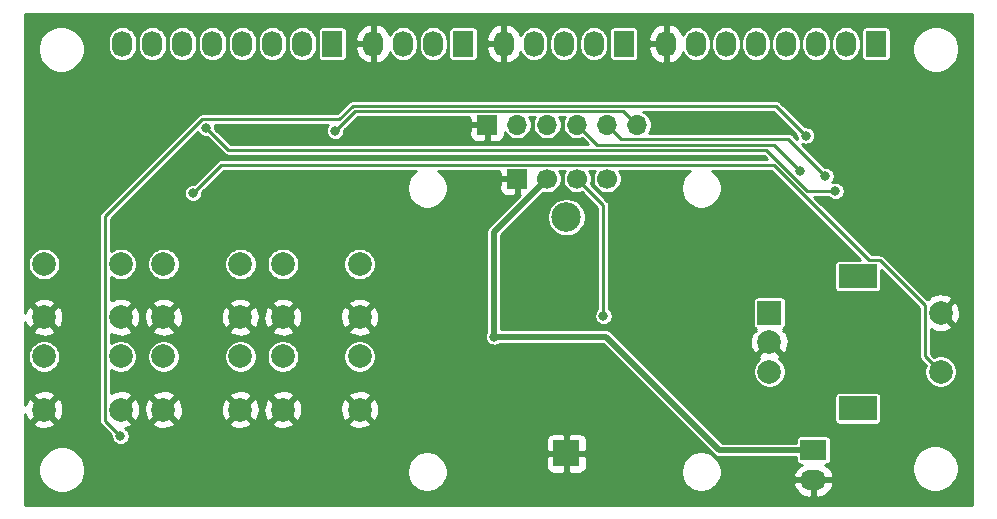
<source format=gbr>
G04 #@! TF.GenerationSoftware,KiCad,Pcbnew,(5.1.7)-1*
G04 #@! TF.CreationDate,2020-11-03T16:32:40+01:00*
G04 #@! TF.ProjectId,Timer,54696d65-722e-46b6-9963-61645f706362,rev?*
G04 #@! TF.SameCoordinates,Original*
G04 #@! TF.FileFunction,Copper,L2,Bot*
G04 #@! TF.FilePolarity,Positive*
%FSLAX46Y46*%
G04 Gerber Fmt 4.6, Leading zero omitted, Abs format (unit mm)*
G04 Created by KiCad (PCBNEW (5.1.7)-1) date 2020-11-03 16:32:40*
%MOMM*%
%LPD*%
G01*
G04 APERTURE LIST*
G04 #@! TA.AperFunction,ComponentPad*
%ADD10O,1.700000X2.200000*%
G04 #@! TD*
G04 #@! TA.AperFunction,ComponentPad*
%ADD11R,1.700000X2.200000*%
G04 #@! TD*
G04 #@! TA.AperFunction,ComponentPad*
%ADD12C,2.000000*%
G04 #@! TD*
G04 #@! TA.AperFunction,ComponentPad*
%ADD13R,1.700000X1.700000*%
G04 #@! TD*
G04 #@! TA.AperFunction,ComponentPad*
%ADD14C,1.700000*%
G04 #@! TD*
G04 #@! TA.AperFunction,ComponentPad*
%ADD15R,2.000000X2.000000*%
G04 #@! TD*
G04 #@! TA.AperFunction,ComponentPad*
%ADD16R,3.200000X2.000000*%
G04 #@! TD*
G04 #@! TA.AperFunction,ComponentPad*
%ADD17O,2.200000X1.700000*%
G04 #@! TD*
G04 #@! TA.AperFunction,ComponentPad*
%ADD18R,2.200000X1.700000*%
G04 #@! TD*
G04 #@! TA.AperFunction,ComponentPad*
%ADD19O,1.700000X1.700000*%
G04 #@! TD*
G04 #@! TA.AperFunction,ComponentPad*
%ADD20C,2.500000*%
G04 #@! TD*
G04 #@! TA.AperFunction,ComponentPad*
%ADD21R,2.170000X2.170000*%
G04 #@! TD*
G04 #@! TA.AperFunction,ViaPad*
%ADD22C,0.800000*%
G04 #@! TD*
G04 #@! TA.AperFunction,Conductor*
%ADD23C,0.250000*%
G04 #@! TD*
G04 #@! TA.AperFunction,Conductor*
%ADD24C,0.500000*%
G04 #@! TD*
G04 #@! TA.AperFunction,Conductor*
%ADD25C,0.254000*%
G04 #@! TD*
G04 #@! TA.AperFunction,Conductor*
%ADD26C,0.100000*%
G04 #@! TD*
G04 APERTURE END LIST*
D10*
X167195500Y-58928000D03*
X164655500Y-58928000D03*
X169735500Y-58928000D03*
X172275500Y-58928000D03*
X174815500Y-58928000D03*
X177355500Y-58928000D03*
X179895500Y-58928000D03*
D11*
X182435500Y-58928000D03*
D12*
X132218000Y-89902000D03*
X132218000Y-85402000D03*
X138718000Y-89902000D03*
X138718000Y-85402000D03*
X122107000Y-89902000D03*
X122107000Y-85402000D03*
X128607000Y-89902000D03*
X128607000Y-85402000D03*
X111996000Y-89902000D03*
X111996000Y-85402000D03*
X118496000Y-89902000D03*
X118496000Y-85402000D03*
X132218000Y-82080000D03*
X132218000Y-77580000D03*
X138718000Y-82080000D03*
X138718000Y-77580000D03*
X122107000Y-82080000D03*
X122107000Y-77580000D03*
X128607000Y-82080000D03*
X128607000Y-77580000D03*
X111996000Y-82080000D03*
X111996000Y-77580000D03*
X118496000Y-82080000D03*
X118496000Y-77580000D03*
D13*
X152043600Y-70350000D03*
D14*
X154583600Y-70350000D03*
X157123600Y-70350000D03*
X159663600Y-70350000D03*
D15*
X173400000Y-81700000D03*
D12*
X173400000Y-84200000D03*
X173400000Y-86700000D03*
D16*
X180900000Y-78600000D03*
X180900000Y-89800000D03*
D12*
X187900000Y-81700000D03*
X187900000Y-86700000D03*
D17*
X177115800Y-95862000D03*
D18*
X177115800Y-93322000D03*
D10*
X121158000Y-58928000D03*
X118618000Y-58928000D03*
X123698000Y-58928000D03*
X126238000Y-58928000D03*
X128778000Y-58928000D03*
X131318000Y-58928000D03*
X133858000Y-58928000D03*
D11*
X136398000Y-58928000D03*
D10*
X139852400Y-58928000D03*
X142392400Y-58928000D03*
X144932400Y-58928000D03*
D11*
X147472400Y-58928000D03*
D10*
X150926800Y-58928000D03*
X153466800Y-58928000D03*
X156006800Y-58928000D03*
X158546800Y-58928000D03*
D11*
X161086800Y-58928000D03*
D19*
X162204400Y-65786000D03*
X159664400Y-65786000D03*
X157124400Y-65786000D03*
X154584400Y-65786000D03*
X152044400Y-65786000D03*
D13*
X149504400Y-65786000D03*
D20*
X156225000Y-73609200D03*
D21*
X156225000Y-93609200D03*
D22*
X185064400Y-72034400D03*
X178968400Y-69240400D03*
X133705600Y-63754000D03*
X163169600Y-86055200D03*
X158750000Y-86715600D03*
X128828800Y-71628000D03*
X181711600Y-64211200D03*
X121666000Y-71018400D03*
X125425200Y-68326000D03*
X140817600Y-71729600D03*
X164795200Y-76403200D03*
X163677600Y-83108800D03*
X164795200Y-71069200D03*
X176885600Y-80772000D03*
X177800000Y-75387200D03*
X187604400Y-69799200D03*
X178816000Y-66598800D03*
X178612800Y-61214000D03*
X181102000Y-61010800D03*
X135077200Y-76504800D03*
X150215600Y-85852000D03*
X132791200Y-61214000D03*
X130352800Y-61214000D03*
X128117600Y-60858400D03*
X117043200Y-61722000D03*
X165557200Y-65684400D03*
X174040800Y-66090800D03*
X178155600Y-70104000D03*
X176017347Y-69702253D03*
X159359600Y-81991200D03*
X124612400Y-71577200D03*
X179001000Y-71374000D03*
X125730000Y-66040000D03*
X118465600Y-92151200D03*
X176479200Y-66700400D03*
X150120600Y-83725000D03*
X136652000Y-66294000D03*
D23*
X175012601Y-66961001D02*
X178155600Y-70104000D01*
X160839401Y-66961001D02*
X175012601Y-66961001D01*
X159664400Y-65786000D02*
X160839401Y-66961001D01*
X157124400Y-65786000D02*
X158800800Y-67462400D01*
X173777494Y-67462400D02*
X176017347Y-69702253D01*
X158800800Y-67462400D02*
X173777494Y-67462400D01*
X159359600Y-72586000D02*
X157123600Y-70350000D01*
X159359600Y-81991200D02*
X159359600Y-72586000D01*
X182760001Y-77274999D02*
X186574999Y-81089997D01*
X186574999Y-85374999D02*
X187900000Y-86700000D01*
X181880681Y-77274999D02*
X182760001Y-77274999D01*
X173780681Y-69174999D02*
X181880681Y-77274999D01*
X127014601Y-69174999D02*
X173780681Y-69174999D01*
X186574999Y-81089997D02*
X186574999Y-85374999D01*
X124612400Y-71577200D02*
X127014601Y-69174999D01*
X176616092Y-71374000D02*
X179001000Y-71374000D01*
X173154502Y-67912410D02*
X176616092Y-71374000D01*
X127602410Y-67912410D02*
X173154502Y-67912410D01*
X125730000Y-66040000D02*
X127602410Y-67912410D01*
X173939789Y-64160989D02*
X176479200Y-66700400D01*
X138148601Y-64160989D02*
X173939789Y-64160989D01*
X125381999Y-65314999D02*
X136994591Y-65314999D01*
X117170999Y-73525999D02*
X125381999Y-65314999D01*
X136994591Y-65314999D02*
X138148601Y-64160989D01*
X117170999Y-90856599D02*
X117170999Y-73525999D01*
X118465600Y-92151200D02*
X117170999Y-90856599D01*
D24*
X154583600Y-70350000D02*
X150063200Y-74870400D01*
X150063200Y-74870400D02*
X150063200Y-83667600D01*
X150063200Y-83667600D02*
X150120600Y-83725000D01*
X169178398Y-93322000D02*
X177115800Y-93322000D01*
X159581398Y-83725000D02*
X169178398Y-93322000D01*
X150120600Y-83725000D02*
X159581398Y-83725000D01*
D23*
X138335001Y-64610999D02*
X136652000Y-66294000D01*
X161029399Y-64610999D02*
X138335001Y-64610999D01*
X162204400Y-65786000D02*
X161029399Y-64610999D01*
D25*
X190594001Y-97994000D02*
X110406000Y-97994000D01*
X110406000Y-94800889D01*
X111519000Y-94800889D01*
X111519000Y-95191111D01*
X111595129Y-95573836D01*
X111744461Y-95934355D01*
X111961257Y-96258814D01*
X112237186Y-96534743D01*
X112561645Y-96751539D01*
X112922164Y-96900871D01*
X113304889Y-96977000D01*
X113695111Y-96977000D01*
X114077836Y-96900871D01*
X114438355Y-96751539D01*
X114762814Y-96534743D01*
X115038743Y-96258814D01*
X115255539Y-95934355D01*
X115404871Y-95573836D01*
X115481000Y-95191111D01*
X115481000Y-94979511D01*
X142712600Y-94979511D01*
X142712600Y-95320489D01*
X142779121Y-95654914D01*
X142909607Y-95969936D01*
X143099044Y-96253448D01*
X143340152Y-96494556D01*
X143623664Y-96683993D01*
X143938686Y-96814479D01*
X144273111Y-96881000D01*
X144614089Y-96881000D01*
X144948514Y-96814479D01*
X145263536Y-96683993D01*
X145547048Y-96494556D01*
X145788156Y-96253448D01*
X145977593Y-95969936D01*
X146108079Y-95654914D01*
X146174600Y-95320489D01*
X146174600Y-94979511D01*
X146117849Y-94694200D01*
X154501928Y-94694200D01*
X154514188Y-94818682D01*
X154550498Y-94938380D01*
X154609463Y-95048694D01*
X154688815Y-95145385D01*
X154785506Y-95224737D01*
X154895820Y-95283702D01*
X155015518Y-95320012D01*
X155140000Y-95332272D01*
X155939250Y-95329200D01*
X156098000Y-95170450D01*
X156098000Y-93736200D01*
X156352000Y-93736200D01*
X156352000Y-95170450D01*
X156510750Y-95329200D01*
X157310000Y-95332272D01*
X157434482Y-95320012D01*
X157554180Y-95283702D01*
X157664494Y-95224737D01*
X157761185Y-95145385D01*
X157840537Y-95048694D01*
X157877516Y-94979511D01*
X165912600Y-94979511D01*
X165912600Y-95320489D01*
X165979121Y-95654914D01*
X166109607Y-95969936D01*
X166299044Y-96253448D01*
X166540152Y-96494556D01*
X166823664Y-96683993D01*
X167138686Y-96814479D01*
X167473111Y-96881000D01*
X167814089Y-96881000D01*
X168148514Y-96814479D01*
X168463536Y-96683993D01*
X168747048Y-96494556D01*
X168988156Y-96253448D01*
X169011246Y-96218890D01*
X175424324Y-96218890D01*
X175445443Y-96329493D01*
X175563938Y-96597608D01*
X175732463Y-96837454D01*
X175944541Y-97039814D01*
X176192023Y-97196911D01*
X176465398Y-97302708D01*
X176754160Y-97353140D01*
X176988800Y-97193496D01*
X176988800Y-95989000D01*
X177242800Y-95989000D01*
X177242800Y-97193496D01*
X177477440Y-97353140D01*
X177766202Y-97302708D01*
X178039577Y-97196911D01*
X178287059Y-97039814D01*
X178499137Y-96837454D01*
X178667662Y-96597608D01*
X178786157Y-96329493D01*
X178807276Y-96218890D01*
X178685955Y-95989000D01*
X177242800Y-95989000D01*
X176988800Y-95989000D01*
X175545645Y-95989000D01*
X175424324Y-96218890D01*
X169011246Y-96218890D01*
X169177593Y-95969936D01*
X169308079Y-95654914D01*
X169374600Y-95320489D01*
X169374600Y-94979511D01*
X169308079Y-94645086D01*
X169177593Y-94330064D01*
X168988156Y-94046552D01*
X168747048Y-93805444D01*
X168463536Y-93616007D01*
X168148514Y-93485521D01*
X167814089Y-93419000D01*
X167473111Y-93419000D01*
X167138686Y-93485521D01*
X166823664Y-93616007D01*
X166540152Y-93805444D01*
X166299044Y-94046552D01*
X166109607Y-94330064D01*
X165979121Y-94645086D01*
X165912600Y-94979511D01*
X157877516Y-94979511D01*
X157899502Y-94938380D01*
X157935812Y-94818682D01*
X157948072Y-94694200D01*
X157945000Y-93894950D01*
X157786250Y-93736200D01*
X156352000Y-93736200D01*
X156098000Y-93736200D01*
X154663750Y-93736200D01*
X154505000Y-93894950D01*
X154501928Y-94694200D01*
X146117849Y-94694200D01*
X146108079Y-94645086D01*
X145977593Y-94330064D01*
X145788156Y-94046552D01*
X145547048Y-93805444D01*
X145263536Y-93616007D01*
X144948514Y-93485521D01*
X144614089Y-93419000D01*
X144273111Y-93419000D01*
X143938686Y-93485521D01*
X143623664Y-93616007D01*
X143340152Y-93805444D01*
X143099044Y-94046552D01*
X142909607Y-94330064D01*
X142779121Y-94645086D01*
X142712600Y-94979511D01*
X115481000Y-94979511D01*
X115481000Y-94800889D01*
X115404871Y-94418164D01*
X115255539Y-94057645D01*
X115038743Y-93733186D01*
X114762814Y-93457257D01*
X114438355Y-93240461D01*
X114077836Y-93091129D01*
X113695111Y-93015000D01*
X113304889Y-93015000D01*
X112922164Y-93091129D01*
X112561645Y-93240461D01*
X112237186Y-93457257D01*
X111961257Y-93733186D01*
X111744461Y-94057645D01*
X111595129Y-94418164D01*
X111519000Y-94800889D01*
X110406000Y-94800889D01*
X110406000Y-91037413D01*
X111040192Y-91037413D01*
X111135956Y-91301814D01*
X111425571Y-91442704D01*
X111737108Y-91524384D01*
X112058595Y-91543718D01*
X112377675Y-91499961D01*
X112682088Y-91394795D01*
X112856044Y-91301814D01*
X112951808Y-91037413D01*
X111996000Y-90081605D01*
X111040192Y-91037413D01*
X110406000Y-91037413D01*
X110406000Y-90306719D01*
X110503205Y-90588088D01*
X110596186Y-90762044D01*
X110860587Y-90857808D01*
X111816395Y-89902000D01*
X112175605Y-89902000D01*
X113131413Y-90857808D01*
X113395814Y-90762044D01*
X113536704Y-90472429D01*
X113618384Y-90160892D01*
X113637718Y-89839405D01*
X113593961Y-89520325D01*
X113488795Y-89215912D01*
X113395814Y-89041956D01*
X113131413Y-88946192D01*
X112175605Y-89902000D01*
X111816395Y-89902000D01*
X110860587Y-88946192D01*
X110596186Y-89041956D01*
X110455296Y-89331571D01*
X110406000Y-89519592D01*
X110406000Y-88766587D01*
X111040192Y-88766587D01*
X111996000Y-89722395D01*
X112951808Y-88766587D01*
X112856044Y-88502186D01*
X112566429Y-88361296D01*
X112254892Y-88279616D01*
X111933405Y-88260282D01*
X111614325Y-88304039D01*
X111309912Y-88409205D01*
X111135956Y-88502186D01*
X111040192Y-88766587D01*
X110406000Y-88766587D01*
X110406000Y-85265983D01*
X110615000Y-85265983D01*
X110615000Y-85538017D01*
X110668071Y-85804823D01*
X110772174Y-86056149D01*
X110923307Y-86282336D01*
X111115664Y-86474693D01*
X111341851Y-86625826D01*
X111593177Y-86729929D01*
X111859983Y-86783000D01*
X112132017Y-86783000D01*
X112398823Y-86729929D01*
X112650149Y-86625826D01*
X112876336Y-86474693D01*
X113068693Y-86282336D01*
X113219826Y-86056149D01*
X113323929Y-85804823D01*
X113377000Y-85538017D01*
X113377000Y-85265983D01*
X113323929Y-84999177D01*
X113219826Y-84747851D01*
X113068693Y-84521664D01*
X112876336Y-84329307D01*
X112650149Y-84178174D01*
X112398823Y-84074071D01*
X112132017Y-84021000D01*
X111859983Y-84021000D01*
X111593177Y-84074071D01*
X111341851Y-84178174D01*
X111115664Y-84329307D01*
X110923307Y-84521664D01*
X110772174Y-84747851D01*
X110668071Y-84999177D01*
X110615000Y-85265983D01*
X110406000Y-85265983D01*
X110406000Y-83215413D01*
X111040192Y-83215413D01*
X111135956Y-83479814D01*
X111425571Y-83620704D01*
X111737108Y-83702384D01*
X112058595Y-83721718D01*
X112377675Y-83677961D01*
X112682088Y-83572795D01*
X112856044Y-83479814D01*
X112951808Y-83215413D01*
X111996000Y-82259605D01*
X111040192Y-83215413D01*
X110406000Y-83215413D01*
X110406000Y-82484719D01*
X110503205Y-82766088D01*
X110596186Y-82940044D01*
X110860587Y-83035808D01*
X111816395Y-82080000D01*
X112175605Y-82080000D01*
X113131413Y-83035808D01*
X113395814Y-82940044D01*
X113536704Y-82650429D01*
X113618384Y-82338892D01*
X113637718Y-82017405D01*
X113593961Y-81698325D01*
X113488795Y-81393912D01*
X113395814Y-81219956D01*
X113131413Y-81124192D01*
X112175605Y-82080000D01*
X111816395Y-82080000D01*
X110860587Y-81124192D01*
X110596186Y-81219956D01*
X110455296Y-81509571D01*
X110406000Y-81697592D01*
X110406000Y-80944587D01*
X111040192Y-80944587D01*
X111996000Y-81900395D01*
X112951808Y-80944587D01*
X112856044Y-80680186D01*
X112566429Y-80539296D01*
X112254892Y-80457616D01*
X111933405Y-80438282D01*
X111614325Y-80482039D01*
X111309912Y-80587205D01*
X111135956Y-80680186D01*
X111040192Y-80944587D01*
X110406000Y-80944587D01*
X110406000Y-77443983D01*
X110615000Y-77443983D01*
X110615000Y-77716017D01*
X110668071Y-77982823D01*
X110772174Y-78234149D01*
X110923307Y-78460336D01*
X111115664Y-78652693D01*
X111341851Y-78803826D01*
X111593177Y-78907929D01*
X111859983Y-78961000D01*
X112132017Y-78961000D01*
X112398823Y-78907929D01*
X112650149Y-78803826D01*
X112876336Y-78652693D01*
X113068693Y-78460336D01*
X113219826Y-78234149D01*
X113323929Y-77982823D01*
X113377000Y-77716017D01*
X113377000Y-77443983D01*
X113323929Y-77177177D01*
X113219826Y-76925851D01*
X113068693Y-76699664D01*
X112876336Y-76507307D01*
X112650149Y-76356174D01*
X112398823Y-76252071D01*
X112132017Y-76199000D01*
X111859983Y-76199000D01*
X111593177Y-76252071D01*
X111341851Y-76356174D01*
X111115664Y-76507307D01*
X110923307Y-76699664D01*
X110772174Y-76925851D01*
X110668071Y-77177177D01*
X110615000Y-77443983D01*
X110406000Y-77443983D01*
X110406000Y-73525999D01*
X116662552Y-73525999D01*
X116665000Y-73550855D01*
X116664999Y-90831753D01*
X116662552Y-90856599D01*
X116664999Y-90881445D01*
X116664999Y-90881452D01*
X116672321Y-90955791D01*
X116701254Y-91051173D01*
X116748240Y-91139078D01*
X116811472Y-91216126D01*
X116830784Y-91231975D01*
X117684600Y-92085792D01*
X117684600Y-92228122D01*
X117714613Y-92379009D01*
X117773487Y-92521142D01*
X117858958Y-92649059D01*
X117967741Y-92757842D01*
X118095658Y-92843313D01*
X118237791Y-92902187D01*
X118388678Y-92932200D01*
X118542522Y-92932200D01*
X118693409Y-92902187D01*
X118835542Y-92843313D01*
X118963459Y-92757842D01*
X119072242Y-92649059D01*
X119155669Y-92524200D01*
X154501928Y-92524200D01*
X154505000Y-93323450D01*
X154663750Y-93482200D01*
X156098000Y-93482200D01*
X156098000Y-92047950D01*
X156352000Y-92047950D01*
X156352000Y-93482200D01*
X157786250Y-93482200D01*
X157945000Y-93323450D01*
X157948072Y-92524200D01*
X157935812Y-92399718D01*
X157899502Y-92280020D01*
X157840537Y-92169706D01*
X157761185Y-92073015D01*
X157664494Y-91993663D01*
X157554180Y-91934698D01*
X157434482Y-91898388D01*
X157310000Y-91886128D01*
X156510750Y-91889200D01*
X156352000Y-92047950D01*
X156098000Y-92047950D01*
X155939250Y-91889200D01*
X155140000Y-91886128D01*
X155015518Y-91898388D01*
X154895820Y-91934698D01*
X154785506Y-91993663D01*
X154688815Y-92073015D01*
X154609463Y-92169706D01*
X154550498Y-92280020D01*
X154514188Y-92399718D01*
X154501928Y-92524200D01*
X119155669Y-92524200D01*
X119157713Y-92521142D01*
X119216587Y-92379009D01*
X119246600Y-92228122D01*
X119246600Y-92074278D01*
X119216587Y-91923391D01*
X119157713Y-91781258D01*
X119072242Y-91653341D01*
X118963459Y-91544558D01*
X118890225Y-91495625D01*
X119182088Y-91394795D01*
X119356044Y-91301814D01*
X119451808Y-91037413D01*
X121151192Y-91037413D01*
X121246956Y-91301814D01*
X121536571Y-91442704D01*
X121848108Y-91524384D01*
X122169595Y-91543718D01*
X122488675Y-91499961D01*
X122793088Y-91394795D01*
X122967044Y-91301814D01*
X123062808Y-91037413D01*
X127651192Y-91037413D01*
X127746956Y-91301814D01*
X128036571Y-91442704D01*
X128348108Y-91524384D01*
X128669595Y-91543718D01*
X128988675Y-91499961D01*
X129293088Y-91394795D01*
X129467044Y-91301814D01*
X129562808Y-91037413D01*
X131262192Y-91037413D01*
X131357956Y-91301814D01*
X131647571Y-91442704D01*
X131959108Y-91524384D01*
X132280595Y-91543718D01*
X132599675Y-91499961D01*
X132904088Y-91394795D01*
X133078044Y-91301814D01*
X133173808Y-91037413D01*
X137762192Y-91037413D01*
X137857956Y-91301814D01*
X138147571Y-91442704D01*
X138459108Y-91524384D01*
X138780595Y-91543718D01*
X139099675Y-91499961D01*
X139404088Y-91394795D01*
X139578044Y-91301814D01*
X139673808Y-91037413D01*
X138718000Y-90081605D01*
X137762192Y-91037413D01*
X133173808Y-91037413D01*
X132218000Y-90081605D01*
X131262192Y-91037413D01*
X129562808Y-91037413D01*
X128607000Y-90081605D01*
X127651192Y-91037413D01*
X123062808Y-91037413D01*
X122107000Y-90081605D01*
X121151192Y-91037413D01*
X119451808Y-91037413D01*
X118496000Y-90081605D01*
X118481858Y-90095748D01*
X118302253Y-89916143D01*
X118316395Y-89902000D01*
X118675605Y-89902000D01*
X119631413Y-90857808D01*
X119895814Y-90762044D01*
X120036704Y-90472429D01*
X120118384Y-90160892D01*
X120130189Y-89964595D01*
X120465282Y-89964595D01*
X120509039Y-90283675D01*
X120614205Y-90588088D01*
X120707186Y-90762044D01*
X120971587Y-90857808D01*
X121927395Y-89902000D01*
X122286605Y-89902000D01*
X123242413Y-90857808D01*
X123506814Y-90762044D01*
X123647704Y-90472429D01*
X123729384Y-90160892D01*
X123741189Y-89964595D01*
X126965282Y-89964595D01*
X127009039Y-90283675D01*
X127114205Y-90588088D01*
X127207186Y-90762044D01*
X127471587Y-90857808D01*
X128427395Y-89902000D01*
X128786605Y-89902000D01*
X129742413Y-90857808D01*
X130006814Y-90762044D01*
X130147704Y-90472429D01*
X130229384Y-90160892D01*
X130241189Y-89964595D01*
X130576282Y-89964595D01*
X130620039Y-90283675D01*
X130725205Y-90588088D01*
X130818186Y-90762044D01*
X131082587Y-90857808D01*
X132038395Y-89902000D01*
X132397605Y-89902000D01*
X133353413Y-90857808D01*
X133617814Y-90762044D01*
X133758704Y-90472429D01*
X133840384Y-90160892D01*
X133852189Y-89964595D01*
X137076282Y-89964595D01*
X137120039Y-90283675D01*
X137225205Y-90588088D01*
X137318186Y-90762044D01*
X137582587Y-90857808D01*
X138538395Y-89902000D01*
X138897605Y-89902000D01*
X139853413Y-90857808D01*
X140117814Y-90762044D01*
X140258704Y-90472429D01*
X140340384Y-90160892D01*
X140359718Y-89839405D01*
X140315961Y-89520325D01*
X140210795Y-89215912D01*
X140117814Y-89041956D01*
X139853413Y-88946192D01*
X138897605Y-89902000D01*
X138538395Y-89902000D01*
X137582587Y-88946192D01*
X137318186Y-89041956D01*
X137177296Y-89331571D01*
X137095616Y-89643108D01*
X137076282Y-89964595D01*
X133852189Y-89964595D01*
X133859718Y-89839405D01*
X133815961Y-89520325D01*
X133710795Y-89215912D01*
X133617814Y-89041956D01*
X133353413Y-88946192D01*
X132397605Y-89902000D01*
X132038395Y-89902000D01*
X131082587Y-88946192D01*
X130818186Y-89041956D01*
X130677296Y-89331571D01*
X130595616Y-89643108D01*
X130576282Y-89964595D01*
X130241189Y-89964595D01*
X130248718Y-89839405D01*
X130204961Y-89520325D01*
X130099795Y-89215912D01*
X130006814Y-89041956D01*
X129742413Y-88946192D01*
X128786605Y-89902000D01*
X128427395Y-89902000D01*
X127471587Y-88946192D01*
X127207186Y-89041956D01*
X127066296Y-89331571D01*
X126984616Y-89643108D01*
X126965282Y-89964595D01*
X123741189Y-89964595D01*
X123748718Y-89839405D01*
X123704961Y-89520325D01*
X123599795Y-89215912D01*
X123506814Y-89041956D01*
X123242413Y-88946192D01*
X122286605Y-89902000D01*
X121927395Y-89902000D01*
X120971587Y-88946192D01*
X120707186Y-89041956D01*
X120566296Y-89331571D01*
X120484616Y-89643108D01*
X120465282Y-89964595D01*
X120130189Y-89964595D01*
X120137718Y-89839405D01*
X120093961Y-89520325D01*
X119988795Y-89215912D01*
X119895814Y-89041956D01*
X119631413Y-88946192D01*
X118675605Y-89902000D01*
X118316395Y-89902000D01*
X118302253Y-89887858D01*
X118481858Y-89708253D01*
X118496000Y-89722395D01*
X119451808Y-88766587D01*
X121151192Y-88766587D01*
X122107000Y-89722395D01*
X123062808Y-88766587D01*
X127651192Y-88766587D01*
X128607000Y-89722395D01*
X129562808Y-88766587D01*
X131262192Y-88766587D01*
X132218000Y-89722395D01*
X133173808Y-88766587D01*
X137762192Y-88766587D01*
X138718000Y-89722395D01*
X139673808Y-88766587D01*
X139578044Y-88502186D01*
X139288429Y-88361296D01*
X138976892Y-88279616D01*
X138655405Y-88260282D01*
X138336325Y-88304039D01*
X138031912Y-88409205D01*
X137857956Y-88502186D01*
X137762192Y-88766587D01*
X133173808Y-88766587D01*
X133078044Y-88502186D01*
X132788429Y-88361296D01*
X132476892Y-88279616D01*
X132155405Y-88260282D01*
X131836325Y-88304039D01*
X131531912Y-88409205D01*
X131357956Y-88502186D01*
X131262192Y-88766587D01*
X129562808Y-88766587D01*
X129467044Y-88502186D01*
X129177429Y-88361296D01*
X128865892Y-88279616D01*
X128544405Y-88260282D01*
X128225325Y-88304039D01*
X127920912Y-88409205D01*
X127746956Y-88502186D01*
X127651192Y-88766587D01*
X123062808Y-88766587D01*
X122967044Y-88502186D01*
X122677429Y-88361296D01*
X122365892Y-88279616D01*
X122044405Y-88260282D01*
X121725325Y-88304039D01*
X121420912Y-88409205D01*
X121246956Y-88502186D01*
X121151192Y-88766587D01*
X119451808Y-88766587D01*
X119356044Y-88502186D01*
X119066429Y-88361296D01*
X118754892Y-88279616D01*
X118433405Y-88260282D01*
X118114325Y-88304039D01*
X117809912Y-88409205D01*
X117676999Y-88480248D01*
X117676999Y-86515676D01*
X117841851Y-86625826D01*
X118093177Y-86729929D01*
X118359983Y-86783000D01*
X118632017Y-86783000D01*
X118898823Y-86729929D01*
X119150149Y-86625826D01*
X119376336Y-86474693D01*
X119568693Y-86282336D01*
X119719826Y-86056149D01*
X119823929Y-85804823D01*
X119877000Y-85538017D01*
X119877000Y-85265983D01*
X120726000Y-85265983D01*
X120726000Y-85538017D01*
X120779071Y-85804823D01*
X120883174Y-86056149D01*
X121034307Y-86282336D01*
X121226664Y-86474693D01*
X121452851Y-86625826D01*
X121704177Y-86729929D01*
X121970983Y-86783000D01*
X122243017Y-86783000D01*
X122509823Y-86729929D01*
X122761149Y-86625826D01*
X122987336Y-86474693D01*
X123179693Y-86282336D01*
X123330826Y-86056149D01*
X123434929Y-85804823D01*
X123488000Y-85538017D01*
X123488000Y-85265983D01*
X127226000Y-85265983D01*
X127226000Y-85538017D01*
X127279071Y-85804823D01*
X127383174Y-86056149D01*
X127534307Y-86282336D01*
X127726664Y-86474693D01*
X127952851Y-86625826D01*
X128204177Y-86729929D01*
X128470983Y-86783000D01*
X128743017Y-86783000D01*
X129009823Y-86729929D01*
X129261149Y-86625826D01*
X129487336Y-86474693D01*
X129679693Y-86282336D01*
X129830826Y-86056149D01*
X129934929Y-85804823D01*
X129988000Y-85538017D01*
X129988000Y-85265983D01*
X130837000Y-85265983D01*
X130837000Y-85538017D01*
X130890071Y-85804823D01*
X130994174Y-86056149D01*
X131145307Y-86282336D01*
X131337664Y-86474693D01*
X131563851Y-86625826D01*
X131815177Y-86729929D01*
X132081983Y-86783000D01*
X132354017Y-86783000D01*
X132620823Y-86729929D01*
X132872149Y-86625826D01*
X133098336Y-86474693D01*
X133290693Y-86282336D01*
X133441826Y-86056149D01*
X133545929Y-85804823D01*
X133599000Y-85538017D01*
X133599000Y-85265983D01*
X137337000Y-85265983D01*
X137337000Y-85538017D01*
X137390071Y-85804823D01*
X137494174Y-86056149D01*
X137645307Y-86282336D01*
X137837664Y-86474693D01*
X138063851Y-86625826D01*
X138315177Y-86729929D01*
X138581983Y-86783000D01*
X138854017Y-86783000D01*
X139120823Y-86729929D01*
X139372149Y-86625826D01*
X139598336Y-86474693D01*
X139790693Y-86282336D01*
X139941826Y-86056149D01*
X140045929Y-85804823D01*
X140099000Y-85538017D01*
X140099000Y-85265983D01*
X140045929Y-84999177D01*
X139941826Y-84747851D01*
X139790693Y-84521664D01*
X139598336Y-84329307D01*
X139372149Y-84178174D01*
X139120823Y-84074071D01*
X138854017Y-84021000D01*
X138581983Y-84021000D01*
X138315177Y-84074071D01*
X138063851Y-84178174D01*
X137837664Y-84329307D01*
X137645307Y-84521664D01*
X137494174Y-84747851D01*
X137390071Y-84999177D01*
X137337000Y-85265983D01*
X133599000Y-85265983D01*
X133545929Y-84999177D01*
X133441826Y-84747851D01*
X133290693Y-84521664D01*
X133098336Y-84329307D01*
X132872149Y-84178174D01*
X132620823Y-84074071D01*
X132354017Y-84021000D01*
X132081983Y-84021000D01*
X131815177Y-84074071D01*
X131563851Y-84178174D01*
X131337664Y-84329307D01*
X131145307Y-84521664D01*
X130994174Y-84747851D01*
X130890071Y-84999177D01*
X130837000Y-85265983D01*
X129988000Y-85265983D01*
X129934929Y-84999177D01*
X129830826Y-84747851D01*
X129679693Y-84521664D01*
X129487336Y-84329307D01*
X129261149Y-84178174D01*
X129009823Y-84074071D01*
X128743017Y-84021000D01*
X128470983Y-84021000D01*
X128204177Y-84074071D01*
X127952851Y-84178174D01*
X127726664Y-84329307D01*
X127534307Y-84521664D01*
X127383174Y-84747851D01*
X127279071Y-84999177D01*
X127226000Y-85265983D01*
X123488000Y-85265983D01*
X123434929Y-84999177D01*
X123330826Y-84747851D01*
X123179693Y-84521664D01*
X122987336Y-84329307D01*
X122761149Y-84178174D01*
X122509823Y-84074071D01*
X122243017Y-84021000D01*
X121970983Y-84021000D01*
X121704177Y-84074071D01*
X121452851Y-84178174D01*
X121226664Y-84329307D01*
X121034307Y-84521664D01*
X120883174Y-84747851D01*
X120779071Y-84999177D01*
X120726000Y-85265983D01*
X119877000Y-85265983D01*
X119823929Y-84999177D01*
X119719826Y-84747851D01*
X119568693Y-84521664D01*
X119376336Y-84329307D01*
X119150149Y-84178174D01*
X118898823Y-84074071D01*
X118632017Y-84021000D01*
X118359983Y-84021000D01*
X118093177Y-84074071D01*
X117841851Y-84178174D01*
X117676999Y-84288324D01*
X117676999Y-83499780D01*
X117925571Y-83620704D01*
X118237108Y-83702384D01*
X118558595Y-83721718D01*
X118877675Y-83677961D01*
X119182088Y-83572795D01*
X119356044Y-83479814D01*
X119451808Y-83215413D01*
X121151192Y-83215413D01*
X121246956Y-83479814D01*
X121536571Y-83620704D01*
X121848108Y-83702384D01*
X122169595Y-83721718D01*
X122488675Y-83677961D01*
X122793088Y-83572795D01*
X122967044Y-83479814D01*
X123062808Y-83215413D01*
X127651192Y-83215413D01*
X127746956Y-83479814D01*
X128036571Y-83620704D01*
X128348108Y-83702384D01*
X128669595Y-83721718D01*
X128988675Y-83677961D01*
X129293088Y-83572795D01*
X129467044Y-83479814D01*
X129562808Y-83215413D01*
X131262192Y-83215413D01*
X131357956Y-83479814D01*
X131647571Y-83620704D01*
X131959108Y-83702384D01*
X132280595Y-83721718D01*
X132599675Y-83677961D01*
X132904088Y-83572795D01*
X133078044Y-83479814D01*
X133173808Y-83215413D01*
X137762192Y-83215413D01*
X137857956Y-83479814D01*
X138147571Y-83620704D01*
X138459108Y-83702384D01*
X138780595Y-83721718D01*
X139099675Y-83677961D01*
X139404088Y-83572795D01*
X139578044Y-83479814D01*
X139673808Y-83215413D01*
X138718000Y-82259605D01*
X137762192Y-83215413D01*
X133173808Y-83215413D01*
X132218000Y-82259605D01*
X131262192Y-83215413D01*
X129562808Y-83215413D01*
X128607000Y-82259605D01*
X127651192Y-83215413D01*
X123062808Y-83215413D01*
X122107000Y-82259605D01*
X121151192Y-83215413D01*
X119451808Y-83215413D01*
X118496000Y-82259605D01*
X118481858Y-82273748D01*
X118302253Y-82094143D01*
X118316395Y-82080000D01*
X118675605Y-82080000D01*
X119631413Y-83035808D01*
X119895814Y-82940044D01*
X120036704Y-82650429D01*
X120118384Y-82338892D01*
X120130189Y-82142595D01*
X120465282Y-82142595D01*
X120509039Y-82461675D01*
X120614205Y-82766088D01*
X120707186Y-82940044D01*
X120971587Y-83035808D01*
X121927395Y-82080000D01*
X122286605Y-82080000D01*
X123242413Y-83035808D01*
X123506814Y-82940044D01*
X123647704Y-82650429D01*
X123729384Y-82338892D01*
X123741189Y-82142595D01*
X126965282Y-82142595D01*
X127009039Y-82461675D01*
X127114205Y-82766088D01*
X127207186Y-82940044D01*
X127471587Y-83035808D01*
X128427395Y-82080000D01*
X128786605Y-82080000D01*
X129742413Y-83035808D01*
X130006814Y-82940044D01*
X130147704Y-82650429D01*
X130229384Y-82338892D01*
X130241189Y-82142595D01*
X130576282Y-82142595D01*
X130620039Y-82461675D01*
X130725205Y-82766088D01*
X130818186Y-82940044D01*
X131082587Y-83035808D01*
X132038395Y-82080000D01*
X132397605Y-82080000D01*
X133353413Y-83035808D01*
X133617814Y-82940044D01*
X133758704Y-82650429D01*
X133840384Y-82338892D01*
X133852189Y-82142595D01*
X137076282Y-82142595D01*
X137120039Y-82461675D01*
X137225205Y-82766088D01*
X137318186Y-82940044D01*
X137582587Y-83035808D01*
X138538395Y-82080000D01*
X138897605Y-82080000D01*
X139853413Y-83035808D01*
X140117814Y-82940044D01*
X140258704Y-82650429D01*
X140340384Y-82338892D01*
X140359718Y-82017405D01*
X140315961Y-81698325D01*
X140210795Y-81393912D01*
X140117814Y-81219956D01*
X139853413Y-81124192D01*
X138897605Y-82080000D01*
X138538395Y-82080000D01*
X137582587Y-81124192D01*
X137318186Y-81219956D01*
X137177296Y-81509571D01*
X137095616Y-81821108D01*
X137076282Y-82142595D01*
X133852189Y-82142595D01*
X133859718Y-82017405D01*
X133815961Y-81698325D01*
X133710795Y-81393912D01*
X133617814Y-81219956D01*
X133353413Y-81124192D01*
X132397605Y-82080000D01*
X132038395Y-82080000D01*
X131082587Y-81124192D01*
X130818186Y-81219956D01*
X130677296Y-81509571D01*
X130595616Y-81821108D01*
X130576282Y-82142595D01*
X130241189Y-82142595D01*
X130248718Y-82017405D01*
X130204961Y-81698325D01*
X130099795Y-81393912D01*
X130006814Y-81219956D01*
X129742413Y-81124192D01*
X128786605Y-82080000D01*
X128427395Y-82080000D01*
X127471587Y-81124192D01*
X127207186Y-81219956D01*
X127066296Y-81509571D01*
X126984616Y-81821108D01*
X126965282Y-82142595D01*
X123741189Y-82142595D01*
X123748718Y-82017405D01*
X123704961Y-81698325D01*
X123599795Y-81393912D01*
X123506814Y-81219956D01*
X123242413Y-81124192D01*
X122286605Y-82080000D01*
X121927395Y-82080000D01*
X120971587Y-81124192D01*
X120707186Y-81219956D01*
X120566296Y-81509571D01*
X120484616Y-81821108D01*
X120465282Y-82142595D01*
X120130189Y-82142595D01*
X120137718Y-82017405D01*
X120093961Y-81698325D01*
X119988795Y-81393912D01*
X119895814Y-81219956D01*
X119631413Y-81124192D01*
X118675605Y-82080000D01*
X118316395Y-82080000D01*
X118302253Y-82065858D01*
X118481858Y-81886253D01*
X118496000Y-81900395D01*
X119451808Y-80944587D01*
X121151192Y-80944587D01*
X122107000Y-81900395D01*
X123062808Y-80944587D01*
X127651192Y-80944587D01*
X128607000Y-81900395D01*
X129562808Y-80944587D01*
X131262192Y-80944587D01*
X132218000Y-81900395D01*
X133173808Y-80944587D01*
X137762192Y-80944587D01*
X138718000Y-81900395D01*
X139673808Y-80944587D01*
X139578044Y-80680186D01*
X139288429Y-80539296D01*
X138976892Y-80457616D01*
X138655405Y-80438282D01*
X138336325Y-80482039D01*
X138031912Y-80587205D01*
X137857956Y-80680186D01*
X137762192Y-80944587D01*
X133173808Y-80944587D01*
X133078044Y-80680186D01*
X132788429Y-80539296D01*
X132476892Y-80457616D01*
X132155405Y-80438282D01*
X131836325Y-80482039D01*
X131531912Y-80587205D01*
X131357956Y-80680186D01*
X131262192Y-80944587D01*
X129562808Y-80944587D01*
X129467044Y-80680186D01*
X129177429Y-80539296D01*
X128865892Y-80457616D01*
X128544405Y-80438282D01*
X128225325Y-80482039D01*
X127920912Y-80587205D01*
X127746956Y-80680186D01*
X127651192Y-80944587D01*
X123062808Y-80944587D01*
X122967044Y-80680186D01*
X122677429Y-80539296D01*
X122365892Y-80457616D01*
X122044405Y-80438282D01*
X121725325Y-80482039D01*
X121420912Y-80587205D01*
X121246956Y-80680186D01*
X121151192Y-80944587D01*
X119451808Y-80944587D01*
X119356044Y-80680186D01*
X119066429Y-80539296D01*
X118754892Y-80457616D01*
X118433405Y-80438282D01*
X118114325Y-80482039D01*
X117809912Y-80587205D01*
X117676999Y-80658248D01*
X117676999Y-78693676D01*
X117841851Y-78803826D01*
X118093177Y-78907929D01*
X118359983Y-78961000D01*
X118632017Y-78961000D01*
X118898823Y-78907929D01*
X119150149Y-78803826D01*
X119376336Y-78652693D01*
X119568693Y-78460336D01*
X119719826Y-78234149D01*
X119823929Y-77982823D01*
X119877000Y-77716017D01*
X119877000Y-77443983D01*
X120726000Y-77443983D01*
X120726000Y-77716017D01*
X120779071Y-77982823D01*
X120883174Y-78234149D01*
X121034307Y-78460336D01*
X121226664Y-78652693D01*
X121452851Y-78803826D01*
X121704177Y-78907929D01*
X121970983Y-78961000D01*
X122243017Y-78961000D01*
X122509823Y-78907929D01*
X122761149Y-78803826D01*
X122987336Y-78652693D01*
X123179693Y-78460336D01*
X123330826Y-78234149D01*
X123434929Y-77982823D01*
X123488000Y-77716017D01*
X123488000Y-77443983D01*
X127226000Y-77443983D01*
X127226000Y-77716017D01*
X127279071Y-77982823D01*
X127383174Y-78234149D01*
X127534307Y-78460336D01*
X127726664Y-78652693D01*
X127952851Y-78803826D01*
X128204177Y-78907929D01*
X128470983Y-78961000D01*
X128743017Y-78961000D01*
X129009823Y-78907929D01*
X129261149Y-78803826D01*
X129487336Y-78652693D01*
X129679693Y-78460336D01*
X129830826Y-78234149D01*
X129934929Y-77982823D01*
X129988000Y-77716017D01*
X129988000Y-77443983D01*
X130837000Y-77443983D01*
X130837000Y-77716017D01*
X130890071Y-77982823D01*
X130994174Y-78234149D01*
X131145307Y-78460336D01*
X131337664Y-78652693D01*
X131563851Y-78803826D01*
X131815177Y-78907929D01*
X132081983Y-78961000D01*
X132354017Y-78961000D01*
X132620823Y-78907929D01*
X132872149Y-78803826D01*
X133098336Y-78652693D01*
X133290693Y-78460336D01*
X133441826Y-78234149D01*
X133545929Y-77982823D01*
X133599000Y-77716017D01*
X133599000Y-77443983D01*
X137337000Y-77443983D01*
X137337000Y-77716017D01*
X137390071Y-77982823D01*
X137494174Y-78234149D01*
X137645307Y-78460336D01*
X137837664Y-78652693D01*
X138063851Y-78803826D01*
X138315177Y-78907929D01*
X138581983Y-78961000D01*
X138854017Y-78961000D01*
X139120823Y-78907929D01*
X139372149Y-78803826D01*
X139598336Y-78652693D01*
X139790693Y-78460336D01*
X139941826Y-78234149D01*
X140045929Y-77982823D01*
X140099000Y-77716017D01*
X140099000Y-77443983D01*
X140045929Y-77177177D01*
X139941826Y-76925851D01*
X139790693Y-76699664D01*
X139598336Y-76507307D01*
X139372149Y-76356174D01*
X139120823Y-76252071D01*
X138854017Y-76199000D01*
X138581983Y-76199000D01*
X138315177Y-76252071D01*
X138063851Y-76356174D01*
X137837664Y-76507307D01*
X137645307Y-76699664D01*
X137494174Y-76925851D01*
X137390071Y-77177177D01*
X137337000Y-77443983D01*
X133599000Y-77443983D01*
X133545929Y-77177177D01*
X133441826Y-76925851D01*
X133290693Y-76699664D01*
X133098336Y-76507307D01*
X132872149Y-76356174D01*
X132620823Y-76252071D01*
X132354017Y-76199000D01*
X132081983Y-76199000D01*
X131815177Y-76252071D01*
X131563851Y-76356174D01*
X131337664Y-76507307D01*
X131145307Y-76699664D01*
X130994174Y-76925851D01*
X130890071Y-77177177D01*
X130837000Y-77443983D01*
X129988000Y-77443983D01*
X129934929Y-77177177D01*
X129830826Y-76925851D01*
X129679693Y-76699664D01*
X129487336Y-76507307D01*
X129261149Y-76356174D01*
X129009823Y-76252071D01*
X128743017Y-76199000D01*
X128470983Y-76199000D01*
X128204177Y-76252071D01*
X127952851Y-76356174D01*
X127726664Y-76507307D01*
X127534307Y-76699664D01*
X127383174Y-76925851D01*
X127279071Y-77177177D01*
X127226000Y-77443983D01*
X123488000Y-77443983D01*
X123434929Y-77177177D01*
X123330826Y-76925851D01*
X123179693Y-76699664D01*
X122987336Y-76507307D01*
X122761149Y-76356174D01*
X122509823Y-76252071D01*
X122243017Y-76199000D01*
X121970983Y-76199000D01*
X121704177Y-76252071D01*
X121452851Y-76356174D01*
X121226664Y-76507307D01*
X121034307Y-76699664D01*
X120883174Y-76925851D01*
X120779071Y-77177177D01*
X120726000Y-77443983D01*
X119877000Y-77443983D01*
X119823929Y-77177177D01*
X119719826Y-76925851D01*
X119568693Y-76699664D01*
X119376336Y-76507307D01*
X119150149Y-76356174D01*
X118898823Y-76252071D01*
X118632017Y-76199000D01*
X118359983Y-76199000D01*
X118093177Y-76252071D01*
X117841851Y-76356174D01*
X117676999Y-76466324D01*
X117676999Y-73735590D01*
X125027566Y-66385024D01*
X125037887Y-66409942D01*
X125123358Y-66537859D01*
X125232141Y-66646642D01*
X125360058Y-66732113D01*
X125502191Y-66790987D01*
X125653078Y-66821000D01*
X125795409Y-66821000D01*
X127227038Y-68252630D01*
X127242883Y-68271937D01*
X127319931Y-68335169D01*
X127407835Y-68382155D01*
X127503217Y-68411088D01*
X127602410Y-68420858D01*
X127627264Y-68418410D01*
X172944911Y-68418410D01*
X173195500Y-68668999D01*
X127039446Y-68668999D01*
X127014600Y-68666552D01*
X126989754Y-68668999D01*
X126989747Y-68668999D01*
X126925295Y-68675347D01*
X126915407Y-68676321D01*
X126820026Y-68705254D01*
X126732122Y-68752240D01*
X126655074Y-68815472D01*
X126639229Y-68834779D01*
X124677809Y-70796200D01*
X124535478Y-70796200D01*
X124384591Y-70826213D01*
X124242458Y-70885087D01*
X124114541Y-70970558D01*
X124005758Y-71079341D01*
X123920287Y-71207258D01*
X123861413Y-71349391D01*
X123831400Y-71500278D01*
X123831400Y-71654122D01*
X123861413Y-71805009D01*
X123920287Y-71947142D01*
X124005758Y-72075059D01*
X124114541Y-72183842D01*
X124242458Y-72269313D01*
X124384591Y-72328187D01*
X124535478Y-72358200D01*
X124689322Y-72358200D01*
X124840209Y-72328187D01*
X124982342Y-72269313D01*
X125110259Y-72183842D01*
X125219042Y-72075059D01*
X125304513Y-71947142D01*
X125363387Y-71805009D01*
X125393400Y-71654122D01*
X125393400Y-71511791D01*
X127224193Y-69680999D01*
X143526397Y-69680999D01*
X143340152Y-69805444D01*
X143099044Y-70046552D01*
X142909607Y-70330064D01*
X142779121Y-70645086D01*
X142712600Y-70979511D01*
X142712600Y-71320489D01*
X142779121Y-71654914D01*
X142909607Y-71969936D01*
X143099044Y-72253448D01*
X143340152Y-72494556D01*
X143623664Y-72683993D01*
X143938686Y-72814479D01*
X144273111Y-72881000D01*
X144614089Y-72881000D01*
X144948514Y-72814479D01*
X145263536Y-72683993D01*
X145547048Y-72494556D01*
X145788156Y-72253448D01*
X145977593Y-71969936D01*
X146108079Y-71654914D01*
X146174600Y-71320489D01*
X146174600Y-71200000D01*
X150555528Y-71200000D01*
X150567788Y-71324482D01*
X150604098Y-71444180D01*
X150663063Y-71554494D01*
X150742415Y-71651185D01*
X150839106Y-71730537D01*
X150949420Y-71789502D01*
X151069118Y-71825812D01*
X151193600Y-71838072D01*
X151757850Y-71835000D01*
X151916600Y-71676250D01*
X151916600Y-70477000D01*
X150717350Y-70477000D01*
X150558600Y-70635750D01*
X150555528Y-71200000D01*
X146174600Y-71200000D01*
X146174600Y-70979511D01*
X146108079Y-70645086D01*
X145977593Y-70330064D01*
X145788156Y-70046552D01*
X145547048Y-69805444D01*
X145360803Y-69680999D01*
X150556513Y-69680999D01*
X150558600Y-70064250D01*
X150717350Y-70223000D01*
X151916600Y-70223000D01*
X151916600Y-70203000D01*
X152170600Y-70203000D01*
X152170600Y-70223000D01*
X152190600Y-70223000D01*
X152190600Y-70477000D01*
X152170600Y-70477000D01*
X152170600Y-71676250D01*
X152267791Y-71773441D01*
X149638937Y-74402295D01*
X149614857Y-74422057D01*
X149536004Y-74518140D01*
X149477411Y-74627759D01*
X149441330Y-74746703D01*
X149432200Y-74839403D01*
X149432200Y-74839410D01*
X149429148Y-74870400D01*
X149432200Y-74901390D01*
X149432201Y-83349500D01*
X149428487Y-83355058D01*
X149369613Y-83497191D01*
X149339600Y-83648078D01*
X149339600Y-83801922D01*
X149369613Y-83952809D01*
X149428487Y-84094942D01*
X149513958Y-84222859D01*
X149622741Y-84331642D01*
X149750658Y-84417113D01*
X149892791Y-84475987D01*
X150043678Y-84506000D01*
X150197522Y-84506000D01*
X150348409Y-84475987D01*
X150490542Y-84417113D01*
X150582005Y-84356000D01*
X159320030Y-84356000D01*
X168710297Y-93746268D01*
X168730055Y-93770343D01*
X168754130Y-93790101D01*
X168754132Y-93790103D01*
X168826137Y-93849196D01*
X168935756Y-93907789D01*
X169054700Y-93943870D01*
X169178398Y-93956053D01*
X169209396Y-93953000D01*
X175632957Y-93953000D01*
X175632957Y-94172000D01*
X175640313Y-94246689D01*
X175662099Y-94318508D01*
X175697478Y-94384696D01*
X175745089Y-94442711D01*
X175803104Y-94490322D01*
X175869292Y-94525701D01*
X175941111Y-94547487D01*
X176015800Y-94554843D01*
X176148301Y-94554843D01*
X175944541Y-94684186D01*
X175732463Y-94886546D01*
X175563938Y-95126392D01*
X175445443Y-95394507D01*
X175424324Y-95505110D01*
X175545645Y-95735000D01*
X176988800Y-95735000D01*
X176988800Y-95715000D01*
X177242800Y-95715000D01*
X177242800Y-95735000D01*
X178685955Y-95735000D01*
X178807276Y-95505110D01*
X178786157Y-95394507D01*
X178667662Y-95126392D01*
X178499137Y-94886546D01*
X178302888Y-94699289D01*
X185471000Y-94699289D01*
X185471000Y-95089511D01*
X185547129Y-95472236D01*
X185696461Y-95832755D01*
X185913257Y-96157214D01*
X186189186Y-96433143D01*
X186513645Y-96649939D01*
X186874164Y-96799271D01*
X187256889Y-96875400D01*
X187647111Y-96875400D01*
X188029836Y-96799271D01*
X188390355Y-96649939D01*
X188714814Y-96433143D01*
X188990743Y-96157214D01*
X189207539Y-95832755D01*
X189356871Y-95472236D01*
X189433000Y-95089511D01*
X189433000Y-94699289D01*
X189356871Y-94316564D01*
X189207539Y-93956045D01*
X188990743Y-93631586D01*
X188714814Y-93355657D01*
X188390355Y-93138861D01*
X188029836Y-92989529D01*
X187647111Y-92913400D01*
X187256889Y-92913400D01*
X186874164Y-92989529D01*
X186513645Y-93138861D01*
X186189186Y-93355657D01*
X185913257Y-93631586D01*
X185696461Y-93956045D01*
X185547129Y-94316564D01*
X185471000Y-94699289D01*
X178302888Y-94699289D01*
X178287059Y-94684186D01*
X178083299Y-94554843D01*
X178215800Y-94554843D01*
X178290489Y-94547487D01*
X178362308Y-94525701D01*
X178428496Y-94490322D01*
X178486511Y-94442711D01*
X178534122Y-94384696D01*
X178569501Y-94318508D01*
X178591287Y-94246689D01*
X178598643Y-94172000D01*
X178598643Y-92472000D01*
X178591287Y-92397311D01*
X178569501Y-92325492D01*
X178534122Y-92259304D01*
X178486511Y-92201289D01*
X178428496Y-92153678D01*
X178362308Y-92118299D01*
X178290489Y-92096513D01*
X178215800Y-92089157D01*
X176015800Y-92089157D01*
X175941111Y-92096513D01*
X175869292Y-92118299D01*
X175803104Y-92153678D01*
X175745089Y-92201289D01*
X175697478Y-92259304D01*
X175662099Y-92325492D01*
X175640313Y-92397311D01*
X175632957Y-92472000D01*
X175632957Y-92691000D01*
X169439767Y-92691000D01*
X165548767Y-88800000D01*
X178917157Y-88800000D01*
X178917157Y-90800000D01*
X178924513Y-90874689D01*
X178946299Y-90946508D01*
X178981678Y-91012696D01*
X179029289Y-91070711D01*
X179087304Y-91118322D01*
X179153492Y-91153701D01*
X179225311Y-91175487D01*
X179300000Y-91182843D01*
X182500000Y-91182843D01*
X182574689Y-91175487D01*
X182646508Y-91153701D01*
X182712696Y-91118322D01*
X182770711Y-91070711D01*
X182818322Y-91012696D01*
X182853701Y-90946508D01*
X182875487Y-90874689D01*
X182882843Y-90800000D01*
X182882843Y-88800000D01*
X182875487Y-88725311D01*
X182853701Y-88653492D01*
X182818322Y-88587304D01*
X182770711Y-88529289D01*
X182712696Y-88481678D01*
X182646508Y-88446299D01*
X182574689Y-88424513D01*
X182500000Y-88417157D01*
X179300000Y-88417157D01*
X179225311Y-88424513D01*
X179153492Y-88446299D01*
X179087304Y-88481678D01*
X179029289Y-88529289D01*
X178981678Y-88587304D01*
X178946299Y-88653492D01*
X178924513Y-88725311D01*
X178917157Y-88800000D01*
X165548767Y-88800000D01*
X163312750Y-86563983D01*
X172019000Y-86563983D01*
X172019000Y-86836017D01*
X172072071Y-87102823D01*
X172176174Y-87354149D01*
X172327307Y-87580336D01*
X172519664Y-87772693D01*
X172745851Y-87923826D01*
X172997177Y-88027929D01*
X173263983Y-88081000D01*
X173536017Y-88081000D01*
X173802823Y-88027929D01*
X174054149Y-87923826D01*
X174280336Y-87772693D01*
X174472693Y-87580336D01*
X174623826Y-87354149D01*
X174727929Y-87102823D01*
X174781000Y-86836017D01*
X174781000Y-86563983D01*
X174727929Y-86297177D01*
X174623826Y-86045851D01*
X174472693Y-85819664D01*
X174280336Y-85627307D01*
X174248458Y-85606007D01*
X174260044Y-85599814D01*
X174355808Y-85335413D01*
X173400000Y-84379605D01*
X172444192Y-85335413D01*
X172539956Y-85599814D01*
X172552024Y-85605685D01*
X172519664Y-85627307D01*
X172327307Y-85819664D01*
X172176174Y-86045851D01*
X172072071Y-86297177D01*
X172019000Y-86563983D01*
X163312750Y-86563983D01*
X161011362Y-84262595D01*
X171758282Y-84262595D01*
X171802039Y-84581675D01*
X171907205Y-84886088D01*
X172000186Y-85060044D01*
X172264587Y-85155808D01*
X173220395Y-84200000D01*
X173206253Y-84185858D01*
X173385858Y-84006253D01*
X173400000Y-84020395D01*
X173414143Y-84006253D01*
X173593748Y-84185858D01*
X173579605Y-84200000D01*
X174535413Y-85155808D01*
X174799814Y-85060044D01*
X174940704Y-84770429D01*
X175022384Y-84458892D01*
X175041718Y-84137405D01*
X174997961Y-83818325D01*
X174892795Y-83513912D01*
X174799814Y-83339956D01*
X174535415Y-83244193D01*
X174651083Y-83128525D01*
X174565896Y-83043338D01*
X174612696Y-83018322D01*
X174670711Y-82970711D01*
X174718322Y-82912696D01*
X174753701Y-82846508D01*
X174775487Y-82774689D01*
X174782843Y-82700000D01*
X174782843Y-80700000D01*
X174775487Y-80625311D01*
X174753701Y-80553492D01*
X174718322Y-80487304D01*
X174670711Y-80429289D01*
X174612696Y-80381678D01*
X174546508Y-80346299D01*
X174474689Y-80324513D01*
X174400000Y-80317157D01*
X172400000Y-80317157D01*
X172325311Y-80324513D01*
X172253492Y-80346299D01*
X172187304Y-80381678D01*
X172129289Y-80429289D01*
X172081678Y-80487304D01*
X172046299Y-80553492D01*
X172024513Y-80625311D01*
X172017157Y-80700000D01*
X172017157Y-82700000D01*
X172024513Y-82774689D01*
X172046299Y-82846508D01*
X172081678Y-82912696D01*
X172129289Y-82970711D01*
X172187304Y-83018322D01*
X172234104Y-83043338D01*
X172148917Y-83128525D01*
X172264585Y-83244193D01*
X172000186Y-83339956D01*
X171859296Y-83629571D01*
X171777616Y-83941108D01*
X171758282Y-84262595D01*
X161011362Y-84262595D01*
X160049501Y-83300735D01*
X160029741Y-83276657D01*
X159933659Y-83197804D01*
X159824040Y-83139211D01*
X159705096Y-83103130D01*
X159612396Y-83094000D01*
X159612388Y-83094000D01*
X159581398Y-83090948D01*
X159550408Y-83094000D01*
X150694200Y-83094000D01*
X150694200Y-75131768D01*
X152377408Y-73448560D01*
X154594000Y-73448560D01*
X154594000Y-73769840D01*
X154656678Y-74084945D01*
X154779626Y-74381768D01*
X154958119Y-74648902D01*
X155185298Y-74876081D01*
X155452432Y-75054574D01*
X155749255Y-75177522D01*
X156064360Y-75240200D01*
X156385640Y-75240200D01*
X156700745Y-75177522D01*
X156997568Y-75054574D01*
X157264702Y-74876081D01*
X157491881Y-74648902D01*
X157670374Y-74381768D01*
X157793322Y-74084945D01*
X157856000Y-73769840D01*
X157856000Y-73448560D01*
X157793322Y-73133455D01*
X157670374Y-72836632D01*
X157491881Y-72569498D01*
X157264702Y-72342319D01*
X156997568Y-72163826D01*
X156700745Y-72040878D01*
X156385640Y-71978200D01*
X156064360Y-71978200D01*
X155749255Y-72040878D01*
X155452432Y-72163826D01*
X155185298Y-72342319D01*
X154958119Y-72569498D01*
X154779626Y-72836632D01*
X154656678Y-73133455D01*
X154594000Y-73448560D01*
X152377408Y-73448560D01*
X154281036Y-71544933D01*
X154462357Y-71581000D01*
X154704843Y-71581000D01*
X154942669Y-71533693D01*
X155166697Y-71440898D01*
X155368317Y-71306180D01*
X155539780Y-71134717D01*
X155674498Y-70933097D01*
X155767293Y-70709069D01*
X155814600Y-70471243D01*
X155814600Y-70228757D01*
X155767293Y-69990931D01*
X155674498Y-69766903D01*
X155617099Y-69680999D01*
X156090101Y-69680999D01*
X156032702Y-69766903D01*
X155939907Y-69990931D01*
X155892600Y-70228757D01*
X155892600Y-70471243D01*
X155939907Y-70709069D01*
X156032702Y-70933097D01*
X156167420Y-71134717D01*
X156338883Y-71306180D01*
X156540503Y-71440898D01*
X156764531Y-71533693D01*
X157002357Y-71581000D01*
X157244843Y-71581000D01*
X157482669Y-71533693D01*
X157559767Y-71501758D01*
X158853601Y-72795593D01*
X158853600Y-81392699D01*
X158752958Y-81493341D01*
X158667487Y-81621258D01*
X158608613Y-81763391D01*
X158578600Y-81914278D01*
X158578600Y-82068122D01*
X158608613Y-82219009D01*
X158667487Y-82361142D01*
X158752958Y-82489059D01*
X158861741Y-82597842D01*
X158989658Y-82683313D01*
X159131791Y-82742187D01*
X159282678Y-82772200D01*
X159436522Y-82772200D01*
X159587409Y-82742187D01*
X159729542Y-82683313D01*
X159857459Y-82597842D01*
X159966242Y-82489059D01*
X160051713Y-82361142D01*
X160110587Y-82219009D01*
X160140600Y-82068122D01*
X160140600Y-81914278D01*
X160110587Y-81763391D01*
X160051713Y-81621258D01*
X159966242Y-81493341D01*
X159865600Y-81392699D01*
X159865600Y-72610854D01*
X159868048Y-72586000D01*
X159858278Y-72486807D01*
X159829345Y-72391425D01*
X159782359Y-72303521D01*
X159719127Y-72226473D01*
X159699820Y-72210628D01*
X158275358Y-70786167D01*
X158307293Y-70709069D01*
X158354600Y-70471243D01*
X158354600Y-70228757D01*
X158307293Y-69990931D01*
X158214498Y-69766903D01*
X158157099Y-69680999D01*
X158630101Y-69680999D01*
X158572702Y-69766903D01*
X158479907Y-69990931D01*
X158432600Y-70228757D01*
X158432600Y-70471243D01*
X158479907Y-70709069D01*
X158572702Y-70933097D01*
X158707420Y-71134717D01*
X158878883Y-71306180D01*
X159080503Y-71440898D01*
X159304531Y-71533693D01*
X159542357Y-71581000D01*
X159784843Y-71581000D01*
X160022669Y-71533693D01*
X160246697Y-71440898D01*
X160448317Y-71306180D01*
X160619780Y-71134717D01*
X160754498Y-70933097D01*
X160847293Y-70709069D01*
X160894600Y-70471243D01*
X160894600Y-70228757D01*
X160847293Y-69990931D01*
X160754498Y-69766903D01*
X160697099Y-69680999D01*
X166726397Y-69680999D01*
X166540152Y-69805444D01*
X166299044Y-70046552D01*
X166109607Y-70330064D01*
X165979121Y-70645086D01*
X165912600Y-70979511D01*
X165912600Y-71320489D01*
X165979121Y-71654914D01*
X166109607Y-71969936D01*
X166299044Y-72253448D01*
X166540152Y-72494556D01*
X166823664Y-72683993D01*
X167138686Y-72814479D01*
X167473111Y-72881000D01*
X167814089Y-72881000D01*
X168148514Y-72814479D01*
X168463536Y-72683993D01*
X168747048Y-72494556D01*
X168988156Y-72253448D01*
X169177593Y-71969936D01*
X169308079Y-71654914D01*
X169374600Y-71320489D01*
X169374600Y-70979511D01*
X169308079Y-70645086D01*
X169177593Y-70330064D01*
X168988156Y-70046552D01*
X168747048Y-69805444D01*
X168560803Y-69680999D01*
X173571090Y-69680999D01*
X181107247Y-77217157D01*
X179300000Y-77217157D01*
X179225311Y-77224513D01*
X179153492Y-77246299D01*
X179087304Y-77281678D01*
X179029289Y-77329289D01*
X178981678Y-77387304D01*
X178946299Y-77453492D01*
X178924513Y-77525311D01*
X178917157Y-77600000D01*
X178917157Y-79600000D01*
X178924513Y-79674689D01*
X178946299Y-79746508D01*
X178981678Y-79812696D01*
X179029289Y-79870711D01*
X179087304Y-79918322D01*
X179153492Y-79953701D01*
X179225311Y-79975487D01*
X179300000Y-79982843D01*
X182500000Y-79982843D01*
X182574689Y-79975487D01*
X182646508Y-79953701D01*
X182712696Y-79918322D01*
X182770711Y-79870711D01*
X182818322Y-79812696D01*
X182853701Y-79746508D01*
X182875487Y-79674689D01*
X182882843Y-79600000D01*
X182882843Y-78113432D01*
X186068999Y-81299589D01*
X186069000Y-85350143D01*
X186066552Y-85374999D01*
X186076321Y-85474191D01*
X186105254Y-85569573D01*
X186105255Y-85569574D01*
X186152241Y-85657478D01*
X186215473Y-85734526D01*
X186234779Y-85750370D01*
X186633437Y-86149028D01*
X186572071Y-86297177D01*
X186519000Y-86563983D01*
X186519000Y-86836017D01*
X186572071Y-87102823D01*
X186676174Y-87354149D01*
X186827307Y-87580336D01*
X187019664Y-87772693D01*
X187245851Y-87923826D01*
X187497177Y-88027929D01*
X187763983Y-88081000D01*
X188036017Y-88081000D01*
X188302823Y-88027929D01*
X188554149Y-87923826D01*
X188780336Y-87772693D01*
X188972693Y-87580336D01*
X189123826Y-87354149D01*
X189227929Y-87102823D01*
X189281000Y-86836017D01*
X189281000Y-86563983D01*
X189227929Y-86297177D01*
X189123826Y-86045851D01*
X188972693Y-85819664D01*
X188780336Y-85627307D01*
X188554149Y-85476174D01*
X188302823Y-85372071D01*
X188036017Y-85319000D01*
X187763983Y-85319000D01*
X187497177Y-85372071D01*
X187349028Y-85433437D01*
X187080999Y-85165408D01*
X187080999Y-83119780D01*
X187329571Y-83240704D01*
X187641108Y-83322384D01*
X187962595Y-83341718D01*
X188281675Y-83297961D01*
X188586088Y-83192795D01*
X188760044Y-83099814D01*
X188855808Y-82835413D01*
X187900000Y-81879605D01*
X187885858Y-81893748D01*
X187706253Y-81714143D01*
X187720395Y-81700000D01*
X188079605Y-81700000D01*
X189035413Y-82655808D01*
X189299814Y-82560044D01*
X189440704Y-82270429D01*
X189522384Y-81958892D01*
X189541718Y-81637405D01*
X189497961Y-81318325D01*
X189392795Y-81013912D01*
X189299814Y-80839956D01*
X189035413Y-80744192D01*
X188079605Y-81700000D01*
X187720395Y-81700000D01*
X187706253Y-81685858D01*
X187885858Y-81506253D01*
X187900000Y-81520395D01*
X188855808Y-80564587D01*
X188760044Y-80300186D01*
X188470429Y-80159296D01*
X188158892Y-80077616D01*
X187837405Y-80058282D01*
X187518325Y-80102039D01*
X187213912Y-80207205D01*
X187039956Y-80300186D01*
X186944193Y-80564585D01*
X186828525Y-80448917D01*
X186739018Y-80538424D01*
X183135377Y-76934784D01*
X183119528Y-76915472D01*
X183042480Y-76852240D01*
X182954576Y-76805254D01*
X182859194Y-76776321D01*
X182784855Y-76768999D01*
X182784847Y-76768999D01*
X182760001Y-76766552D01*
X182735155Y-76768999D01*
X182090273Y-76768999D01*
X177201273Y-71880000D01*
X178402499Y-71880000D01*
X178503141Y-71980642D01*
X178631058Y-72066113D01*
X178773191Y-72124987D01*
X178924078Y-72155000D01*
X179077922Y-72155000D01*
X179228809Y-72124987D01*
X179370942Y-72066113D01*
X179498859Y-71980642D01*
X179607642Y-71871859D01*
X179693113Y-71743942D01*
X179751987Y-71601809D01*
X179782000Y-71450922D01*
X179782000Y-71297078D01*
X179751987Y-71146191D01*
X179693113Y-71004058D01*
X179607642Y-70876141D01*
X179498859Y-70767358D01*
X179370942Y-70681887D01*
X179228809Y-70623013D01*
X179077922Y-70593000D01*
X178924078Y-70593000D01*
X178773191Y-70623013D01*
X178718387Y-70645714D01*
X178762242Y-70601859D01*
X178847713Y-70473942D01*
X178906587Y-70331809D01*
X178936600Y-70180922D01*
X178936600Y-70027078D01*
X178906587Y-69876191D01*
X178847713Y-69734058D01*
X178762242Y-69606141D01*
X178653459Y-69497358D01*
X178525542Y-69411887D01*
X178383409Y-69353013D01*
X178232522Y-69323000D01*
X178090192Y-69323000D01*
X176195376Y-67428184D01*
X176251391Y-67451387D01*
X176402278Y-67481400D01*
X176556122Y-67481400D01*
X176707009Y-67451387D01*
X176849142Y-67392513D01*
X176977059Y-67307042D01*
X177085842Y-67198259D01*
X177171313Y-67070342D01*
X177230187Y-66928209D01*
X177260200Y-66777322D01*
X177260200Y-66623478D01*
X177230187Y-66472591D01*
X177171313Y-66330458D01*
X177085842Y-66202541D01*
X176977059Y-66093758D01*
X176849142Y-66008287D01*
X176707009Y-65949413D01*
X176556122Y-65919400D01*
X176413792Y-65919400D01*
X174315165Y-63820774D01*
X174299316Y-63801462D01*
X174222268Y-63738230D01*
X174134364Y-63691244D01*
X174038982Y-63662311D01*
X173964643Y-63654989D01*
X173964635Y-63654989D01*
X173939789Y-63652542D01*
X173914943Y-63654989D01*
X138173455Y-63654989D01*
X138148601Y-63652541D01*
X138123747Y-63654989D01*
X138049408Y-63662311D01*
X137954026Y-63691244D01*
X137866122Y-63738230D01*
X137789074Y-63801462D01*
X137773229Y-63820769D01*
X136785000Y-64808999D01*
X125406853Y-64808999D01*
X125381999Y-64806551D01*
X125357145Y-64808999D01*
X125282806Y-64816321D01*
X125187424Y-64845254D01*
X125099520Y-64892240D01*
X125022472Y-64955472D01*
X125006628Y-64974778D01*
X116830780Y-73150627D01*
X116811473Y-73166472D01*
X116748241Y-73243520D01*
X116723126Y-73290507D01*
X116701254Y-73331425D01*
X116672321Y-73426807D01*
X116662552Y-73525999D01*
X110406000Y-73525999D01*
X110406000Y-59204889D01*
X111469000Y-59204889D01*
X111469000Y-59595111D01*
X111545129Y-59977836D01*
X111694461Y-60338355D01*
X111911257Y-60662814D01*
X112187186Y-60938743D01*
X112511645Y-61155539D01*
X112872164Y-61304871D01*
X113254889Y-61381000D01*
X113645111Y-61381000D01*
X114027836Y-61304871D01*
X114388355Y-61155539D01*
X114712814Y-60938743D01*
X114988743Y-60662814D01*
X115205539Y-60338355D01*
X115354871Y-59977836D01*
X115431000Y-59595111D01*
X115431000Y-59204889D01*
X115354871Y-58822164D01*
X115270108Y-58617528D01*
X117387000Y-58617528D01*
X117387000Y-59238471D01*
X117404812Y-59419317D01*
X117475202Y-59651362D01*
X117589509Y-59865215D01*
X117743340Y-60052660D01*
X117930784Y-60206491D01*
X118144637Y-60320798D01*
X118376682Y-60391188D01*
X118618000Y-60414956D01*
X118859317Y-60391188D01*
X119091362Y-60320798D01*
X119305215Y-60206491D01*
X119492660Y-60052660D01*
X119646491Y-59865216D01*
X119760798Y-59651363D01*
X119831188Y-59419318D01*
X119849000Y-59238472D01*
X119849000Y-58617529D01*
X119849000Y-58617528D01*
X119927000Y-58617528D01*
X119927000Y-59238471D01*
X119944812Y-59419317D01*
X120015202Y-59651362D01*
X120129509Y-59865215D01*
X120283340Y-60052660D01*
X120470784Y-60206491D01*
X120684637Y-60320798D01*
X120916682Y-60391188D01*
X121158000Y-60414956D01*
X121399317Y-60391188D01*
X121631362Y-60320798D01*
X121845215Y-60206491D01*
X122032660Y-60052660D01*
X122186491Y-59865216D01*
X122300798Y-59651363D01*
X122371188Y-59419318D01*
X122389000Y-59238472D01*
X122389000Y-58617529D01*
X122389000Y-58617528D01*
X122467000Y-58617528D01*
X122467000Y-59238471D01*
X122484812Y-59419317D01*
X122555202Y-59651362D01*
X122669509Y-59865215D01*
X122823340Y-60052660D01*
X123010784Y-60206491D01*
X123224637Y-60320798D01*
X123456682Y-60391188D01*
X123698000Y-60414956D01*
X123939317Y-60391188D01*
X124171362Y-60320798D01*
X124385215Y-60206491D01*
X124572660Y-60052660D01*
X124726491Y-59865216D01*
X124840798Y-59651363D01*
X124911188Y-59419318D01*
X124929000Y-59238472D01*
X124929000Y-58617529D01*
X124929000Y-58617528D01*
X125007000Y-58617528D01*
X125007000Y-59238471D01*
X125024812Y-59419317D01*
X125095202Y-59651362D01*
X125209509Y-59865215D01*
X125363340Y-60052660D01*
X125550784Y-60206491D01*
X125764637Y-60320798D01*
X125996682Y-60391188D01*
X126238000Y-60414956D01*
X126479317Y-60391188D01*
X126711362Y-60320798D01*
X126925215Y-60206491D01*
X127112660Y-60052660D01*
X127266491Y-59865216D01*
X127380798Y-59651363D01*
X127451188Y-59419318D01*
X127469000Y-59238472D01*
X127469000Y-58617529D01*
X127469000Y-58617528D01*
X127547000Y-58617528D01*
X127547000Y-59238471D01*
X127564812Y-59419317D01*
X127635202Y-59651362D01*
X127749509Y-59865215D01*
X127903340Y-60052660D01*
X128090784Y-60206491D01*
X128304637Y-60320798D01*
X128536682Y-60391188D01*
X128778000Y-60414956D01*
X129019317Y-60391188D01*
X129251362Y-60320798D01*
X129465215Y-60206491D01*
X129652660Y-60052660D01*
X129806491Y-59865216D01*
X129920798Y-59651363D01*
X129991188Y-59419318D01*
X130009000Y-59238472D01*
X130009000Y-58617529D01*
X130009000Y-58617528D01*
X130087000Y-58617528D01*
X130087000Y-59238471D01*
X130104812Y-59419317D01*
X130175202Y-59651362D01*
X130289509Y-59865215D01*
X130443340Y-60052660D01*
X130630784Y-60206491D01*
X130844637Y-60320798D01*
X131076682Y-60391188D01*
X131318000Y-60414956D01*
X131559317Y-60391188D01*
X131791362Y-60320798D01*
X132005215Y-60206491D01*
X132192660Y-60052660D01*
X132346491Y-59865216D01*
X132460798Y-59651363D01*
X132531188Y-59419318D01*
X132549000Y-59238472D01*
X132549000Y-58617529D01*
X132549000Y-58617528D01*
X132627000Y-58617528D01*
X132627000Y-59238471D01*
X132644812Y-59419317D01*
X132715202Y-59651362D01*
X132829509Y-59865215D01*
X132983340Y-60052660D01*
X133170784Y-60206491D01*
X133384637Y-60320798D01*
X133616682Y-60391188D01*
X133858000Y-60414956D01*
X134099317Y-60391188D01*
X134331362Y-60320798D01*
X134545215Y-60206491D01*
X134732660Y-60052660D01*
X134886491Y-59865216D01*
X135000798Y-59651363D01*
X135071188Y-59419318D01*
X135089000Y-59238472D01*
X135089000Y-58617529D01*
X135071188Y-58436683D01*
X135000798Y-58204638D01*
X134886491Y-57990784D01*
X134752898Y-57828000D01*
X135165157Y-57828000D01*
X135165157Y-60028000D01*
X135172513Y-60102689D01*
X135194299Y-60174508D01*
X135229678Y-60240696D01*
X135277289Y-60298711D01*
X135335304Y-60346322D01*
X135401492Y-60381701D01*
X135473311Y-60403487D01*
X135548000Y-60410843D01*
X137248000Y-60410843D01*
X137322689Y-60403487D01*
X137394508Y-60381701D01*
X137460696Y-60346322D01*
X137518711Y-60298711D01*
X137566322Y-60240696D01*
X137601701Y-60174508D01*
X137623487Y-60102689D01*
X137630843Y-60028000D01*
X137630843Y-59289640D01*
X138361260Y-59289640D01*
X138411692Y-59578402D01*
X138517489Y-59851777D01*
X138674586Y-60099259D01*
X138876946Y-60311337D01*
X139116792Y-60479862D01*
X139384907Y-60598357D01*
X139495510Y-60619476D01*
X139725400Y-60498155D01*
X139725400Y-59055000D01*
X138520904Y-59055000D01*
X138361260Y-59289640D01*
X137630843Y-59289640D01*
X137630843Y-58566360D01*
X138361260Y-58566360D01*
X138520904Y-58801000D01*
X139725400Y-58801000D01*
X139725400Y-57357845D01*
X139979400Y-57357845D01*
X139979400Y-58801000D01*
X139999400Y-58801000D01*
X139999400Y-59055000D01*
X139979400Y-59055000D01*
X139979400Y-60498155D01*
X140209290Y-60619476D01*
X140319893Y-60598357D01*
X140588008Y-60479862D01*
X140827854Y-60311337D01*
X141030214Y-60099259D01*
X141187311Y-59851777D01*
X141258459Y-59667933D01*
X141363909Y-59865215D01*
X141517740Y-60052660D01*
X141705184Y-60206491D01*
X141919037Y-60320798D01*
X142151082Y-60391188D01*
X142392400Y-60414956D01*
X142633717Y-60391188D01*
X142865762Y-60320798D01*
X143079615Y-60206491D01*
X143267060Y-60052660D01*
X143420891Y-59865216D01*
X143535198Y-59651363D01*
X143605588Y-59419318D01*
X143623400Y-59238472D01*
X143623400Y-58617529D01*
X143623400Y-58617528D01*
X143701400Y-58617528D01*
X143701400Y-59238471D01*
X143719212Y-59419317D01*
X143789602Y-59651362D01*
X143903909Y-59865215D01*
X144057740Y-60052660D01*
X144245184Y-60206491D01*
X144459037Y-60320798D01*
X144691082Y-60391188D01*
X144932400Y-60414956D01*
X145173717Y-60391188D01*
X145405762Y-60320798D01*
X145619615Y-60206491D01*
X145807060Y-60052660D01*
X145960891Y-59865216D01*
X146075198Y-59651363D01*
X146145588Y-59419318D01*
X146163400Y-59238472D01*
X146163400Y-58617529D01*
X146145588Y-58436683D01*
X146075198Y-58204638D01*
X145960891Y-57990784D01*
X145827298Y-57828000D01*
X146239557Y-57828000D01*
X146239557Y-60028000D01*
X146246913Y-60102689D01*
X146268699Y-60174508D01*
X146304078Y-60240696D01*
X146351689Y-60298711D01*
X146409704Y-60346322D01*
X146475892Y-60381701D01*
X146547711Y-60403487D01*
X146622400Y-60410843D01*
X148322400Y-60410843D01*
X148397089Y-60403487D01*
X148468908Y-60381701D01*
X148535096Y-60346322D01*
X148593111Y-60298711D01*
X148640722Y-60240696D01*
X148676101Y-60174508D01*
X148697887Y-60102689D01*
X148705243Y-60028000D01*
X148705243Y-59289640D01*
X149435660Y-59289640D01*
X149486092Y-59578402D01*
X149591889Y-59851777D01*
X149748986Y-60099259D01*
X149951346Y-60311337D01*
X150191192Y-60479862D01*
X150459307Y-60598357D01*
X150569910Y-60619476D01*
X150799800Y-60498155D01*
X150799800Y-59055000D01*
X149595304Y-59055000D01*
X149435660Y-59289640D01*
X148705243Y-59289640D01*
X148705243Y-58566360D01*
X149435660Y-58566360D01*
X149595304Y-58801000D01*
X150799800Y-58801000D01*
X150799800Y-57357845D01*
X151053800Y-57357845D01*
X151053800Y-58801000D01*
X151073800Y-58801000D01*
X151073800Y-59055000D01*
X151053800Y-59055000D01*
X151053800Y-60498155D01*
X151283690Y-60619476D01*
X151394293Y-60598357D01*
X151662408Y-60479862D01*
X151902254Y-60311337D01*
X152104614Y-60099259D01*
X152261711Y-59851777D01*
X152332859Y-59667933D01*
X152438309Y-59865215D01*
X152592140Y-60052660D01*
X152779584Y-60206491D01*
X152993437Y-60320798D01*
X153225482Y-60391188D01*
X153466800Y-60414956D01*
X153708117Y-60391188D01*
X153940162Y-60320798D01*
X154154015Y-60206491D01*
X154341460Y-60052660D01*
X154495291Y-59865216D01*
X154609598Y-59651363D01*
X154679988Y-59419318D01*
X154697800Y-59238472D01*
X154697800Y-58617529D01*
X154697800Y-58617528D01*
X154775800Y-58617528D01*
X154775800Y-59238471D01*
X154793612Y-59419317D01*
X154864002Y-59651362D01*
X154978309Y-59865215D01*
X155132140Y-60052660D01*
X155319584Y-60206491D01*
X155533437Y-60320798D01*
X155765482Y-60391188D01*
X156006800Y-60414956D01*
X156248117Y-60391188D01*
X156480162Y-60320798D01*
X156694015Y-60206491D01*
X156881460Y-60052660D01*
X157035291Y-59865216D01*
X157149598Y-59651363D01*
X157219988Y-59419318D01*
X157237800Y-59238472D01*
X157237800Y-58617529D01*
X157237800Y-58617528D01*
X157315800Y-58617528D01*
X157315800Y-59238471D01*
X157333612Y-59419317D01*
X157404002Y-59651362D01*
X157518309Y-59865215D01*
X157672140Y-60052660D01*
X157859584Y-60206491D01*
X158073437Y-60320798D01*
X158305482Y-60391188D01*
X158546800Y-60414956D01*
X158788117Y-60391188D01*
X159020162Y-60320798D01*
X159234015Y-60206491D01*
X159421460Y-60052660D01*
X159575291Y-59865216D01*
X159689598Y-59651363D01*
X159759988Y-59419318D01*
X159777800Y-59238472D01*
X159777800Y-58617529D01*
X159759988Y-58436683D01*
X159689598Y-58204638D01*
X159575291Y-57990784D01*
X159441698Y-57828000D01*
X159853957Y-57828000D01*
X159853957Y-60028000D01*
X159861313Y-60102689D01*
X159883099Y-60174508D01*
X159918478Y-60240696D01*
X159966089Y-60298711D01*
X160024104Y-60346322D01*
X160090292Y-60381701D01*
X160162111Y-60403487D01*
X160236800Y-60410843D01*
X161936800Y-60410843D01*
X162011489Y-60403487D01*
X162083308Y-60381701D01*
X162149496Y-60346322D01*
X162207511Y-60298711D01*
X162255122Y-60240696D01*
X162290501Y-60174508D01*
X162312287Y-60102689D01*
X162319643Y-60028000D01*
X162319643Y-59289640D01*
X163164360Y-59289640D01*
X163214792Y-59578402D01*
X163320589Y-59851777D01*
X163477686Y-60099259D01*
X163680046Y-60311337D01*
X163919892Y-60479862D01*
X164188007Y-60598357D01*
X164298610Y-60619476D01*
X164528500Y-60498155D01*
X164528500Y-59055000D01*
X163324004Y-59055000D01*
X163164360Y-59289640D01*
X162319643Y-59289640D01*
X162319643Y-58566360D01*
X163164360Y-58566360D01*
X163324004Y-58801000D01*
X164528500Y-58801000D01*
X164528500Y-57357845D01*
X164782500Y-57357845D01*
X164782500Y-58801000D01*
X164802500Y-58801000D01*
X164802500Y-59055000D01*
X164782500Y-59055000D01*
X164782500Y-60498155D01*
X165012390Y-60619476D01*
X165122993Y-60598357D01*
X165391108Y-60479862D01*
X165630954Y-60311337D01*
X165833314Y-60099259D01*
X165990411Y-59851777D01*
X166061559Y-59667933D01*
X166167009Y-59865215D01*
X166320840Y-60052660D01*
X166508284Y-60206491D01*
X166722137Y-60320798D01*
X166954182Y-60391188D01*
X167195500Y-60414956D01*
X167436817Y-60391188D01*
X167668862Y-60320798D01*
X167882715Y-60206491D01*
X168070160Y-60052660D01*
X168223991Y-59865216D01*
X168338298Y-59651363D01*
X168408688Y-59419318D01*
X168426500Y-59238472D01*
X168426500Y-58617529D01*
X168426500Y-58617528D01*
X168504500Y-58617528D01*
X168504500Y-59238471D01*
X168522312Y-59419317D01*
X168592702Y-59651362D01*
X168707009Y-59865215D01*
X168860840Y-60052660D01*
X169048284Y-60206491D01*
X169262137Y-60320798D01*
X169494182Y-60391188D01*
X169735500Y-60414956D01*
X169976817Y-60391188D01*
X170208862Y-60320798D01*
X170422715Y-60206491D01*
X170610160Y-60052660D01*
X170763991Y-59865216D01*
X170878298Y-59651363D01*
X170948688Y-59419318D01*
X170966500Y-59238472D01*
X170966500Y-58617529D01*
X170966500Y-58617528D01*
X171044500Y-58617528D01*
X171044500Y-59238471D01*
X171062312Y-59419317D01*
X171132702Y-59651362D01*
X171247009Y-59865215D01*
X171400840Y-60052660D01*
X171588284Y-60206491D01*
X171802137Y-60320798D01*
X172034182Y-60391188D01*
X172275500Y-60414956D01*
X172516817Y-60391188D01*
X172748862Y-60320798D01*
X172962715Y-60206491D01*
X173150160Y-60052660D01*
X173303991Y-59865216D01*
X173418298Y-59651363D01*
X173488688Y-59419318D01*
X173506500Y-59238472D01*
X173506500Y-58617529D01*
X173506500Y-58617528D01*
X173584500Y-58617528D01*
X173584500Y-59238471D01*
X173602312Y-59419317D01*
X173672702Y-59651362D01*
X173787009Y-59865215D01*
X173940840Y-60052660D01*
X174128284Y-60206491D01*
X174342137Y-60320798D01*
X174574182Y-60391188D01*
X174815500Y-60414956D01*
X175056817Y-60391188D01*
X175288862Y-60320798D01*
X175502715Y-60206491D01*
X175690160Y-60052660D01*
X175843991Y-59865216D01*
X175958298Y-59651363D01*
X176028688Y-59419318D01*
X176046500Y-59238472D01*
X176046500Y-58617529D01*
X176046500Y-58617528D01*
X176124500Y-58617528D01*
X176124500Y-59238471D01*
X176142312Y-59419317D01*
X176212702Y-59651362D01*
X176327009Y-59865215D01*
X176480840Y-60052660D01*
X176668284Y-60206491D01*
X176882137Y-60320798D01*
X177114182Y-60391188D01*
X177355500Y-60414956D01*
X177596817Y-60391188D01*
X177828862Y-60320798D01*
X178042715Y-60206491D01*
X178230160Y-60052660D01*
X178383991Y-59865216D01*
X178498298Y-59651363D01*
X178568688Y-59419318D01*
X178586500Y-59238472D01*
X178586500Y-58617529D01*
X178586500Y-58617528D01*
X178664500Y-58617528D01*
X178664500Y-59238471D01*
X178682312Y-59419317D01*
X178752702Y-59651362D01*
X178867009Y-59865215D01*
X179020840Y-60052660D01*
X179208284Y-60206491D01*
X179422137Y-60320798D01*
X179654182Y-60391188D01*
X179895500Y-60414956D01*
X180136817Y-60391188D01*
X180368862Y-60320798D01*
X180582715Y-60206491D01*
X180770160Y-60052660D01*
X180923991Y-59865216D01*
X181038298Y-59651363D01*
X181108688Y-59419318D01*
X181126500Y-59238472D01*
X181126500Y-58617529D01*
X181108688Y-58436683D01*
X181038298Y-58204638D01*
X180923991Y-57990784D01*
X180790398Y-57828000D01*
X181202657Y-57828000D01*
X181202657Y-60028000D01*
X181210013Y-60102689D01*
X181231799Y-60174508D01*
X181267178Y-60240696D01*
X181314789Y-60298711D01*
X181372804Y-60346322D01*
X181438992Y-60381701D01*
X181510811Y-60403487D01*
X181585500Y-60410843D01*
X183285500Y-60410843D01*
X183360189Y-60403487D01*
X183432008Y-60381701D01*
X183498196Y-60346322D01*
X183556211Y-60298711D01*
X183603822Y-60240696D01*
X183639201Y-60174508D01*
X183660987Y-60102689D01*
X183668343Y-60028000D01*
X183668343Y-59204889D01*
X185519000Y-59204889D01*
X185519000Y-59595111D01*
X185595129Y-59977836D01*
X185744461Y-60338355D01*
X185961257Y-60662814D01*
X186237186Y-60938743D01*
X186561645Y-61155539D01*
X186922164Y-61304871D01*
X187304889Y-61381000D01*
X187695111Y-61381000D01*
X188077836Y-61304871D01*
X188438355Y-61155539D01*
X188762814Y-60938743D01*
X189038743Y-60662814D01*
X189255539Y-60338355D01*
X189404871Y-59977836D01*
X189481000Y-59595111D01*
X189481000Y-59204889D01*
X189404871Y-58822164D01*
X189255539Y-58461645D01*
X189038743Y-58137186D01*
X188762814Y-57861257D01*
X188438355Y-57644461D01*
X188077836Y-57495129D01*
X187695111Y-57419000D01*
X187304889Y-57419000D01*
X186922164Y-57495129D01*
X186561645Y-57644461D01*
X186237186Y-57861257D01*
X185961257Y-58137186D01*
X185744461Y-58461645D01*
X185595129Y-58822164D01*
X185519000Y-59204889D01*
X183668343Y-59204889D01*
X183668343Y-57828000D01*
X183660987Y-57753311D01*
X183639201Y-57681492D01*
X183603822Y-57615304D01*
X183556211Y-57557289D01*
X183498196Y-57509678D01*
X183432008Y-57474299D01*
X183360189Y-57452513D01*
X183285500Y-57445157D01*
X181585500Y-57445157D01*
X181510811Y-57452513D01*
X181438992Y-57474299D01*
X181372804Y-57509678D01*
X181314789Y-57557289D01*
X181267178Y-57615304D01*
X181231799Y-57681492D01*
X181210013Y-57753311D01*
X181202657Y-57828000D01*
X180790398Y-57828000D01*
X180770160Y-57803340D01*
X180582716Y-57649509D01*
X180368863Y-57535202D01*
X180136818Y-57464812D01*
X179895500Y-57441044D01*
X179654183Y-57464812D01*
X179422138Y-57535202D01*
X179208285Y-57649509D01*
X179020841Y-57803340D01*
X178867010Y-57990784D01*
X178752702Y-58204637D01*
X178682312Y-58436682D01*
X178664500Y-58617528D01*
X178586500Y-58617528D01*
X178568688Y-58436683D01*
X178498298Y-58204638D01*
X178383991Y-57990784D01*
X178230160Y-57803340D01*
X178042716Y-57649509D01*
X177828863Y-57535202D01*
X177596818Y-57464812D01*
X177355500Y-57441044D01*
X177114183Y-57464812D01*
X176882138Y-57535202D01*
X176668285Y-57649509D01*
X176480841Y-57803340D01*
X176327010Y-57990784D01*
X176212702Y-58204637D01*
X176142312Y-58436682D01*
X176124500Y-58617528D01*
X176046500Y-58617528D01*
X176028688Y-58436683D01*
X175958298Y-58204638D01*
X175843991Y-57990784D01*
X175690160Y-57803340D01*
X175502716Y-57649509D01*
X175288863Y-57535202D01*
X175056818Y-57464812D01*
X174815500Y-57441044D01*
X174574183Y-57464812D01*
X174342138Y-57535202D01*
X174128285Y-57649509D01*
X173940841Y-57803340D01*
X173787010Y-57990784D01*
X173672702Y-58204637D01*
X173602312Y-58436682D01*
X173584500Y-58617528D01*
X173506500Y-58617528D01*
X173488688Y-58436683D01*
X173418298Y-58204638D01*
X173303991Y-57990784D01*
X173150160Y-57803340D01*
X172962716Y-57649509D01*
X172748863Y-57535202D01*
X172516818Y-57464812D01*
X172275500Y-57441044D01*
X172034183Y-57464812D01*
X171802138Y-57535202D01*
X171588285Y-57649509D01*
X171400841Y-57803340D01*
X171247010Y-57990784D01*
X171132702Y-58204637D01*
X171062312Y-58436682D01*
X171044500Y-58617528D01*
X170966500Y-58617528D01*
X170948688Y-58436683D01*
X170878298Y-58204638D01*
X170763991Y-57990784D01*
X170610160Y-57803340D01*
X170422716Y-57649509D01*
X170208863Y-57535202D01*
X169976818Y-57464812D01*
X169735500Y-57441044D01*
X169494183Y-57464812D01*
X169262138Y-57535202D01*
X169048285Y-57649509D01*
X168860841Y-57803340D01*
X168707010Y-57990784D01*
X168592702Y-58204637D01*
X168522312Y-58436682D01*
X168504500Y-58617528D01*
X168426500Y-58617528D01*
X168408688Y-58436683D01*
X168338298Y-58204638D01*
X168223991Y-57990784D01*
X168070160Y-57803340D01*
X167882716Y-57649509D01*
X167668863Y-57535202D01*
X167436818Y-57464812D01*
X167195500Y-57441044D01*
X166954183Y-57464812D01*
X166722138Y-57535202D01*
X166508285Y-57649509D01*
X166320841Y-57803340D01*
X166167010Y-57990784D01*
X166061559Y-58188067D01*
X165990411Y-58004223D01*
X165833314Y-57756741D01*
X165630954Y-57544663D01*
X165391108Y-57376138D01*
X165122993Y-57257643D01*
X165012390Y-57236524D01*
X164782500Y-57357845D01*
X164528500Y-57357845D01*
X164298610Y-57236524D01*
X164188007Y-57257643D01*
X163919892Y-57376138D01*
X163680046Y-57544663D01*
X163477686Y-57756741D01*
X163320589Y-58004223D01*
X163214792Y-58277598D01*
X163164360Y-58566360D01*
X162319643Y-58566360D01*
X162319643Y-57828000D01*
X162312287Y-57753311D01*
X162290501Y-57681492D01*
X162255122Y-57615304D01*
X162207511Y-57557289D01*
X162149496Y-57509678D01*
X162083308Y-57474299D01*
X162011489Y-57452513D01*
X161936800Y-57445157D01*
X160236800Y-57445157D01*
X160162111Y-57452513D01*
X160090292Y-57474299D01*
X160024104Y-57509678D01*
X159966089Y-57557289D01*
X159918478Y-57615304D01*
X159883099Y-57681492D01*
X159861313Y-57753311D01*
X159853957Y-57828000D01*
X159441698Y-57828000D01*
X159421460Y-57803340D01*
X159234016Y-57649509D01*
X159020163Y-57535202D01*
X158788118Y-57464812D01*
X158546800Y-57441044D01*
X158305483Y-57464812D01*
X158073438Y-57535202D01*
X157859585Y-57649509D01*
X157672141Y-57803340D01*
X157518310Y-57990784D01*
X157404002Y-58204637D01*
X157333612Y-58436682D01*
X157315800Y-58617528D01*
X157237800Y-58617528D01*
X157219988Y-58436683D01*
X157149598Y-58204638D01*
X157035291Y-57990784D01*
X156881460Y-57803340D01*
X156694016Y-57649509D01*
X156480163Y-57535202D01*
X156248118Y-57464812D01*
X156006800Y-57441044D01*
X155765483Y-57464812D01*
X155533438Y-57535202D01*
X155319585Y-57649509D01*
X155132141Y-57803340D01*
X154978310Y-57990784D01*
X154864002Y-58204637D01*
X154793612Y-58436682D01*
X154775800Y-58617528D01*
X154697800Y-58617528D01*
X154679988Y-58436683D01*
X154609598Y-58204638D01*
X154495291Y-57990784D01*
X154341460Y-57803340D01*
X154154016Y-57649509D01*
X153940163Y-57535202D01*
X153708118Y-57464812D01*
X153466800Y-57441044D01*
X153225483Y-57464812D01*
X152993438Y-57535202D01*
X152779585Y-57649509D01*
X152592141Y-57803340D01*
X152438310Y-57990784D01*
X152332859Y-58188067D01*
X152261711Y-58004223D01*
X152104614Y-57756741D01*
X151902254Y-57544663D01*
X151662408Y-57376138D01*
X151394293Y-57257643D01*
X151283690Y-57236524D01*
X151053800Y-57357845D01*
X150799800Y-57357845D01*
X150569910Y-57236524D01*
X150459307Y-57257643D01*
X150191192Y-57376138D01*
X149951346Y-57544663D01*
X149748986Y-57756741D01*
X149591889Y-58004223D01*
X149486092Y-58277598D01*
X149435660Y-58566360D01*
X148705243Y-58566360D01*
X148705243Y-57828000D01*
X148697887Y-57753311D01*
X148676101Y-57681492D01*
X148640722Y-57615304D01*
X148593111Y-57557289D01*
X148535096Y-57509678D01*
X148468908Y-57474299D01*
X148397089Y-57452513D01*
X148322400Y-57445157D01*
X146622400Y-57445157D01*
X146547711Y-57452513D01*
X146475892Y-57474299D01*
X146409704Y-57509678D01*
X146351689Y-57557289D01*
X146304078Y-57615304D01*
X146268699Y-57681492D01*
X146246913Y-57753311D01*
X146239557Y-57828000D01*
X145827298Y-57828000D01*
X145807060Y-57803340D01*
X145619616Y-57649509D01*
X145405763Y-57535202D01*
X145173718Y-57464812D01*
X144932400Y-57441044D01*
X144691083Y-57464812D01*
X144459038Y-57535202D01*
X144245185Y-57649509D01*
X144057741Y-57803340D01*
X143903910Y-57990784D01*
X143789602Y-58204637D01*
X143719212Y-58436682D01*
X143701400Y-58617528D01*
X143623400Y-58617528D01*
X143605588Y-58436683D01*
X143535198Y-58204638D01*
X143420891Y-57990784D01*
X143267060Y-57803340D01*
X143079616Y-57649509D01*
X142865763Y-57535202D01*
X142633718Y-57464812D01*
X142392400Y-57441044D01*
X142151083Y-57464812D01*
X141919038Y-57535202D01*
X141705185Y-57649509D01*
X141517741Y-57803340D01*
X141363910Y-57990784D01*
X141258459Y-58188067D01*
X141187311Y-58004223D01*
X141030214Y-57756741D01*
X140827854Y-57544663D01*
X140588008Y-57376138D01*
X140319893Y-57257643D01*
X140209290Y-57236524D01*
X139979400Y-57357845D01*
X139725400Y-57357845D01*
X139495510Y-57236524D01*
X139384907Y-57257643D01*
X139116792Y-57376138D01*
X138876946Y-57544663D01*
X138674586Y-57756741D01*
X138517489Y-58004223D01*
X138411692Y-58277598D01*
X138361260Y-58566360D01*
X137630843Y-58566360D01*
X137630843Y-57828000D01*
X137623487Y-57753311D01*
X137601701Y-57681492D01*
X137566322Y-57615304D01*
X137518711Y-57557289D01*
X137460696Y-57509678D01*
X137394508Y-57474299D01*
X137322689Y-57452513D01*
X137248000Y-57445157D01*
X135548000Y-57445157D01*
X135473311Y-57452513D01*
X135401492Y-57474299D01*
X135335304Y-57509678D01*
X135277289Y-57557289D01*
X135229678Y-57615304D01*
X135194299Y-57681492D01*
X135172513Y-57753311D01*
X135165157Y-57828000D01*
X134752898Y-57828000D01*
X134732660Y-57803340D01*
X134545216Y-57649509D01*
X134331363Y-57535202D01*
X134099318Y-57464812D01*
X133858000Y-57441044D01*
X133616683Y-57464812D01*
X133384638Y-57535202D01*
X133170785Y-57649509D01*
X132983341Y-57803340D01*
X132829510Y-57990784D01*
X132715202Y-58204637D01*
X132644812Y-58436682D01*
X132627000Y-58617528D01*
X132549000Y-58617528D01*
X132531188Y-58436683D01*
X132460798Y-58204638D01*
X132346491Y-57990784D01*
X132192660Y-57803340D01*
X132005216Y-57649509D01*
X131791363Y-57535202D01*
X131559318Y-57464812D01*
X131318000Y-57441044D01*
X131076683Y-57464812D01*
X130844638Y-57535202D01*
X130630785Y-57649509D01*
X130443341Y-57803340D01*
X130289510Y-57990784D01*
X130175202Y-58204637D01*
X130104812Y-58436682D01*
X130087000Y-58617528D01*
X130009000Y-58617528D01*
X129991188Y-58436683D01*
X129920798Y-58204638D01*
X129806491Y-57990784D01*
X129652660Y-57803340D01*
X129465216Y-57649509D01*
X129251363Y-57535202D01*
X129019318Y-57464812D01*
X128778000Y-57441044D01*
X128536683Y-57464812D01*
X128304638Y-57535202D01*
X128090785Y-57649509D01*
X127903341Y-57803340D01*
X127749510Y-57990784D01*
X127635202Y-58204637D01*
X127564812Y-58436682D01*
X127547000Y-58617528D01*
X127469000Y-58617528D01*
X127451188Y-58436683D01*
X127380798Y-58204638D01*
X127266491Y-57990784D01*
X127112660Y-57803340D01*
X126925216Y-57649509D01*
X126711363Y-57535202D01*
X126479318Y-57464812D01*
X126238000Y-57441044D01*
X125996683Y-57464812D01*
X125764638Y-57535202D01*
X125550785Y-57649509D01*
X125363341Y-57803340D01*
X125209510Y-57990784D01*
X125095202Y-58204637D01*
X125024812Y-58436682D01*
X125007000Y-58617528D01*
X124929000Y-58617528D01*
X124911188Y-58436683D01*
X124840798Y-58204638D01*
X124726491Y-57990784D01*
X124572660Y-57803340D01*
X124385216Y-57649509D01*
X124171363Y-57535202D01*
X123939318Y-57464812D01*
X123698000Y-57441044D01*
X123456683Y-57464812D01*
X123224638Y-57535202D01*
X123010785Y-57649509D01*
X122823341Y-57803340D01*
X122669510Y-57990784D01*
X122555202Y-58204637D01*
X122484812Y-58436682D01*
X122467000Y-58617528D01*
X122389000Y-58617528D01*
X122371188Y-58436683D01*
X122300798Y-58204638D01*
X122186491Y-57990784D01*
X122032660Y-57803340D01*
X121845216Y-57649509D01*
X121631363Y-57535202D01*
X121399318Y-57464812D01*
X121158000Y-57441044D01*
X120916683Y-57464812D01*
X120684638Y-57535202D01*
X120470785Y-57649509D01*
X120283341Y-57803340D01*
X120129510Y-57990784D01*
X120015202Y-58204637D01*
X119944812Y-58436682D01*
X119927000Y-58617528D01*
X119849000Y-58617528D01*
X119831188Y-58436683D01*
X119760798Y-58204638D01*
X119646491Y-57990784D01*
X119492660Y-57803340D01*
X119305216Y-57649509D01*
X119091363Y-57535202D01*
X118859318Y-57464812D01*
X118618000Y-57441044D01*
X118376683Y-57464812D01*
X118144638Y-57535202D01*
X117930785Y-57649509D01*
X117743341Y-57803340D01*
X117589510Y-57990784D01*
X117475202Y-58204637D01*
X117404812Y-58436682D01*
X117387000Y-58617528D01*
X115270108Y-58617528D01*
X115205539Y-58461645D01*
X114988743Y-58137186D01*
X114712814Y-57861257D01*
X114388355Y-57644461D01*
X114027836Y-57495129D01*
X113645111Y-57419000D01*
X113254889Y-57419000D01*
X112872164Y-57495129D01*
X112511645Y-57644461D01*
X112187186Y-57861257D01*
X111911257Y-58137186D01*
X111694461Y-58461645D01*
X111545129Y-58822164D01*
X111469000Y-59204889D01*
X110406000Y-59204889D01*
X110406000Y-56406000D01*
X190594000Y-56406000D01*
X190594001Y-97994000D01*
G04 #@! TA.AperFunction,Conductor*
D26*
G36*
X190594001Y-97994000D02*
G01*
X110406000Y-97994000D01*
X110406000Y-94800889D01*
X111519000Y-94800889D01*
X111519000Y-95191111D01*
X111595129Y-95573836D01*
X111744461Y-95934355D01*
X111961257Y-96258814D01*
X112237186Y-96534743D01*
X112561645Y-96751539D01*
X112922164Y-96900871D01*
X113304889Y-96977000D01*
X113695111Y-96977000D01*
X114077836Y-96900871D01*
X114438355Y-96751539D01*
X114762814Y-96534743D01*
X115038743Y-96258814D01*
X115255539Y-95934355D01*
X115404871Y-95573836D01*
X115481000Y-95191111D01*
X115481000Y-94979511D01*
X142712600Y-94979511D01*
X142712600Y-95320489D01*
X142779121Y-95654914D01*
X142909607Y-95969936D01*
X143099044Y-96253448D01*
X143340152Y-96494556D01*
X143623664Y-96683993D01*
X143938686Y-96814479D01*
X144273111Y-96881000D01*
X144614089Y-96881000D01*
X144948514Y-96814479D01*
X145263536Y-96683993D01*
X145547048Y-96494556D01*
X145788156Y-96253448D01*
X145977593Y-95969936D01*
X146108079Y-95654914D01*
X146174600Y-95320489D01*
X146174600Y-94979511D01*
X146117849Y-94694200D01*
X154501928Y-94694200D01*
X154514188Y-94818682D01*
X154550498Y-94938380D01*
X154609463Y-95048694D01*
X154688815Y-95145385D01*
X154785506Y-95224737D01*
X154895820Y-95283702D01*
X155015518Y-95320012D01*
X155140000Y-95332272D01*
X155939250Y-95329200D01*
X156098000Y-95170450D01*
X156098000Y-93736200D01*
X156352000Y-93736200D01*
X156352000Y-95170450D01*
X156510750Y-95329200D01*
X157310000Y-95332272D01*
X157434482Y-95320012D01*
X157554180Y-95283702D01*
X157664494Y-95224737D01*
X157761185Y-95145385D01*
X157840537Y-95048694D01*
X157877516Y-94979511D01*
X165912600Y-94979511D01*
X165912600Y-95320489D01*
X165979121Y-95654914D01*
X166109607Y-95969936D01*
X166299044Y-96253448D01*
X166540152Y-96494556D01*
X166823664Y-96683993D01*
X167138686Y-96814479D01*
X167473111Y-96881000D01*
X167814089Y-96881000D01*
X168148514Y-96814479D01*
X168463536Y-96683993D01*
X168747048Y-96494556D01*
X168988156Y-96253448D01*
X169011246Y-96218890D01*
X175424324Y-96218890D01*
X175445443Y-96329493D01*
X175563938Y-96597608D01*
X175732463Y-96837454D01*
X175944541Y-97039814D01*
X176192023Y-97196911D01*
X176465398Y-97302708D01*
X176754160Y-97353140D01*
X176988800Y-97193496D01*
X176988800Y-95989000D01*
X177242800Y-95989000D01*
X177242800Y-97193496D01*
X177477440Y-97353140D01*
X177766202Y-97302708D01*
X178039577Y-97196911D01*
X178287059Y-97039814D01*
X178499137Y-96837454D01*
X178667662Y-96597608D01*
X178786157Y-96329493D01*
X178807276Y-96218890D01*
X178685955Y-95989000D01*
X177242800Y-95989000D01*
X176988800Y-95989000D01*
X175545645Y-95989000D01*
X175424324Y-96218890D01*
X169011246Y-96218890D01*
X169177593Y-95969936D01*
X169308079Y-95654914D01*
X169374600Y-95320489D01*
X169374600Y-94979511D01*
X169308079Y-94645086D01*
X169177593Y-94330064D01*
X168988156Y-94046552D01*
X168747048Y-93805444D01*
X168463536Y-93616007D01*
X168148514Y-93485521D01*
X167814089Y-93419000D01*
X167473111Y-93419000D01*
X167138686Y-93485521D01*
X166823664Y-93616007D01*
X166540152Y-93805444D01*
X166299044Y-94046552D01*
X166109607Y-94330064D01*
X165979121Y-94645086D01*
X165912600Y-94979511D01*
X157877516Y-94979511D01*
X157899502Y-94938380D01*
X157935812Y-94818682D01*
X157948072Y-94694200D01*
X157945000Y-93894950D01*
X157786250Y-93736200D01*
X156352000Y-93736200D01*
X156098000Y-93736200D01*
X154663750Y-93736200D01*
X154505000Y-93894950D01*
X154501928Y-94694200D01*
X146117849Y-94694200D01*
X146108079Y-94645086D01*
X145977593Y-94330064D01*
X145788156Y-94046552D01*
X145547048Y-93805444D01*
X145263536Y-93616007D01*
X144948514Y-93485521D01*
X144614089Y-93419000D01*
X144273111Y-93419000D01*
X143938686Y-93485521D01*
X143623664Y-93616007D01*
X143340152Y-93805444D01*
X143099044Y-94046552D01*
X142909607Y-94330064D01*
X142779121Y-94645086D01*
X142712600Y-94979511D01*
X115481000Y-94979511D01*
X115481000Y-94800889D01*
X115404871Y-94418164D01*
X115255539Y-94057645D01*
X115038743Y-93733186D01*
X114762814Y-93457257D01*
X114438355Y-93240461D01*
X114077836Y-93091129D01*
X113695111Y-93015000D01*
X113304889Y-93015000D01*
X112922164Y-93091129D01*
X112561645Y-93240461D01*
X112237186Y-93457257D01*
X111961257Y-93733186D01*
X111744461Y-94057645D01*
X111595129Y-94418164D01*
X111519000Y-94800889D01*
X110406000Y-94800889D01*
X110406000Y-91037413D01*
X111040192Y-91037413D01*
X111135956Y-91301814D01*
X111425571Y-91442704D01*
X111737108Y-91524384D01*
X112058595Y-91543718D01*
X112377675Y-91499961D01*
X112682088Y-91394795D01*
X112856044Y-91301814D01*
X112951808Y-91037413D01*
X111996000Y-90081605D01*
X111040192Y-91037413D01*
X110406000Y-91037413D01*
X110406000Y-90306719D01*
X110503205Y-90588088D01*
X110596186Y-90762044D01*
X110860587Y-90857808D01*
X111816395Y-89902000D01*
X112175605Y-89902000D01*
X113131413Y-90857808D01*
X113395814Y-90762044D01*
X113536704Y-90472429D01*
X113618384Y-90160892D01*
X113637718Y-89839405D01*
X113593961Y-89520325D01*
X113488795Y-89215912D01*
X113395814Y-89041956D01*
X113131413Y-88946192D01*
X112175605Y-89902000D01*
X111816395Y-89902000D01*
X110860587Y-88946192D01*
X110596186Y-89041956D01*
X110455296Y-89331571D01*
X110406000Y-89519592D01*
X110406000Y-88766587D01*
X111040192Y-88766587D01*
X111996000Y-89722395D01*
X112951808Y-88766587D01*
X112856044Y-88502186D01*
X112566429Y-88361296D01*
X112254892Y-88279616D01*
X111933405Y-88260282D01*
X111614325Y-88304039D01*
X111309912Y-88409205D01*
X111135956Y-88502186D01*
X111040192Y-88766587D01*
X110406000Y-88766587D01*
X110406000Y-85265983D01*
X110615000Y-85265983D01*
X110615000Y-85538017D01*
X110668071Y-85804823D01*
X110772174Y-86056149D01*
X110923307Y-86282336D01*
X111115664Y-86474693D01*
X111341851Y-86625826D01*
X111593177Y-86729929D01*
X111859983Y-86783000D01*
X112132017Y-86783000D01*
X112398823Y-86729929D01*
X112650149Y-86625826D01*
X112876336Y-86474693D01*
X113068693Y-86282336D01*
X113219826Y-86056149D01*
X113323929Y-85804823D01*
X113377000Y-85538017D01*
X113377000Y-85265983D01*
X113323929Y-84999177D01*
X113219826Y-84747851D01*
X113068693Y-84521664D01*
X112876336Y-84329307D01*
X112650149Y-84178174D01*
X112398823Y-84074071D01*
X112132017Y-84021000D01*
X111859983Y-84021000D01*
X111593177Y-84074071D01*
X111341851Y-84178174D01*
X111115664Y-84329307D01*
X110923307Y-84521664D01*
X110772174Y-84747851D01*
X110668071Y-84999177D01*
X110615000Y-85265983D01*
X110406000Y-85265983D01*
X110406000Y-83215413D01*
X111040192Y-83215413D01*
X111135956Y-83479814D01*
X111425571Y-83620704D01*
X111737108Y-83702384D01*
X112058595Y-83721718D01*
X112377675Y-83677961D01*
X112682088Y-83572795D01*
X112856044Y-83479814D01*
X112951808Y-83215413D01*
X111996000Y-82259605D01*
X111040192Y-83215413D01*
X110406000Y-83215413D01*
X110406000Y-82484719D01*
X110503205Y-82766088D01*
X110596186Y-82940044D01*
X110860587Y-83035808D01*
X111816395Y-82080000D01*
X112175605Y-82080000D01*
X113131413Y-83035808D01*
X113395814Y-82940044D01*
X113536704Y-82650429D01*
X113618384Y-82338892D01*
X113637718Y-82017405D01*
X113593961Y-81698325D01*
X113488795Y-81393912D01*
X113395814Y-81219956D01*
X113131413Y-81124192D01*
X112175605Y-82080000D01*
X111816395Y-82080000D01*
X110860587Y-81124192D01*
X110596186Y-81219956D01*
X110455296Y-81509571D01*
X110406000Y-81697592D01*
X110406000Y-80944587D01*
X111040192Y-80944587D01*
X111996000Y-81900395D01*
X112951808Y-80944587D01*
X112856044Y-80680186D01*
X112566429Y-80539296D01*
X112254892Y-80457616D01*
X111933405Y-80438282D01*
X111614325Y-80482039D01*
X111309912Y-80587205D01*
X111135956Y-80680186D01*
X111040192Y-80944587D01*
X110406000Y-80944587D01*
X110406000Y-77443983D01*
X110615000Y-77443983D01*
X110615000Y-77716017D01*
X110668071Y-77982823D01*
X110772174Y-78234149D01*
X110923307Y-78460336D01*
X111115664Y-78652693D01*
X111341851Y-78803826D01*
X111593177Y-78907929D01*
X111859983Y-78961000D01*
X112132017Y-78961000D01*
X112398823Y-78907929D01*
X112650149Y-78803826D01*
X112876336Y-78652693D01*
X113068693Y-78460336D01*
X113219826Y-78234149D01*
X113323929Y-77982823D01*
X113377000Y-77716017D01*
X113377000Y-77443983D01*
X113323929Y-77177177D01*
X113219826Y-76925851D01*
X113068693Y-76699664D01*
X112876336Y-76507307D01*
X112650149Y-76356174D01*
X112398823Y-76252071D01*
X112132017Y-76199000D01*
X111859983Y-76199000D01*
X111593177Y-76252071D01*
X111341851Y-76356174D01*
X111115664Y-76507307D01*
X110923307Y-76699664D01*
X110772174Y-76925851D01*
X110668071Y-77177177D01*
X110615000Y-77443983D01*
X110406000Y-77443983D01*
X110406000Y-73525999D01*
X116662552Y-73525999D01*
X116665000Y-73550855D01*
X116664999Y-90831753D01*
X116662552Y-90856599D01*
X116664999Y-90881445D01*
X116664999Y-90881452D01*
X116672321Y-90955791D01*
X116701254Y-91051173D01*
X116748240Y-91139078D01*
X116811472Y-91216126D01*
X116830784Y-91231975D01*
X117684600Y-92085792D01*
X117684600Y-92228122D01*
X117714613Y-92379009D01*
X117773487Y-92521142D01*
X117858958Y-92649059D01*
X117967741Y-92757842D01*
X118095658Y-92843313D01*
X118237791Y-92902187D01*
X118388678Y-92932200D01*
X118542522Y-92932200D01*
X118693409Y-92902187D01*
X118835542Y-92843313D01*
X118963459Y-92757842D01*
X119072242Y-92649059D01*
X119155669Y-92524200D01*
X154501928Y-92524200D01*
X154505000Y-93323450D01*
X154663750Y-93482200D01*
X156098000Y-93482200D01*
X156098000Y-92047950D01*
X156352000Y-92047950D01*
X156352000Y-93482200D01*
X157786250Y-93482200D01*
X157945000Y-93323450D01*
X157948072Y-92524200D01*
X157935812Y-92399718D01*
X157899502Y-92280020D01*
X157840537Y-92169706D01*
X157761185Y-92073015D01*
X157664494Y-91993663D01*
X157554180Y-91934698D01*
X157434482Y-91898388D01*
X157310000Y-91886128D01*
X156510750Y-91889200D01*
X156352000Y-92047950D01*
X156098000Y-92047950D01*
X155939250Y-91889200D01*
X155140000Y-91886128D01*
X155015518Y-91898388D01*
X154895820Y-91934698D01*
X154785506Y-91993663D01*
X154688815Y-92073015D01*
X154609463Y-92169706D01*
X154550498Y-92280020D01*
X154514188Y-92399718D01*
X154501928Y-92524200D01*
X119155669Y-92524200D01*
X119157713Y-92521142D01*
X119216587Y-92379009D01*
X119246600Y-92228122D01*
X119246600Y-92074278D01*
X119216587Y-91923391D01*
X119157713Y-91781258D01*
X119072242Y-91653341D01*
X118963459Y-91544558D01*
X118890225Y-91495625D01*
X119182088Y-91394795D01*
X119356044Y-91301814D01*
X119451808Y-91037413D01*
X121151192Y-91037413D01*
X121246956Y-91301814D01*
X121536571Y-91442704D01*
X121848108Y-91524384D01*
X122169595Y-91543718D01*
X122488675Y-91499961D01*
X122793088Y-91394795D01*
X122967044Y-91301814D01*
X123062808Y-91037413D01*
X127651192Y-91037413D01*
X127746956Y-91301814D01*
X128036571Y-91442704D01*
X128348108Y-91524384D01*
X128669595Y-91543718D01*
X128988675Y-91499961D01*
X129293088Y-91394795D01*
X129467044Y-91301814D01*
X129562808Y-91037413D01*
X131262192Y-91037413D01*
X131357956Y-91301814D01*
X131647571Y-91442704D01*
X131959108Y-91524384D01*
X132280595Y-91543718D01*
X132599675Y-91499961D01*
X132904088Y-91394795D01*
X133078044Y-91301814D01*
X133173808Y-91037413D01*
X137762192Y-91037413D01*
X137857956Y-91301814D01*
X138147571Y-91442704D01*
X138459108Y-91524384D01*
X138780595Y-91543718D01*
X139099675Y-91499961D01*
X139404088Y-91394795D01*
X139578044Y-91301814D01*
X139673808Y-91037413D01*
X138718000Y-90081605D01*
X137762192Y-91037413D01*
X133173808Y-91037413D01*
X132218000Y-90081605D01*
X131262192Y-91037413D01*
X129562808Y-91037413D01*
X128607000Y-90081605D01*
X127651192Y-91037413D01*
X123062808Y-91037413D01*
X122107000Y-90081605D01*
X121151192Y-91037413D01*
X119451808Y-91037413D01*
X118496000Y-90081605D01*
X118481858Y-90095748D01*
X118302253Y-89916143D01*
X118316395Y-89902000D01*
X118675605Y-89902000D01*
X119631413Y-90857808D01*
X119895814Y-90762044D01*
X120036704Y-90472429D01*
X120118384Y-90160892D01*
X120130189Y-89964595D01*
X120465282Y-89964595D01*
X120509039Y-90283675D01*
X120614205Y-90588088D01*
X120707186Y-90762044D01*
X120971587Y-90857808D01*
X121927395Y-89902000D01*
X122286605Y-89902000D01*
X123242413Y-90857808D01*
X123506814Y-90762044D01*
X123647704Y-90472429D01*
X123729384Y-90160892D01*
X123741189Y-89964595D01*
X126965282Y-89964595D01*
X127009039Y-90283675D01*
X127114205Y-90588088D01*
X127207186Y-90762044D01*
X127471587Y-90857808D01*
X128427395Y-89902000D01*
X128786605Y-89902000D01*
X129742413Y-90857808D01*
X130006814Y-90762044D01*
X130147704Y-90472429D01*
X130229384Y-90160892D01*
X130241189Y-89964595D01*
X130576282Y-89964595D01*
X130620039Y-90283675D01*
X130725205Y-90588088D01*
X130818186Y-90762044D01*
X131082587Y-90857808D01*
X132038395Y-89902000D01*
X132397605Y-89902000D01*
X133353413Y-90857808D01*
X133617814Y-90762044D01*
X133758704Y-90472429D01*
X133840384Y-90160892D01*
X133852189Y-89964595D01*
X137076282Y-89964595D01*
X137120039Y-90283675D01*
X137225205Y-90588088D01*
X137318186Y-90762044D01*
X137582587Y-90857808D01*
X138538395Y-89902000D01*
X138897605Y-89902000D01*
X139853413Y-90857808D01*
X140117814Y-90762044D01*
X140258704Y-90472429D01*
X140340384Y-90160892D01*
X140359718Y-89839405D01*
X140315961Y-89520325D01*
X140210795Y-89215912D01*
X140117814Y-89041956D01*
X139853413Y-88946192D01*
X138897605Y-89902000D01*
X138538395Y-89902000D01*
X137582587Y-88946192D01*
X137318186Y-89041956D01*
X137177296Y-89331571D01*
X137095616Y-89643108D01*
X137076282Y-89964595D01*
X133852189Y-89964595D01*
X133859718Y-89839405D01*
X133815961Y-89520325D01*
X133710795Y-89215912D01*
X133617814Y-89041956D01*
X133353413Y-88946192D01*
X132397605Y-89902000D01*
X132038395Y-89902000D01*
X131082587Y-88946192D01*
X130818186Y-89041956D01*
X130677296Y-89331571D01*
X130595616Y-89643108D01*
X130576282Y-89964595D01*
X130241189Y-89964595D01*
X130248718Y-89839405D01*
X130204961Y-89520325D01*
X130099795Y-89215912D01*
X130006814Y-89041956D01*
X129742413Y-88946192D01*
X128786605Y-89902000D01*
X128427395Y-89902000D01*
X127471587Y-88946192D01*
X127207186Y-89041956D01*
X127066296Y-89331571D01*
X126984616Y-89643108D01*
X126965282Y-89964595D01*
X123741189Y-89964595D01*
X123748718Y-89839405D01*
X123704961Y-89520325D01*
X123599795Y-89215912D01*
X123506814Y-89041956D01*
X123242413Y-88946192D01*
X122286605Y-89902000D01*
X121927395Y-89902000D01*
X120971587Y-88946192D01*
X120707186Y-89041956D01*
X120566296Y-89331571D01*
X120484616Y-89643108D01*
X120465282Y-89964595D01*
X120130189Y-89964595D01*
X120137718Y-89839405D01*
X120093961Y-89520325D01*
X119988795Y-89215912D01*
X119895814Y-89041956D01*
X119631413Y-88946192D01*
X118675605Y-89902000D01*
X118316395Y-89902000D01*
X118302253Y-89887858D01*
X118481858Y-89708253D01*
X118496000Y-89722395D01*
X119451808Y-88766587D01*
X121151192Y-88766587D01*
X122107000Y-89722395D01*
X123062808Y-88766587D01*
X127651192Y-88766587D01*
X128607000Y-89722395D01*
X129562808Y-88766587D01*
X131262192Y-88766587D01*
X132218000Y-89722395D01*
X133173808Y-88766587D01*
X137762192Y-88766587D01*
X138718000Y-89722395D01*
X139673808Y-88766587D01*
X139578044Y-88502186D01*
X139288429Y-88361296D01*
X138976892Y-88279616D01*
X138655405Y-88260282D01*
X138336325Y-88304039D01*
X138031912Y-88409205D01*
X137857956Y-88502186D01*
X137762192Y-88766587D01*
X133173808Y-88766587D01*
X133078044Y-88502186D01*
X132788429Y-88361296D01*
X132476892Y-88279616D01*
X132155405Y-88260282D01*
X131836325Y-88304039D01*
X131531912Y-88409205D01*
X131357956Y-88502186D01*
X131262192Y-88766587D01*
X129562808Y-88766587D01*
X129467044Y-88502186D01*
X129177429Y-88361296D01*
X128865892Y-88279616D01*
X128544405Y-88260282D01*
X128225325Y-88304039D01*
X127920912Y-88409205D01*
X127746956Y-88502186D01*
X127651192Y-88766587D01*
X123062808Y-88766587D01*
X122967044Y-88502186D01*
X122677429Y-88361296D01*
X122365892Y-88279616D01*
X122044405Y-88260282D01*
X121725325Y-88304039D01*
X121420912Y-88409205D01*
X121246956Y-88502186D01*
X121151192Y-88766587D01*
X119451808Y-88766587D01*
X119356044Y-88502186D01*
X119066429Y-88361296D01*
X118754892Y-88279616D01*
X118433405Y-88260282D01*
X118114325Y-88304039D01*
X117809912Y-88409205D01*
X117676999Y-88480248D01*
X117676999Y-86515676D01*
X117841851Y-86625826D01*
X118093177Y-86729929D01*
X118359983Y-86783000D01*
X118632017Y-86783000D01*
X118898823Y-86729929D01*
X119150149Y-86625826D01*
X119376336Y-86474693D01*
X119568693Y-86282336D01*
X119719826Y-86056149D01*
X119823929Y-85804823D01*
X119877000Y-85538017D01*
X119877000Y-85265983D01*
X120726000Y-85265983D01*
X120726000Y-85538017D01*
X120779071Y-85804823D01*
X120883174Y-86056149D01*
X121034307Y-86282336D01*
X121226664Y-86474693D01*
X121452851Y-86625826D01*
X121704177Y-86729929D01*
X121970983Y-86783000D01*
X122243017Y-86783000D01*
X122509823Y-86729929D01*
X122761149Y-86625826D01*
X122987336Y-86474693D01*
X123179693Y-86282336D01*
X123330826Y-86056149D01*
X123434929Y-85804823D01*
X123488000Y-85538017D01*
X123488000Y-85265983D01*
X127226000Y-85265983D01*
X127226000Y-85538017D01*
X127279071Y-85804823D01*
X127383174Y-86056149D01*
X127534307Y-86282336D01*
X127726664Y-86474693D01*
X127952851Y-86625826D01*
X128204177Y-86729929D01*
X128470983Y-86783000D01*
X128743017Y-86783000D01*
X129009823Y-86729929D01*
X129261149Y-86625826D01*
X129487336Y-86474693D01*
X129679693Y-86282336D01*
X129830826Y-86056149D01*
X129934929Y-85804823D01*
X129988000Y-85538017D01*
X129988000Y-85265983D01*
X130837000Y-85265983D01*
X130837000Y-85538017D01*
X130890071Y-85804823D01*
X130994174Y-86056149D01*
X131145307Y-86282336D01*
X131337664Y-86474693D01*
X131563851Y-86625826D01*
X131815177Y-86729929D01*
X132081983Y-86783000D01*
X132354017Y-86783000D01*
X132620823Y-86729929D01*
X132872149Y-86625826D01*
X133098336Y-86474693D01*
X133290693Y-86282336D01*
X133441826Y-86056149D01*
X133545929Y-85804823D01*
X133599000Y-85538017D01*
X133599000Y-85265983D01*
X137337000Y-85265983D01*
X137337000Y-85538017D01*
X137390071Y-85804823D01*
X137494174Y-86056149D01*
X137645307Y-86282336D01*
X137837664Y-86474693D01*
X138063851Y-86625826D01*
X138315177Y-86729929D01*
X138581983Y-86783000D01*
X138854017Y-86783000D01*
X139120823Y-86729929D01*
X139372149Y-86625826D01*
X139598336Y-86474693D01*
X139790693Y-86282336D01*
X139941826Y-86056149D01*
X140045929Y-85804823D01*
X140099000Y-85538017D01*
X140099000Y-85265983D01*
X140045929Y-84999177D01*
X139941826Y-84747851D01*
X139790693Y-84521664D01*
X139598336Y-84329307D01*
X139372149Y-84178174D01*
X139120823Y-84074071D01*
X138854017Y-84021000D01*
X138581983Y-84021000D01*
X138315177Y-84074071D01*
X138063851Y-84178174D01*
X137837664Y-84329307D01*
X137645307Y-84521664D01*
X137494174Y-84747851D01*
X137390071Y-84999177D01*
X137337000Y-85265983D01*
X133599000Y-85265983D01*
X133545929Y-84999177D01*
X133441826Y-84747851D01*
X133290693Y-84521664D01*
X133098336Y-84329307D01*
X132872149Y-84178174D01*
X132620823Y-84074071D01*
X132354017Y-84021000D01*
X132081983Y-84021000D01*
X131815177Y-84074071D01*
X131563851Y-84178174D01*
X131337664Y-84329307D01*
X131145307Y-84521664D01*
X130994174Y-84747851D01*
X130890071Y-84999177D01*
X130837000Y-85265983D01*
X129988000Y-85265983D01*
X129934929Y-84999177D01*
X129830826Y-84747851D01*
X129679693Y-84521664D01*
X129487336Y-84329307D01*
X129261149Y-84178174D01*
X129009823Y-84074071D01*
X128743017Y-84021000D01*
X128470983Y-84021000D01*
X128204177Y-84074071D01*
X127952851Y-84178174D01*
X127726664Y-84329307D01*
X127534307Y-84521664D01*
X127383174Y-84747851D01*
X127279071Y-84999177D01*
X127226000Y-85265983D01*
X123488000Y-85265983D01*
X123434929Y-84999177D01*
X123330826Y-84747851D01*
X123179693Y-84521664D01*
X122987336Y-84329307D01*
X122761149Y-84178174D01*
X122509823Y-84074071D01*
X122243017Y-84021000D01*
X121970983Y-84021000D01*
X121704177Y-84074071D01*
X121452851Y-84178174D01*
X121226664Y-84329307D01*
X121034307Y-84521664D01*
X120883174Y-84747851D01*
X120779071Y-84999177D01*
X120726000Y-85265983D01*
X119877000Y-85265983D01*
X119823929Y-84999177D01*
X119719826Y-84747851D01*
X119568693Y-84521664D01*
X119376336Y-84329307D01*
X119150149Y-84178174D01*
X118898823Y-84074071D01*
X118632017Y-84021000D01*
X118359983Y-84021000D01*
X118093177Y-84074071D01*
X117841851Y-84178174D01*
X117676999Y-84288324D01*
X117676999Y-83499780D01*
X117925571Y-83620704D01*
X118237108Y-83702384D01*
X118558595Y-83721718D01*
X118877675Y-83677961D01*
X119182088Y-83572795D01*
X119356044Y-83479814D01*
X119451808Y-83215413D01*
X121151192Y-83215413D01*
X121246956Y-83479814D01*
X121536571Y-83620704D01*
X121848108Y-83702384D01*
X122169595Y-83721718D01*
X122488675Y-83677961D01*
X122793088Y-83572795D01*
X122967044Y-83479814D01*
X123062808Y-83215413D01*
X127651192Y-83215413D01*
X127746956Y-83479814D01*
X128036571Y-83620704D01*
X128348108Y-83702384D01*
X128669595Y-83721718D01*
X128988675Y-83677961D01*
X129293088Y-83572795D01*
X129467044Y-83479814D01*
X129562808Y-83215413D01*
X131262192Y-83215413D01*
X131357956Y-83479814D01*
X131647571Y-83620704D01*
X131959108Y-83702384D01*
X132280595Y-83721718D01*
X132599675Y-83677961D01*
X132904088Y-83572795D01*
X133078044Y-83479814D01*
X133173808Y-83215413D01*
X137762192Y-83215413D01*
X137857956Y-83479814D01*
X138147571Y-83620704D01*
X138459108Y-83702384D01*
X138780595Y-83721718D01*
X139099675Y-83677961D01*
X139404088Y-83572795D01*
X139578044Y-83479814D01*
X139673808Y-83215413D01*
X138718000Y-82259605D01*
X137762192Y-83215413D01*
X133173808Y-83215413D01*
X132218000Y-82259605D01*
X131262192Y-83215413D01*
X129562808Y-83215413D01*
X128607000Y-82259605D01*
X127651192Y-83215413D01*
X123062808Y-83215413D01*
X122107000Y-82259605D01*
X121151192Y-83215413D01*
X119451808Y-83215413D01*
X118496000Y-82259605D01*
X118481858Y-82273748D01*
X118302253Y-82094143D01*
X118316395Y-82080000D01*
X118675605Y-82080000D01*
X119631413Y-83035808D01*
X119895814Y-82940044D01*
X120036704Y-82650429D01*
X120118384Y-82338892D01*
X120130189Y-82142595D01*
X120465282Y-82142595D01*
X120509039Y-82461675D01*
X120614205Y-82766088D01*
X120707186Y-82940044D01*
X120971587Y-83035808D01*
X121927395Y-82080000D01*
X122286605Y-82080000D01*
X123242413Y-83035808D01*
X123506814Y-82940044D01*
X123647704Y-82650429D01*
X123729384Y-82338892D01*
X123741189Y-82142595D01*
X126965282Y-82142595D01*
X127009039Y-82461675D01*
X127114205Y-82766088D01*
X127207186Y-82940044D01*
X127471587Y-83035808D01*
X128427395Y-82080000D01*
X128786605Y-82080000D01*
X129742413Y-83035808D01*
X130006814Y-82940044D01*
X130147704Y-82650429D01*
X130229384Y-82338892D01*
X130241189Y-82142595D01*
X130576282Y-82142595D01*
X130620039Y-82461675D01*
X130725205Y-82766088D01*
X130818186Y-82940044D01*
X131082587Y-83035808D01*
X132038395Y-82080000D01*
X132397605Y-82080000D01*
X133353413Y-83035808D01*
X133617814Y-82940044D01*
X133758704Y-82650429D01*
X133840384Y-82338892D01*
X133852189Y-82142595D01*
X137076282Y-82142595D01*
X137120039Y-82461675D01*
X137225205Y-82766088D01*
X137318186Y-82940044D01*
X137582587Y-83035808D01*
X138538395Y-82080000D01*
X138897605Y-82080000D01*
X139853413Y-83035808D01*
X140117814Y-82940044D01*
X140258704Y-82650429D01*
X140340384Y-82338892D01*
X140359718Y-82017405D01*
X140315961Y-81698325D01*
X140210795Y-81393912D01*
X140117814Y-81219956D01*
X139853413Y-81124192D01*
X138897605Y-82080000D01*
X138538395Y-82080000D01*
X137582587Y-81124192D01*
X137318186Y-81219956D01*
X137177296Y-81509571D01*
X137095616Y-81821108D01*
X137076282Y-82142595D01*
X133852189Y-82142595D01*
X133859718Y-82017405D01*
X133815961Y-81698325D01*
X133710795Y-81393912D01*
X133617814Y-81219956D01*
X133353413Y-81124192D01*
X132397605Y-82080000D01*
X132038395Y-82080000D01*
X131082587Y-81124192D01*
X130818186Y-81219956D01*
X130677296Y-81509571D01*
X130595616Y-81821108D01*
X130576282Y-82142595D01*
X130241189Y-82142595D01*
X130248718Y-82017405D01*
X130204961Y-81698325D01*
X130099795Y-81393912D01*
X130006814Y-81219956D01*
X129742413Y-81124192D01*
X128786605Y-82080000D01*
X128427395Y-82080000D01*
X127471587Y-81124192D01*
X127207186Y-81219956D01*
X127066296Y-81509571D01*
X126984616Y-81821108D01*
X126965282Y-82142595D01*
X123741189Y-82142595D01*
X123748718Y-82017405D01*
X123704961Y-81698325D01*
X123599795Y-81393912D01*
X123506814Y-81219956D01*
X123242413Y-81124192D01*
X122286605Y-82080000D01*
X121927395Y-82080000D01*
X120971587Y-81124192D01*
X120707186Y-81219956D01*
X120566296Y-81509571D01*
X120484616Y-81821108D01*
X120465282Y-82142595D01*
X120130189Y-82142595D01*
X120137718Y-82017405D01*
X120093961Y-81698325D01*
X119988795Y-81393912D01*
X119895814Y-81219956D01*
X119631413Y-81124192D01*
X118675605Y-82080000D01*
X118316395Y-82080000D01*
X118302253Y-82065858D01*
X118481858Y-81886253D01*
X118496000Y-81900395D01*
X119451808Y-80944587D01*
X121151192Y-80944587D01*
X122107000Y-81900395D01*
X123062808Y-80944587D01*
X127651192Y-80944587D01*
X128607000Y-81900395D01*
X129562808Y-80944587D01*
X131262192Y-80944587D01*
X132218000Y-81900395D01*
X133173808Y-80944587D01*
X137762192Y-80944587D01*
X138718000Y-81900395D01*
X139673808Y-80944587D01*
X139578044Y-80680186D01*
X139288429Y-80539296D01*
X138976892Y-80457616D01*
X138655405Y-80438282D01*
X138336325Y-80482039D01*
X138031912Y-80587205D01*
X137857956Y-80680186D01*
X137762192Y-80944587D01*
X133173808Y-80944587D01*
X133078044Y-80680186D01*
X132788429Y-80539296D01*
X132476892Y-80457616D01*
X132155405Y-80438282D01*
X131836325Y-80482039D01*
X131531912Y-80587205D01*
X131357956Y-80680186D01*
X131262192Y-80944587D01*
X129562808Y-80944587D01*
X129467044Y-80680186D01*
X129177429Y-80539296D01*
X128865892Y-80457616D01*
X128544405Y-80438282D01*
X128225325Y-80482039D01*
X127920912Y-80587205D01*
X127746956Y-80680186D01*
X127651192Y-80944587D01*
X123062808Y-80944587D01*
X122967044Y-80680186D01*
X122677429Y-80539296D01*
X122365892Y-80457616D01*
X122044405Y-80438282D01*
X121725325Y-80482039D01*
X121420912Y-80587205D01*
X121246956Y-80680186D01*
X121151192Y-80944587D01*
X119451808Y-80944587D01*
X119356044Y-80680186D01*
X119066429Y-80539296D01*
X118754892Y-80457616D01*
X118433405Y-80438282D01*
X118114325Y-80482039D01*
X117809912Y-80587205D01*
X117676999Y-80658248D01*
X117676999Y-78693676D01*
X117841851Y-78803826D01*
X118093177Y-78907929D01*
X118359983Y-78961000D01*
X118632017Y-78961000D01*
X118898823Y-78907929D01*
X119150149Y-78803826D01*
X119376336Y-78652693D01*
X119568693Y-78460336D01*
X119719826Y-78234149D01*
X119823929Y-77982823D01*
X119877000Y-77716017D01*
X119877000Y-77443983D01*
X120726000Y-77443983D01*
X120726000Y-77716017D01*
X120779071Y-77982823D01*
X120883174Y-78234149D01*
X121034307Y-78460336D01*
X121226664Y-78652693D01*
X121452851Y-78803826D01*
X121704177Y-78907929D01*
X121970983Y-78961000D01*
X122243017Y-78961000D01*
X122509823Y-78907929D01*
X122761149Y-78803826D01*
X122987336Y-78652693D01*
X123179693Y-78460336D01*
X123330826Y-78234149D01*
X123434929Y-77982823D01*
X123488000Y-77716017D01*
X123488000Y-77443983D01*
X127226000Y-77443983D01*
X127226000Y-77716017D01*
X127279071Y-77982823D01*
X127383174Y-78234149D01*
X127534307Y-78460336D01*
X127726664Y-78652693D01*
X127952851Y-78803826D01*
X128204177Y-78907929D01*
X128470983Y-78961000D01*
X128743017Y-78961000D01*
X129009823Y-78907929D01*
X129261149Y-78803826D01*
X129487336Y-78652693D01*
X129679693Y-78460336D01*
X129830826Y-78234149D01*
X129934929Y-77982823D01*
X129988000Y-77716017D01*
X129988000Y-77443983D01*
X130837000Y-77443983D01*
X130837000Y-77716017D01*
X130890071Y-77982823D01*
X130994174Y-78234149D01*
X131145307Y-78460336D01*
X131337664Y-78652693D01*
X131563851Y-78803826D01*
X131815177Y-78907929D01*
X132081983Y-78961000D01*
X132354017Y-78961000D01*
X132620823Y-78907929D01*
X132872149Y-78803826D01*
X133098336Y-78652693D01*
X133290693Y-78460336D01*
X133441826Y-78234149D01*
X133545929Y-77982823D01*
X133599000Y-77716017D01*
X133599000Y-77443983D01*
X137337000Y-77443983D01*
X137337000Y-77716017D01*
X137390071Y-77982823D01*
X137494174Y-78234149D01*
X137645307Y-78460336D01*
X137837664Y-78652693D01*
X138063851Y-78803826D01*
X138315177Y-78907929D01*
X138581983Y-78961000D01*
X138854017Y-78961000D01*
X139120823Y-78907929D01*
X139372149Y-78803826D01*
X139598336Y-78652693D01*
X139790693Y-78460336D01*
X139941826Y-78234149D01*
X140045929Y-77982823D01*
X140099000Y-77716017D01*
X140099000Y-77443983D01*
X140045929Y-77177177D01*
X139941826Y-76925851D01*
X139790693Y-76699664D01*
X139598336Y-76507307D01*
X139372149Y-76356174D01*
X139120823Y-76252071D01*
X138854017Y-76199000D01*
X138581983Y-76199000D01*
X138315177Y-76252071D01*
X138063851Y-76356174D01*
X137837664Y-76507307D01*
X137645307Y-76699664D01*
X137494174Y-76925851D01*
X137390071Y-77177177D01*
X137337000Y-77443983D01*
X133599000Y-77443983D01*
X133545929Y-77177177D01*
X133441826Y-76925851D01*
X133290693Y-76699664D01*
X133098336Y-76507307D01*
X132872149Y-76356174D01*
X132620823Y-76252071D01*
X132354017Y-76199000D01*
X132081983Y-76199000D01*
X131815177Y-76252071D01*
X131563851Y-76356174D01*
X131337664Y-76507307D01*
X131145307Y-76699664D01*
X130994174Y-76925851D01*
X130890071Y-77177177D01*
X130837000Y-77443983D01*
X129988000Y-77443983D01*
X129934929Y-77177177D01*
X129830826Y-76925851D01*
X129679693Y-76699664D01*
X129487336Y-76507307D01*
X129261149Y-76356174D01*
X129009823Y-76252071D01*
X128743017Y-76199000D01*
X128470983Y-76199000D01*
X128204177Y-76252071D01*
X127952851Y-76356174D01*
X127726664Y-76507307D01*
X127534307Y-76699664D01*
X127383174Y-76925851D01*
X127279071Y-77177177D01*
X127226000Y-77443983D01*
X123488000Y-77443983D01*
X123434929Y-77177177D01*
X123330826Y-76925851D01*
X123179693Y-76699664D01*
X122987336Y-76507307D01*
X122761149Y-76356174D01*
X122509823Y-76252071D01*
X122243017Y-76199000D01*
X121970983Y-76199000D01*
X121704177Y-76252071D01*
X121452851Y-76356174D01*
X121226664Y-76507307D01*
X121034307Y-76699664D01*
X120883174Y-76925851D01*
X120779071Y-77177177D01*
X120726000Y-77443983D01*
X119877000Y-77443983D01*
X119823929Y-77177177D01*
X119719826Y-76925851D01*
X119568693Y-76699664D01*
X119376336Y-76507307D01*
X119150149Y-76356174D01*
X118898823Y-76252071D01*
X118632017Y-76199000D01*
X118359983Y-76199000D01*
X118093177Y-76252071D01*
X117841851Y-76356174D01*
X117676999Y-76466324D01*
X117676999Y-73735590D01*
X125027566Y-66385024D01*
X125037887Y-66409942D01*
X125123358Y-66537859D01*
X125232141Y-66646642D01*
X125360058Y-66732113D01*
X125502191Y-66790987D01*
X125653078Y-66821000D01*
X125795409Y-66821000D01*
X127227038Y-68252630D01*
X127242883Y-68271937D01*
X127319931Y-68335169D01*
X127407835Y-68382155D01*
X127503217Y-68411088D01*
X127602410Y-68420858D01*
X127627264Y-68418410D01*
X172944911Y-68418410D01*
X173195500Y-68668999D01*
X127039446Y-68668999D01*
X127014600Y-68666552D01*
X126989754Y-68668999D01*
X126989747Y-68668999D01*
X126925295Y-68675347D01*
X126915407Y-68676321D01*
X126820026Y-68705254D01*
X126732122Y-68752240D01*
X126655074Y-68815472D01*
X126639229Y-68834779D01*
X124677809Y-70796200D01*
X124535478Y-70796200D01*
X124384591Y-70826213D01*
X124242458Y-70885087D01*
X124114541Y-70970558D01*
X124005758Y-71079341D01*
X123920287Y-71207258D01*
X123861413Y-71349391D01*
X123831400Y-71500278D01*
X123831400Y-71654122D01*
X123861413Y-71805009D01*
X123920287Y-71947142D01*
X124005758Y-72075059D01*
X124114541Y-72183842D01*
X124242458Y-72269313D01*
X124384591Y-72328187D01*
X124535478Y-72358200D01*
X124689322Y-72358200D01*
X124840209Y-72328187D01*
X124982342Y-72269313D01*
X125110259Y-72183842D01*
X125219042Y-72075059D01*
X125304513Y-71947142D01*
X125363387Y-71805009D01*
X125393400Y-71654122D01*
X125393400Y-71511791D01*
X127224193Y-69680999D01*
X143526397Y-69680999D01*
X143340152Y-69805444D01*
X143099044Y-70046552D01*
X142909607Y-70330064D01*
X142779121Y-70645086D01*
X142712600Y-70979511D01*
X142712600Y-71320489D01*
X142779121Y-71654914D01*
X142909607Y-71969936D01*
X143099044Y-72253448D01*
X143340152Y-72494556D01*
X143623664Y-72683993D01*
X143938686Y-72814479D01*
X144273111Y-72881000D01*
X144614089Y-72881000D01*
X144948514Y-72814479D01*
X145263536Y-72683993D01*
X145547048Y-72494556D01*
X145788156Y-72253448D01*
X145977593Y-71969936D01*
X146108079Y-71654914D01*
X146174600Y-71320489D01*
X146174600Y-71200000D01*
X150555528Y-71200000D01*
X150567788Y-71324482D01*
X150604098Y-71444180D01*
X150663063Y-71554494D01*
X150742415Y-71651185D01*
X150839106Y-71730537D01*
X150949420Y-71789502D01*
X151069118Y-71825812D01*
X151193600Y-71838072D01*
X151757850Y-71835000D01*
X151916600Y-71676250D01*
X151916600Y-70477000D01*
X150717350Y-70477000D01*
X150558600Y-70635750D01*
X150555528Y-71200000D01*
X146174600Y-71200000D01*
X146174600Y-70979511D01*
X146108079Y-70645086D01*
X145977593Y-70330064D01*
X145788156Y-70046552D01*
X145547048Y-69805444D01*
X145360803Y-69680999D01*
X150556513Y-69680999D01*
X150558600Y-70064250D01*
X150717350Y-70223000D01*
X151916600Y-70223000D01*
X151916600Y-70203000D01*
X152170600Y-70203000D01*
X152170600Y-70223000D01*
X152190600Y-70223000D01*
X152190600Y-70477000D01*
X152170600Y-70477000D01*
X152170600Y-71676250D01*
X152267791Y-71773441D01*
X149638937Y-74402295D01*
X149614857Y-74422057D01*
X149536004Y-74518140D01*
X149477411Y-74627759D01*
X149441330Y-74746703D01*
X149432200Y-74839403D01*
X149432200Y-74839410D01*
X149429148Y-74870400D01*
X149432200Y-74901390D01*
X149432201Y-83349500D01*
X149428487Y-83355058D01*
X149369613Y-83497191D01*
X149339600Y-83648078D01*
X149339600Y-83801922D01*
X149369613Y-83952809D01*
X149428487Y-84094942D01*
X149513958Y-84222859D01*
X149622741Y-84331642D01*
X149750658Y-84417113D01*
X149892791Y-84475987D01*
X150043678Y-84506000D01*
X150197522Y-84506000D01*
X150348409Y-84475987D01*
X150490542Y-84417113D01*
X150582005Y-84356000D01*
X159320030Y-84356000D01*
X168710297Y-93746268D01*
X168730055Y-93770343D01*
X168754130Y-93790101D01*
X168754132Y-93790103D01*
X168826137Y-93849196D01*
X168935756Y-93907789D01*
X169054700Y-93943870D01*
X169178398Y-93956053D01*
X169209396Y-93953000D01*
X175632957Y-93953000D01*
X175632957Y-94172000D01*
X175640313Y-94246689D01*
X175662099Y-94318508D01*
X175697478Y-94384696D01*
X175745089Y-94442711D01*
X175803104Y-94490322D01*
X175869292Y-94525701D01*
X175941111Y-94547487D01*
X176015800Y-94554843D01*
X176148301Y-94554843D01*
X175944541Y-94684186D01*
X175732463Y-94886546D01*
X175563938Y-95126392D01*
X175445443Y-95394507D01*
X175424324Y-95505110D01*
X175545645Y-95735000D01*
X176988800Y-95735000D01*
X176988800Y-95715000D01*
X177242800Y-95715000D01*
X177242800Y-95735000D01*
X178685955Y-95735000D01*
X178807276Y-95505110D01*
X178786157Y-95394507D01*
X178667662Y-95126392D01*
X178499137Y-94886546D01*
X178302888Y-94699289D01*
X185471000Y-94699289D01*
X185471000Y-95089511D01*
X185547129Y-95472236D01*
X185696461Y-95832755D01*
X185913257Y-96157214D01*
X186189186Y-96433143D01*
X186513645Y-96649939D01*
X186874164Y-96799271D01*
X187256889Y-96875400D01*
X187647111Y-96875400D01*
X188029836Y-96799271D01*
X188390355Y-96649939D01*
X188714814Y-96433143D01*
X188990743Y-96157214D01*
X189207539Y-95832755D01*
X189356871Y-95472236D01*
X189433000Y-95089511D01*
X189433000Y-94699289D01*
X189356871Y-94316564D01*
X189207539Y-93956045D01*
X188990743Y-93631586D01*
X188714814Y-93355657D01*
X188390355Y-93138861D01*
X188029836Y-92989529D01*
X187647111Y-92913400D01*
X187256889Y-92913400D01*
X186874164Y-92989529D01*
X186513645Y-93138861D01*
X186189186Y-93355657D01*
X185913257Y-93631586D01*
X185696461Y-93956045D01*
X185547129Y-94316564D01*
X185471000Y-94699289D01*
X178302888Y-94699289D01*
X178287059Y-94684186D01*
X178083299Y-94554843D01*
X178215800Y-94554843D01*
X178290489Y-94547487D01*
X178362308Y-94525701D01*
X178428496Y-94490322D01*
X178486511Y-94442711D01*
X178534122Y-94384696D01*
X178569501Y-94318508D01*
X178591287Y-94246689D01*
X178598643Y-94172000D01*
X178598643Y-92472000D01*
X178591287Y-92397311D01*
X178569501Y-92325492D01*
X178534122Y-92259304D01*
X178486511Y-92201289D01*
X178428496Y-92153678D01*
X178362308Y-92118299D01*
X178290489Y-92096513D01*
X178215800Y-92089157D01*
X176015800Y-92089157D01*
X175941111Y-92096513D01*
X175869292Y-92118299D01*
X175803104Y-92153678D01*
X175745089Y-92201289D01*
X175697478Y-92259304D01*
X175662099Y-92325492D01*
X175640313Y-92397311D01*
X175632957Y-92472000D01*
X175632957Y-92691000D01*
X169439767Y-92691000D01*
X165548767Y-88800000D01*
X178917157Y-88800000D01*
X178917157Y-90800000D01*
X178924513Y-90874689D01*
X178946299Y-90946508D01*
X178981678Y-91012696D01*
X179029289Y-91070711D01*
X179087304Y-91118322D01*
X179153492Y-91153701D01*
X179225311Y-91175487D01*
X179300000Y-91182843D01*
X182500000Y-91182843D01*
X182574689Y-91175487D01*
X182646508Y-91153701D01*
X182712696Y-91118322D01*
X182770711Y-91070711D01*
X182818322Y-91012696D01*
X182853701Y-90946508D01*
X182875487Y-90874689D01*
X182882843Y-90800000D01*
X182882843Y-88800000D01*
X182875487Y-88725311D01*
X182853701Y-88653492D01*
X182818322Y-88587304D01*
X182770711Y-88529289D01*
X182712696Y-88481678D01*
X182646508Y-88446299D01*
X182574689Y-88424513D01*
X182500000Y-88417157D01*
X179300000Y-88417157D01*
X179225311Y-88424513D01*
X179153492Y-88446299D01*
X179087304Y-88481678D01*
X179029289Y-88529289D01*
X178981678Y-88587304D01*
X178946299Y-88653492D01*
X178924513Y-88725311D01*
X178917157Y-88800000D01*
X165548767Y-88800000D01*
X163312750Y-86563983D01*
X172019000Y-86563983D01*
X172019000Y-86836017D01*
X172072071Y-87102823D01*
X172176174Y-87354149D01*
X172327307Y-87580336D01*
X172519664Y-87772693D01*
X172745851Y-87923826D01*
X172997177Y-88027929D01*
X173263983Y-88081000D01*
X173536017Y-88081000D01*
X173802823Y-88027929D01*
X174054149Y-87923826D01*
X174280336Y-87772693D01*
X174472693Y-87580336D01*
X174623826Y-87354149D01*
X174727929Y-87102823D01*
X174781000Y-86836017D01*
X174781000Y-86563983D01*
X174727929Y-86297177D01*
X174623826Y-86045851D01*
X174472693Y-85819664D01*
X174280336Y-85627307D01*
X174248458Y-85606007D01*
X174260044Y-85599814D01*
X174355808Y-85335413D01*
X173400000Y-84379605D01*
X172444192Y-85335413D01*
X172539956Y-85599814D01*
X172552024Y-85605685D01*
X172519664Y-85627307D01*
X172327307Y-85819664D01*
X172176174Y-86045851D01*
X172072071Y-86297177D01*
X172019000Y-86563983D01*
X163312750Y-86563983D01*
X161011362Y-84262595D01*
X171758282Y-84262595D01*
X171802039Y-84581675D01*
X171907205Y-84886088D01*
X172000186Y-85060044D01*
X172264587Y-85155808D01*
X173220395Y-84200000D01*
X173206253Y-84185858D01*
X173385858Y-84006253D01*
X173400000Y-84020395D01*
X173414143Y-84006253D01*
X173593748Y-84185858D01*
X173579605Y-84200000D01*
X174535413Y-85155808D01*
X174799814Y-85060044D01*
X174940704Y-84770429D01*
X175022384Y-84458892D01*
X175041718Y-84137405D01*
X174997961Y-83818325D01*
X174892795Y-83513912D01*
X174799814Y-83339956D01*
X174535415Y-83244193D01*
X174651083Y-83128525D01*
X174565896Y-83043338D01*
X174612696Y-83018322D01*
X174670711Y-82970711D01*
X174718322Y-82912696D01*
X174753701Y-82846508D01*
X174775487Y-82774689D01*
X174782843Y-82700000D01*
X174782843Y-80700000D01*
X174775487Y-80625311D01*
X174753701Y-80553492D01*
X174718322Y-80487304D01*
X174670711Y-80429289D01*
X174612696Y-80381678D01*
X174546508Y-80346299D01*
X174474689Y-80324513D01*
X174400000Y-80317157D01*
X172400000Y-80317157D01*
X172325311Y-80324513D01*
X172253492Y-80346299D01*
X172187304Y-80381678D01*
X172129289Y-80429289D01*
X172081678Y-80487304D01*
X172046299Y-80553492D01*
X172024513Y-80625311D01*
X172017157Y-80700000D01*
X172017157Y-82700000D01*
X172024513Y-82774689D01*
X172046299Y-82846508D01*
X172081678Y-82912696D01*
X172129289Y-82970711D01*
X172187304Y-83018322D01*
X172234104Y-83043338D01*
X172148917Y-83128525D01*
X172264585Y-83244193D01*
X172000186Y-83339956D01*
X171859296Y-83629571D01*
X171777616Y-83941108D01*
X171758282Y-84262595D01*
X161011362Y-84262595D01*
X160049501Y-83300735D01*
X160029741Y-83276657D01*
X159933659Y-83197804D01*
X159824040Y-83139211D01*
X159705096Y-83103130D01*
X159612396Y-83094000D01*
X159612388Y-83094000D01*
X159581398Y-83090948D01*
X159550408Y-83094000D01*
X150694200Y-83094000D01*
X150694200Y-75131768D01*
X152377408Y-73448560D01*
X154594000Y-73448560D01*
X154594000Y-73769840D01*
X154656678Y-74084945D01*
X154779626Y-74381768D01*
X154958119Y-74648902D01*
X155185298Y-74876081D01*
X155452432Y-75054574D01*
X155749255Y-75177522D01*
X156064360Y-75240200D01*
X156385640Y-75240200D01*
X156700745Y-75177522D01*
X156997568Y-75054574D01*
X157264702Y-74876081D01*
X157491881Y-74648902D01*
X157670374Y-74381768D01*
X157793322Y-74084945D01*
X157856000Y-73769840D01*
X157856000Y-73448560D01*
X157793322Y-73133455D01*
X157670374Y-72836632D01*
X157491881Y-72569498D01*
X157264702Y-72342319D01*
X156997568Y-72163826D01*
X156700745Y-72040878D01*
X156385640Y-71978200D01*
X156064360Y-71978200D01*
X155749255Y-72040878D01*
X155452432Y-72163826D01*
X155185298Y-72342319D01*
X154958119Y-72569498D01*
X154779626Y-72836632D01*
X154656678Y-73133455D01*
X154594000Y-73448560D01*
X152377408Y-73448560D01*
X154281036Y-71544933D01*
X154462357Y-71581000D01*
X154704843Y-71581000D01*
X154942669Y-71533693D01*
X155166697Y-71440898D01*
X155368317Y-71306180D01*
X155539780Y-71134717D01*
X155674498Y-70933097D01*
X155767293Y-70709069D01*
X155814600Y-70471243D01*
X155814600Y-70228757D01*
X155767293Y-69990931D01*
X155674498Y-69766903D01*
X155617099Y-69680999D01*
X156090101Y-69680999D01*
X156032702Y-69766903D01*
X155939907Y-69990931D01*
X155892600Y-70228757D01*
X155892600Y-70471243D01*
X155939907Y-70709069D01*
X156032702Y-70933097D01*
X156167420Y-71134717D01*
X156338883Y-71306180D01*
X156540503Y-71440898D01*
X156764531Y-71533693D01*
X157002357Y-71581000D01*
X157244843Y-71581000D01*
X157482669Y-71533693D01*
X157559767Y-71501758D01*
X158853601Y-72795593D01*
X158853600Y-81392699D01*
X158752958Y-81493341D01*
X158667487Y-81621258D01*
X158608613Y-81763391D01*
X158578600Y-81914278D01*
X158578600Y-82068122D01*
X158608613Y-82219009D01*
X158667487Y-82361142D01*
X158752958Y-82489059D01*
X158861741Y-82597842D01*
X158989658Y-82683313D01*
X159131791Y-82742187D01*
X159282678Y-82772200D01*
X159436522Y-82772200D01*
X159587409Y-82742187D01*
X159729542Y-82683313D01*
X159857459Y-82597842D01*
X159966242Y-82489059D01*
X160051713Y-82361142D01*
X160110587Y-82219009D01*
X160140600Y-82068122D01*
X160140600Y-81914278D01*
X160110587Y-81763391D01*
X160051713Y-81621258D01*
X159966242Y-81493341D01*
X159865600Y-81392699D01*
X159865600Y-72610854D01*
X159868048Y-72586000D01*
X159858278Y-72486807D01*
X159829345Y-72391425D01*
X159782359Y-72303521D01*
X159719127Y-72226473D01*
X159699820Y-72210628D01*
X158275358Y-70786167D01*
X158307293Y-70709069D01*
X158354600Y-70471243D01*
X158354600Y-70228757D01*
X158307293Y-69990931D01*
X158214498Y-69766903D01*
X158157099Y-69680999D01*
X158630101Y-69680999D01*
X158572702Y-69766903D01*
X158479907Y-69990931D01*
X158432600Y-70228757D01*
X158432600Y-70471243D01*
X158479907Y-70709069D01*
X158572702Y-70933097D01*
X158707420Y-71134717D01*
X158878883Y-71306180D01*
X159080503Y-71440898D01*
X159304531Y-71533693D01*
X159542357Y-71581000D01*
X159784843Y-71581000D01*
X160022669Y-71533693D01*
X160246697Y-71440898D01*
X160448317Y-71306180D01*
X160619780Y-71134717D01*
X160754498Y-70933097D01*
X160847293Y-70709069D01*
X160894600Y-70471243D01*
X160894600Y-70228757D01*
X160847293Y-69990931D01*
X160754498Y-69766903D01*
X160697099Y-69680999D01*
X166726397Y-69680999D01*
X166540152Y-69805444D01*
X166299044Y-70046552D01*
X166109607Y-70330064D01*
X165979121Y-70645086D01*
X165912600Y-70979511D01*
X165912600Y-71320489D01*
X165979121Y-71654914D01*
X166109607Y-71969936D01*
X166299044Y-72253448D01*
X166540152Y-72494556D01*
X166823664Y-72683993D01*
X167138686Y-72814479D01*
X167473111Y-72881000D01*
X167814089Y-72881000D01*
X168148514Y-72814479D01*
X168463536Y-72683993D01*
X168747048Y-72494556D01*
X168988156Y-72253448D01*
X169177593Y-71969936D01*
X169308079Y-71654914D01*
X169374600Y-71320489D01*
X169374600Y-70979511D01*
X169308079Y-70645086D01*
X169177593Y-70330064D01*
X168988156Y-70046552D01*
X168747048Y-69805444D01*
X168560803Y-69680999D01*
X173571090Y-69680999D01*
X181107247Y-77217157D01*
X179300000Y-77217157D01*
X179225311Y-77224513D01*
X179153492Y-77246299D01*
X179087304Y-77281678D01*
X179029289Y-77329289D01*
X178981678Y-77387304D01*
X178946299Y-77453492D01*
X178924513Y-77525311D01*
X178917157Y-77600000D01*
X178917157Y-79600000D01*
X178924513Y-79674689D01*
X178946299Y-79746508D01*
X178981678Y-79812696D01*
X179029289Y-79870711D01*
X179087304Y-79918322D01*
X179153492Y-79953701D01*
X179225311Y-79975487D01*
X179300000Y-79982843D01*
X182500000Y-79982843D01*
X182574689Y-79975487D01*
X182646508Y-79953701D01*
X182712696Y-79918322D01*
X182770711Y-79870711D01*
X182818322Y-79812696D01*
X182853701Y-79746508D01*
X182875487Y-79674689D01*
X182882843Y-79600000D01*
X182882843Y-78113432D01*
X186068999Y-81299589D01*
X186069000Y-85350143D01*
X186066552Y-85374999D01*
X186076321Y-85474191D01*
X186105254Y-85569573D01*
X186105255Y-85569574D01*
X186152241Y-85657478D01*
X186215473Y-85734526D01*
X186234779Y-85750370D01*
X186633437Y-86149028D01*
X186572071Y-86297177D01*
X186519000Y-86563983D01*
X186519000Y-86836017D01*
X186572071Y-87102823D01*
X186676174Y-87354149D01*
X186827307Y-87580336D01*
X187019664Y-87772693D01*
X187245851Y-87923826D01*
X187497177Y-88027929D01*
X187763983Y-88081000D01*
X188036017Y-88081000D01*
X188302823Y-88027929D01*
X188554149Y-87923826D01*
X188780336Y-87772693D01*
X188972693Y-87580336D01*
X189123826Y-87354149D01*
X189227929Y-87102823D01*
X189281000Y-86836017D01*
X189281000Y-86563983D01*
X189227929Y-86297177D01*
X189123826Y-86045851D01*
X188972693Y-85819664D01*
X188780336Y-85627307D01*
X188554149Y-85476174D01*
X188302823Y-85372071D01*
X188036017Y-85319000D01*
X187763983Y-85319000D01*
X187497177Y-85372071D01*
X187349028Y-85433437D01*
X187080999Y-85165408D01*
X187080999Y-83119780D01*
X187329571Y-83240704D01*
X187641108Y-83322384D01*
X187962595Y-83341718D01*
X188281675Y-83297961D01*
X188586088Y-83192795D01*
X188760044Y-83099814D01*
X188855808Y-82835413D01*
X187900000Y-81879605D01*
X187885858Y-81893748D01*
X187706253Y-81714143D01*
X187720395Y-81700000D01*
X188079605Y-81700000D01*
X189035413Y-82655808D01*
X189299814Y-82560044D01*
X189440704Y-82270429D01*
X189522384Y-81958892D01*
X189541718Y-81637405D01*
X189497961Y-81318325D01*
X189392795Y-81013912D01*
X189299814Y-80839956D01*
X189035413Y-80744192D01*
X188079605Y-81700000D01*
X187720395Y-81700000D01*
X187706253Y-81685858D01*
X187885858Y-81506253D01*
X187900000Y-81520395D01*
X188855808Y-80564587D01*
X188760044Y-80300186D01*
X188470429Y-80159296D01*
X188158892Y-80077616D01*
X187837405Y-80058282D01*
X187518325Y-80102039D01*
X187213912Y-80207205D01*
X187039956Y-80300186D01*
X186944193Y-80564585D01*
X186828525Y-80448917D01*
X186739018Y-80538424D01*
X183135377Y-76934784D01*
X183119528Y-76915472D01*
X183042480Y-76852240D01*
X182954576Y-76805254D01*
X182859194Y-76776321D01*
X182784855Y-76768999D01*
X182784847Y-76768999D01*
X182760001Y-76766552D01*
X182735155Y-76768999D01*
X182090273Y-76768999D01*
X177201273Y-71880000D01*
X178402499Y-71880000D01*
X178503141Y-71980642D01*
X178631058Y-72066113D01*
X178773191Y-72124987D01*
X178924078Y-72155000D01*
X179077922Y-72155000D01*
X179228809Y-72124987D01*
X179370942Y-72066113D01*
X179498859Y-71980642D01*
X179607642Y-71871859D01*
X179693113Y-71743942D01*
X179751987Y-71601809D01*
X179782000Y-71450922D01*
X179782000Y-71297078D01*
X179751987Y-71146191D01*
X179693113Y-71004058D01*
X179607642Y-70876141D01*
X179498859Y-70767358D01*
X179370942Y-70681887D01*
X179228809Y-70623013D01*
X179077922Y-70593000D01*
X178924078Y-70593000D01*
X178773191Y-70623013D01*
X178718387Y-70645714D01*
X178762242Y-70601859D01*
X178847713Y-70473942D01*
X178906587Y-70331809D01*
X178936600Y-70180922D01*
X178936600Y-70027078D01*
X178906587Y-69876191D01*
X178847713Y-69734058D01*
X178762242Y-69606141D01*
X178653459Y-69497358D01*
X178525542Y-69411887D01*
X178383409Y-69353013D01*
X178232522Y-69323000D01*
X178090192Y-69323000D01*
X176195376Y-67428184D01*
X176251391Y-67451387D01*
X176402278Y-67481400D01*
X176556122Y-67481400D01*
X176707009Y-67451387D01*
X176849142Y-67392513D01*
X176977059Y-67307042D01*
X177085842Y-67198259D01*
X177171313Y-67070342D01*
X177230187Y-66928209D01*
X177260200Y-66777322D01*
X177260200Y-66623478D01*
X177230187Y-66472591D01*
X177171313Y-66330458D01*
X177085842Y-66202541D01*
X176977059Y-66093758D01*
X176849142Y-66008287D01*
X176707009Y-65949413D01*
X176556122Y-65919400D01*
X176413792Y-65919400D01*
X174315165Y-63820774D01*
X174299316Y-63801462D01*
X174222268Y-63738230D01*
X174134364Y-63691244D01*
X174038982Y-63662311D01*
X173964643Y-63654989D01*
X173964635Y-63654989D01*
X173939789Y-63652542D01*
X173914943Y-63654989D01*
X138173455Y-63654989D01*
X138148601Y-63652541D01*
X138123747Y-63654989D01*
X138049408Y-63662311D01*
X137954026Y-63691244D01*
X137866122Y-63738230D01*
X137789074Y-63801462D01*
X137773229Y-63820769D01*
X136785000Y-64808999D01*
X125406853Y-64808999D01*
X125381999Y-64806551D01*
X125357145Y-64808999D01*
X125282806Y-64816321D01*
X125187424Y-64845254D01*
X125099520Y-64892240D01*
X125022472Y-64955472D01*
X125006628Y-64974778D01*
X116830780Y-73150627D01*
X116811473Y-73166472D01*
X116748241Y-73243520D01*
X116723126Y-73290507D01*
X116701254Y-73331425D01*
X116672321Y-73426807D01*
X116662552Y-73525999D01*
X110406000Y-73525999D01*
X110406000Y-59204889D01*
X111469000Y-59204889D01*
X111469000Y-59595111D01*
X111545129Y-59977836D01*
X111694461Y-60338355D01*
X111911257Y-60662814D01*
X112187186Y-60938743D01*
X112511645Y-61155539D01*
X112872164Y-61304871D01*
X113254889Y-61381000D01*
X113645111Y-61381000D01*
X114027836Y-61304871D01*
X114388355Y-61155539D01*
X114712814Y-60938743D01*
X114988743Y-60662814D01*
X115205539Y-60338355D01*
X115354871Y-59977836D01*
X115431000Y-59595111D01*
X115431000Y-59204889D01*
X115354871Y-58822164D01*
X115270108Y-58617528D01*
X117387000Y-58617528D01*
X117387000Y-59238471D01*
X117404812Y-59419317D01*
X117475202Y-59651362D01*
X117589509Y-59865215D01*
X117743340Y-60052660D01*
X117930784Y-60206491D01*
X118144637Y-60320798D01*
X118376682Y-60391188D01*
X118618000Y-60414956D01*
X118859317Y-60391188D01*
X119091362Y-60320798D01*
X119305215Y-60206491D01*
X119492660Y-60052660D01*
X119646491Y-59865216D01*
X119760798Y-59651363D01*
X119831188Y-59419318D01*
X119849000Y-59238472D01*
X119849000Y-58617529D01*
X119849000Y-58617528D01*
X119927000Y-58617528D01*
X119927000Y-59238471D01*
X119944812Y-59419317D01*
X120015202Y-59651362D01*
X120129509Y-59865215D01*
X120283340Y-60052660D01*
X120470784Y-60206491D01*
X120684637Y-60320798D01*
X120916682Y-60391188D01*
X121158000Y-60414956D01*
X121399317Y-60391188D01*
X121631362Y-60320798D01*
X121845215Y-60206491D01*
X122032660Y-60052660D01*
X122186491Y-59865216D01*
X122300798Y-59651363D01*
X122371188Y-59419318D01*
X122389000Y-59238472D01*
X122389000Y-58617529D01*
X122389000Y-58617528D01*
X122467000Y-58617528D01*
X122467000Y-59238471D01*
X122484812Y-59419317D01*
X122555202Y-59651362D01*
X122669509Y-59865215D01*
X122823340Y-60052660D01*
X123010784Y-60206491D01*
X123224637Y-60320798D01*
X123456682Y-60391188D01*
X123698000Y-60414956D01*
X123939317Y-60391188D01*
X124171362Y-60320798D01*
X124385215Y-60206491D01*
X124572660Y-60052660D01*
X124726491Y-59865216D01*
X124840798Y-59651363D01*
X124911188Y-59419318D01*
X124929000Y-59238472D01*
X124929000Y-58617529D01*
X124929000Y-58617528D01*
X125007000Y-58617528D01*
X125007000Y-59238471D01*
X125024812Y-59419317D01*
X125095202Y-59651362D01*
X125209509Y-59865215D01*
X125363340Y-60052660D01*
X125550784Y-60206491D01*
X125764637Y-60320798D01*
X125996682Y-60391188D01*
X126238000Y-60414956D01*
X126479317Y-60391188D01*
X126711362Y-60320798D01*
X126925215Y-60206491D01*
X127112660Y-60052660D01*
X127266491Y-59865216D01*
X127380798Y-59651363D01*
X127451188Y-59419318D01*
X127469000Y-59238472D01*
X127469000Y-58617529D01*
X127469000Y-58617528D01*
X127547000Y-58617528D01*
X127547000Y-59238471D01*
X127564812Y-59419317D01*
X127635202Y-59651362D01*
X127749509Y-59865215D01*
X127903340Y-60052660D01*
X128090784Y-60206491D01*
X128304637Y-60320798D01*
X128536682Y-60391188D01*
X128778000Y-60414956D01*
X129019317Y-60391188D01*
X129251362Y-60320798D01*
X129465215Y-60206491D01*
X129652660Y-60052660D01*
X129806491Y-59865216D01*
X129920798Y-59651363D01*
X129991188Y-59419318D01*
X130009000Y-59238472D01*
X130009000Y-58617529D01*
X130009000Y-58617528D01*
X130087000Y-58617528D01*
X130087000Y-59238471D01*
X130104812Y-59419317D01*
X130175202Y-59651362D01*
X130289509Y-59865215D01*
X130443340Y-60052660D01*
X130630784Y-60206491D01*
X130844637Y-60320798D01*
X131076682Y-60391188D01*
X131318000Y-60414956D01*
X131559317Y-60391188D01*
X131791362Y-60320798D01*
X132005215Y-60206491D01*
X132192660Y-60052660D01*
X132346491Y-59865216D01*
X132460798Y-59651363D01*
X132531188Y-59419318D01*
X132549000Y-59238472D01*
X132549000Y-58617529D01*
X132549000Y-58617528D01*
X132627000Y-58617528D01*
X132627000Y-59238471D01*
X132644812Y-59419317D01*
X132715202Y-59651362D01*
X132829509Y-59865215D01*
X132983340Y-60052660D01*
X133170784Y-60206491D01*
X133384637Y-60320798D01*
X133616682Y-60391188D01*
X133858000Y-60414956D01*
X134099317Y-60391188D01*
X134331362Y-60320798D01*
X134545215Y-60206491D01*
X134732660Y-60052660D01*
X134886491Y-59865216D01*
X135000798Y-59651363D01*
X135071188Y-59419318D01*
X135089000Y-59238472D01*
X135089000Y-58617529D01*
X135071188Y-58436683D01*
X135000798Y-58204638D01*
X134886491Y-57990784D01*
X134752898Y-57828000D01*
X135165157Y-57828000D01*
X135165157Y-60028000D01*
X135172513Y-60102689D01*
X135194299Y-60174508D01*
X135229678Y-60240696D01*
X135277289Y-60298711D01*
X135335304Y-60346322D01*
X135401492Y-60381701D01*
X135473311Y-60403487D01*
X135548000Y-60410843D01*
X137248000Y-60410843D01*
X137322689Y-60403487D01*
X137394508Y-60381701D01*
X137460696Y-60346322D01*
X137518711Y-60298711D01*
X137566322Y-60240696D01*
X137601701Y-60174508D01*
X137623487Y-60102689D01*
X137630843Y-60028000D01*
X137630843Y-59289640D01*
X138361260Y-59289640D01*
X138411692Y-59578402D01*
X138517489Y-59851777D01*
X138674586Y-60099259D01*
X138876946Y-60311337D01*
X139116792Y-60479862D01*
X139384907Y-60598357D01*
X139495510Y-60619476D01*
X139725400Y-60498155D01*
X139725400Y-59055000D01*
X138520904Y-59055000D01*
X138361260Y-59289640D01*
X137630843Y-59289640D01*
X137630843Y-58566360D01*
X138361260Y-58566360D01*
X138520904Y-58801000D01*
X139725400Y-58801000D01*
X139725400Y-57357845D01*
X139979400Y-57357845D01*
X139979400Y-58801000D01*
X139999400Y-58801000D01*
X139999400Y-59055000D01*
X139979400Y-59055000D01*
X139979400Y-60498155D01*
X140209290Y-60619476D01*
X140319893Y-60598357D01*
X140588008Y-60479862D01*
X140827854Y-60311337D01*
X141030214Y-60099259D01*
X141187311Y-59851777D01*
X141258459Y-59667933D01*
X141363909Y-59865215D01*
X141517740Y-60052660D01*
X141705184Y-60206491D01*
X141919037Y-60320798D01*
X142151082Y-60391188D01*
X142392400Y-60414956D01*
X142633717Y-60391188D01*
X142865762Y-60320798D01*
X143079615Y-60206491D01*
X143267060Y-60052660D01*
X143420891Y-59865216D01*
X143535198Y-59651363D01*
X143605588Y-59419318D01*
X143623400Y-59238472D01*
X143623400Y-58617529D01*
X143623400Y-58617528D01*
X143701400Y-58617528D01*
X143701400Y-59238471D01*
X143719212Y-59419317D01*
X143789602Y-59651362D01*
X143903909Y-59865215D01*
X144057740Y-60052660D01*
X144245184Y-60206491D01*
X144459037Y-60320798D01*
X144691082Y-60391188D01*
X144932400Y-60414956D01*
X145173717Y-60391188D01*
X145405762Y-60320798D01*
X145619615Y-60206491D01*
X145807060Y-60052660D01*
X145960891Y-59865216D01*
X146075198Y-59651363D01*
X146145588Y-59419318D01*
X146163400Y-59238472D01*
X146163400Y-58617529D01*
X146145588Y-58436683D01*
X146075198Y-58204638D01*
X145960891Y-57990784D01*
X145827298Y-57828000D01*
X146239557Y-57828000D01*
X146239557Y-60028000D01*
X146246913Y-60102689D01*
X146268699Y-60174508D01*
X146304078Y-60240696D01*
X146351689Y-60298711D01*
X146409704Y-60346322D01*
X146475892Y-60381701D01*
X146547711Y-60403487D01*
X146622400Y-60410843D01*
X148322400Y-60410843D01*
X148397089Y-60403487D01*
X148468908Y-60381701D01*
X148535096Y-60346322D01*
X148593111Y-60298711D01*
X148640722Y-60240696D01*
X148676101Y-60174508D01*
X148697887Y-60102689D01*
X148705243Y-60028000D01*
X148705243Y-59289640D01*
X149435660Y-59289640D01*
X149486092Y-59578402D01*
X149591889Y-59851777D01*
X149748986Y-60099259D01*
X149951346Y-60311337D01*
X150191192Y-60479862D01*
X150459307Y-60598357D01*
X150569910Y-60619476D01*
X150799800Y-60498155D01*
X150799800Y-59055000D01*
X149595304Y-59055000D01*
X149435660Y-59289640D01*
X148705243Y-59289640D01*
X148705243Y-58566360D01*
X149435660Y-58566360D01*
X149595304Y-58801000D01*
X150799800Y-58801000D01*
X150799800Y-57357845D01*
X151053800Y-57357845D01*
X151053800Y-58801000D01*
X151073800Y-58801000D01*
X151073800Y-59055000D01*
X151053800Y-59055000D01*
X151053800Y-60498155D01*
X151283690Y-60619476D01*
X151394293Y-60598357D01*
X151662408Y-60479862D01*
X151902254Y-60311337D01*
X152104614Y-60099259D01*
X152261711Y-59851777D01*
X152332859Y-59667933D01*
X152438309Y-59865215D01*
X152592140Y-60052660D01*
X152779584Y-60206491D01*
X152993437Y-60320798D01*
X153225482Y-60391188D01*
X153466800Y-60414956D01*
X153708117Y-60391188D01*
X153940162Y-60320798D01*
X154154015Y-60206491D01*
X154341460Y-60052660D01*
X154495291Y-59865216D01*
X154609598Y-59651363D01*
X154679988Y-59419318D01*
X154697800Y-59238472D01*
X154697800Y-58617529D01*
X154697800Y-58617528D01*
X154775800Y-58617528D01*
X154775800Y-59238471D01*
X154793612Y-59419317D01*
X154864002Y-59651362D01*
X154978309Y-59865215D01*
X155132140Y-60052660D01*
X155319584Y-60206491D01*
X155533437Y-60320798D01*
X155765482Y-60391188D01*
X156006800Y-60414956D01*
X156248117Y-60391188D01*
X156480162Y-60320798D01*
X156694015Y-60206491D01*
X156881460Y-60052660D01*
X157035291Y-59865216D01*
X157149598Y-59651363D01*
X157219988Y-59419318D01*
X157237800Y-59238472D01*
X157237800Y-58617529D01*
X157237800Y-58617528D01*
X157315800Y-58617528D01*
X157315800Y-59238471D01*
X157333612Y-59419317D01*
X157404002Y-59651362D01*
X157518309Y-59865215D01*
X157672140Y-60052660D01*
X157859584Y-60206491D01*
X158073437Y-60320798D01*
X158305482Y-60391188D01*
X158546800Y-60414956D01*
X158788117Y-60391188D01*
X159020162Y-60320798D01*
X159234015Y-60206491D01*
X159421460Y-60052660D01*
X159575291Y-59865216D01*
X159689598Y-59651363D01*
X159759988Y-59419318D01*
X159777800Y-59238472D01*
X159777800Y-58617529D01*
X159759988Y-58436683D01*
X159689598Y-58204638D01*
X159575291Y-57990784D01*
X159441698Y-57828000D01*
X159853957Y-57828000D01*
X159853957Y-60028000D01*
X159861313Y-60102689D01*
X159883099Y-60174508D01*
X159918478Y-60240696D01*
X159966089Y-60298711D01*
X160024104Y-60346322D01*
X160090292Y-60381701D01*
X160162111Y-60403487D01*
X160236800Y-60410843D01*
X161936800Y-60410843D01*
X162011489Y-60403487D01*
X162083308Y-60381701D01*
X162149496Y-60346322D01*
X162207511Y-60298711D01*
X162255122Y-60240696D01*
X162290501Y-60174508D01*
X162312287Y-60102689D01*
X162319643Y-60028000D01*
X162319643Y-59289640D01*
X163164360Y-59289640D01*
X163214792Y-59578402D01*
X163320589Y-59851777D01*
X163477686Y-60099259D01*
X163680046Y-60311337D01*
X163919892Y-60479862D01*
X164188007Y-60598357D01*
X164298610Y-60619476D01*
X164528500Y-60498155D01*
X164528500Y-59055000D01*
X163324004Y-59055000D01*
X163164360Y-59289640D01*
X162319643Y-59289640D01*
X162319643Y-58566360D01*
X163164360Y-58566360D01*
X163324004Y-58801000D01*
X164528500Y-58801000D01*
X164528500Y-57357845D01*
X164782500Y-57357845D01*
X164782500Y-58801000D01*
X164802500Y-58801000D01*
X164802500Y-59055000D01*
X164782500Y-59055000D01*
X164782500Y-60498155D01*
X165012390Y-60619476D01*
X165122993Y-60598357D01*
X165391108Y-60479862D01*
X165630954Y-60311337D01*
X165833314Y-60099259D01*
X165990411Y-59851777D01*
X166061559Y-59667933D01*
X166167009Y-59865215D01*
X166320840Y-60052660D01*
X166508284Y-60206491D01*
X166722137Y-60320798D01*
X166954182Y-60391188D01*
X167195500Y-60414956D01*
X167436817Y-60391188D01*
X167668862Y-60320798D01*
X167882715Y-60206491D01*
X168070160Y-60052660D01*
X168223991Y-59865216D01*
X168338298Y-59651363D01*
X168408688Y-59419318D01*
X168426500Y-59238472D01*
X168426500Y-58617529D01*
X168426500Y-58617528D01*
X168504500Y-58617528D01*
X168504500Y-59238471D01*
X168522312Y-59419317D01*
X168592702Y-59651362D01*
X168707009Y-59865215D01*
X168860840Y-60052660D01*
X169048284Y-60206491D01*
X169262137Y-60320798D01*
X169494182Y-60391188D01*
X169735500Y-60414956D01*
X169976817Y-60391188D01*
X170208862Y-60320798D01*
X170422715Y-60206491D01*
X170610160Y-60052660D01*
X170763991Y-59865216D01*
X170878298Y-59651363D01*
X170948688Y-59419318D01*
X170966500Y-59238472D01*
X170966500Y-58617529D01*
X170966500Y-58617528D01*
X171044500Y-58617528D01*
X171044500Y-59238471D01*
X171062312Y-59419317D01*
X171132702Y-59651362D01*
X171247009Y-59865215D01*
X171400840Y-60052660D01*
X171588284Y-60206491D01*
X171802137Y-60320798D01*
X172034182Y-60391188D01*
X172275500Y-60414956D01*
X172516817Y-60391188D01*
X172748862Y-60320798D01*
X172962715Y-60206491D01*
X173150160Y-60052660D01*
X173303991Y-59865216D01*
X173418298Y-59651363D01*
X173488688Y-59419318D01*
X173506500Y-59238472D01*
X173506500Y-58617529D01*
X173506500Y-58617528D01*
X173584500Y-58617528D01*
X173584500Y-59238471D01*
X173602312Y-59419317D01*
X173672702Y-59651362D01*
X173787009Y-59865215D01*
X173940840Y-60052660D01*
X174128284Y-60206491D01*
X174342137Y-60320798D01*
X174574182Y-60391188D01*
X174815500Y-60414956D01*
X175056817Y-60391188D01*
X175288862Y-60320798D01*
X175502715Y-60206491D01*
X175690160Y-60052660D01*
X175843991Y-59865216D01*
X175958298Y-59651363D01*
X176028688Y-59419318D01*
X176046500Y-59238472D01*
X176046500Y-58617529D01*
X176046500Y-58617528D01*
X176124500Y-58617528D01*
X176124500Y-59238471D01*
X176142312Y-59419317D01*
X176212702Y-59651362D01*
X176327009Y-59865215D01*
X176480840Y-60052660D01*
X176668284Y-60206491D01*
X176882137Y-60320798D01*
X177114182Y-60391188D01*
X177355500Y-60414956D01*
X177596817Y-60391188D01*
X177828862Y-60320798D01*
X178042715Y-60206491D01*
X178230160Y-60052660D01*
X178383991Y-59865216D01*
X178498298Y-59651363D01*
X178568688Y-59419318D01*
X178586500Y-59238472D01*
X178586500Y-58617529D01*
X178586500Y-58617528D01*
X178664500Y-58617528D01*
X178664500Y-59238471D01*
X178682312Y-59419317D01*
X178752702Y-59651362D01*
X178867009Y-59865215D01*
X179020840Y-60052660D01*
X179208284Y-60206491D01*
X179422137Y-60320798D01*
X179654182Y-60391188D01*
X179895500Y-60414956D01*
X180136817Y-60391188D01*
X180368862Y-60320798D01*
X180582715Y-60206491D01*
X180770160Y-60052660D01*
X180923991Y-59865216D01*
X181038298Y-59651363D01*
X181108688Y-59419318D01*
X181126500Y-59238472D01*
X181126500Y-58617529D01*
X181108688Y-58436683D01*
X181038298Y-58204638D01*
X180923991Y-57990784D01*
X180790398Y-57828000D01*
X181202657Y-57828000D01*
X181202657Y-60028000D01*
X181210013Y-60102689D01*
X181231799Y-60174508D01*
X181267178Y-60240696D01*
X181314789Y-60298711D01*
X181372804Y-60346322D01*
X181438992Y-60381701D01*
X181510811Y-60403487D01*
X181585500Y-60410843D01*
X183285500Y-60410843D01*
X183360189Y-60403487D01*
X183432008Y-60381701D01*
X183498196Y-60346322D01*
X183556211Y-60298711D01*
X183603822Y-60240696D01*
X183639201Y-60174508D01*
X183660987Y-60102689D01*
X183668343Y-60028000D01*
X183668343Y-59204889D01*
X185519000Y-59204889D01*
X185519000Y-59595111D01*
X185595129Y-59977836D01*
X185744461Y-60338355D01*
X185961257Y-60662814D01*
X186237186Y-60938743D01*
X186561645Y-61155539D01*
X186922164Y-61304871D01*
X187304889Y-61381000D01*
X187695111Y-61381000D01*
X188077836Y-61304871D01*
X188438355Y-61155539D01*
X188762814Y-60938743D01*
X189038743Y-60662814D01*
X189255539Y-60338355D01*
X189404871Y-59977836D01*
X189481000Y-59595111D01*
X189481000Y-59204889D01*
X189404871Y-58822164D01*
X189255539Y-58461645D01*
X189038743Y-58137186D01*
X188762814Y-57861257D01*
X188438355Y-57644461D01*
X188077836Y-57495129D01*
X187695111Y-57419000D01*
X187304889Y-57419000D01*
X186922164Y-57495129D01*
X186561645Y-57644461D01*
X186237186Y-57861257D01*
X185961257Y-58137186D01*
X185744461Y-58461645D01*
X185595129Y-58822164D01*
X185519000Y-59204889D01*
X183668343Y-59204889D01*
X183668343Y-57828000D01*
X183660987Y-57753311D01*
X183639201Y-57681492D01*
X183603822Y-57615304D01*
X183556211Y-57557289D01*
X183498196Y-57509678D01*
X183432008Y-57474299D01*
X183360189Y-57452513D01*
X183285500Y-57445157D01*
X181585500Y-57445157D01*
X181510811Y-57452513D01*
X181438992Y-57474299D01*
X181372804Y-57509678D01*
X181314789Y-57557289D01*
X181267178Y-57615304D01*
X181231799Y-57681492D01*
X181210013Y-57753311D01*
X181202657Y-57828000D01*
X180790398Y-57828000D01*
X180770160Y-57803340D01*
X180582716Y-57649509D01*
X180368863Y-57535202D01*
X180136818Y-57464812D01*
X179895500Y-57441044D01*
X179654183Y-57464812D01*
X179422138Y-57535202D01*
X179208285Y-57649509D01*
X179020841Y-57803340D01*
X178867010Y-57990784D01*
X178752702Y-58204637D01*
X178682312Y-58436682D01*
X178664500Y-58617528D01*
X178586500Y-58617528D01*
X178568688Y-58436683D01*
X178498298Y-58204638D01*
X178383991Y-57990784D01*
X178230160Y-57803340D01*
X178042716Y-57649509D01*
X177828863Y-57535202D01*
X177596818Y-57464812D01*
X177355500Y-57441044D01*
X177114183Y-57464812D01*
X176882138Y-57535202D01*
X176668285Y-57649509D01*
X176480841Y-57803340D01*
X176327010Y-57990784D01*
X176212702Y-58204637D01*
X176142312Y-58436682D01*
X176124500Y-58617528D01*
X176046500Y-58617528D01*
X176028688Y-58436683D01*
X175958298Y-58204638D01*
X175843991Y-57990784D01*
X175690160Y-57803340D01*
X175502716Y-57649509D01*
X175288863Y-57535202D01*
X175056818Y-57464812D01*
X174815500Y-57441044D01*
X174574183Y-57464812D01*
X174342138Y-57535202D01*
X174128285Y-57649509D01*
X173940841Y-57803340D01*
X173787010Y-57990784D01*
X173672702Y-58204637D01*
X173602312Y-58436682D01*
X173584500Y-58617528D01*
X173506500Y-58617528D01*
X173488688Y-58436683D01*
X173418298Y-58204638D01*
X173303991Y-57990784D01*
X173150160Y-57803340D01*
X172962716Y-57649509D01*
X172748863Y-57535202D01*
X172516818Y-57464812D01*
X172275500Y-57441044D01*
X172034183Y-57464812D01*
X171802138Y-57535202D01*
X171588285Y-57649509D01*
X171400841Y-57803340D01*
X171247010Y-57990784D01*
X171132702Y-58204637D01*
X171062312Y-58436682D01*
X171044500Y-58617528D01*
X170966500Y-58617528D01*
X170948688Y-58436683D01*
X170878298Y-58204638D01*
X170763991Y-57990784D01*
X170610160Y-57803340D01*
X170422716Y-57649509D01*
X170208863Y-57535202D01*
X169976818Y-57464812D01*
X169735500Y-57441044D01*
X169494183Y-57464812D01*
X169262138Y-57535202D01*
X169048285Y-57649509D01*
X168860841Y-57803340D01*
X168707010Y-57990784D01*
X168592702Y-58204637D01*
X168522312Y-58436682D01*
X168504500Y-58617528D01*
X168426500Y-58617528D01*
X168408688Y-58436683D01*
X168338298Y-58204638D01*
X168223991Y-57990784D01*
X168070160Y-57803340D01*
X167882716Y-57649509D01*
X167668863Y-57535202D01*
X167436818Y-57464812D01*
X167195500Y-57441044D01*
X166954183Y-57464812D01*
X166722138Y-57535202D01*
X166508285Y-57649509D01*
X166320841Y-57803340D01*
X166167010Y-57990784D01*
X166061559Y-58188067D01*
X165990411Y-58004223D01*
X165833314Y-57756741D01*
X165630954Y-57544663D01*
X165391108Y-57376138D01*
X165122993Y-57257643D01*
X165012390Y-57236524D01*
X164782500Y-57357845D01*
X164528500Y-57357845D01*
X164298610Y-57236524D01*
X164188007Y-57257643D01*
X163919892Y-57376138D01*
X163680046Y-57544663D01*
X163477686Y-57756741D01*
X163320589Y-58004223D01*
X163214792Y-58277598D01*
X163164360Y-58566360D01*
X162319643Y-58566360D01*
X162319643Y-57828000D01*
X162312287Y-57753311D01*
X162290501Y-57681492D01*
X162255122Y-57615304D01*
X162207511Y-57557289D01*
X162149496Y-57509678D01*
X162083308Y-57474299D01*
X162011489Y-57452513D01*
X161936800Y-57445157D01*
X160236800Y-57445157D01*
X160162111Y-57452513D01*
X160090292Y-57474299D01*
X160024104Y-57509678D01*
X159966089Y-57557289D01*
X159918478Y-57615304D01*
X159883099Y-57681492D01*
X159861313Y-57753311D01*
X159853957Y-57828000D01*
X159441698Y-57828000D01*
X159421460Y-57803340D01*
X159234016Y-57649509D01*
X159020163Y-57535202D01*
X158788118Y-57464812D01*
X158546800Y-57441044D01*
X158305483Y-57464812D01*
X158073438Y-57535202D01*
X157859585Y-57649509D01*
X157672141Y-57803340D01*
X157518310Y-57990784D01*
X157404002Y-58204637D01*
X157333612Y-58436682D01*
X157315800Y-58617528D01*
X157237800Y-58617528D01*
X157219988Y-58436683D01*
X157149598Y-58204638D01*
X157035291Y-57990784D01*
X156881460Y-57803340D01*
X156694016Y-57649509D01*
X156480163Y-57535202D01*
X156248118Y-57464812D01*
X156006800Y-57441044D01*
X155765483Y-57464812D01*
X155533438Y-57535202D01*
X155319585Y-57649509D01*
X155132141Y-57803340D01*
X154978310Y-57990784D01*
X154864002Y-58204637D01*
X154793612Y-58436682D01*
X154775800Y-58617528D01*
X154697800Y-58617528D01*
X154679988Y-58436683D01*
X154609598Y-58204638D01*
X154495291Y-57990784D01*
X154341460Y-57803340D01*
X154154016Y-57649509D01*
X153940163Y-57535202D01*
X153708118Y-57464812D01*
X153466800Y-57441044D01*
X153225483Y-57464812D01*
X152993438Y-57535202D01*
X152779585Y-57649509D01*
X152592141Y-57803340D01*
X152438310Y-57990784D01*
X152332859Y-58188067D01*
X152261711Y-58004223D01*
X152104614Y-57756741D01*
X151902254Y-57544663D01*
X151662408Y-57376138D01*
X151394293Y-57257643D01*
X151283690Y-57236524D01*
X151053800Y-57357845D01*
X150799800Y-57357845D01*
X150569910Y-57236524D01*
X150459307Y-57257643D01*
X150191192Y-57376138D01*
X149951346Y-57544663D01*
X149748986Y-57756741D01*
X149591889Y-58004223D01*
X149486092Y-58277598D01*
X149435660Y-58566360D01*
X148705243Y-58566360D01*
X148705243Y-57828000D01*
X148697887Y-57753311D01*
X148676101Y-57681492D01*
X148640722Y-57615304D01*
X148593111Y-57557289D01*
X148535096Y-57509678D01*
X148468908Y-57474299D01*
X148397089Y-57452513D01*
X148322400Y-57445157D01*
X146622400Y-57445157D01*
X146547711Y-57452513D01*
X146475892Y-57474299D01*
X146409704Y-57509678D01*
X146351689Y-57557289D01*
X146304078Y-57615304D01*
X146268699Y-57681492D01*
X146246913Y-57753311D01*
X146239557Y-57828000D01*
X145827298Y-57828000D01*
X145807060Y-57803340D01*
X145619616Y-57649509D01*
X145405763Y-57535202D01*
X145173718Y-57464812D01*
X144932400Y-57441044D01*
X144691083Y-57464812D01*
X144459038Y-57535202D01*
X144245185Y-57649509D01*
X144057741Y-57803340D01*
X143903910Y-57990784D01*
X143789602Y-58204637D01*
X143719212Y-58436682D01*
X143701400Y-58617528D01*
X143623400Y-58617528D01*
X143605588Y-58436683D01*
X143535198Y-58204638D01*
X143420891Y-57990784D01*
X143267060Y-57803340D01*
X143079616Y-57649509D01*
X142865763Y-57535202D01*
X142633718Y-57464812D01*
X142392400Y-57441044D01*
X142151083Y-57464812D01*
X141919038Y-57535202D01*
X141705185Y-57649509D01*
X141517741Y-57803340D01*
X141363910Y-57990784D01*
X141258459Y-58188067D01*
X141187311Y-58004223D01*
X141030214Y-57756741D01*
X140827854Y-57544663D01*
X140588008Y-57376138D01*
X140319893Y-57257643D01*
X140209290Y-57236524D01*
X139979400Y-57357845D01*
X139725400Y-57357845D01*
X139495510Y-57236524D01*
X139384907Y-57257643D01*
X139116792Y-57376138D01*
X138876946Y-57544663D01*
X138674586Y-57756741D01*
X138517489Y-58004223D01*
X138411692Y-58277598D01*
X138361260Y-58566360D01*
X137630843Y-58566360D01*
X137630843Y-57828000D01*
X137623487Y-57753311D01*
X137601701Y-57681492D01*
X137566322Y-57615304D01*
X137518711Y-57557289D01*
X137460696Y-57509678D01*
X137394508Y-57474299D01*
X137322689Y-57452513D01*
X137248000Y-57445157D01*
X135548000Y-57445157D01*
X135473311Y-57452513D01*
X135401492Y-57474299D01*
X135335304Y-57509678D01*
X135277289Y-57557289D01*
X135229678Y-57615304D01*
X135194299Y-57681492D01*
X135172513Y-57753311D01*
X135165157Y-57828000D01*
X134752898Y-57828000D01*
X134732660Y-57803340D01*
X134545216Y-57649509D01*
X134331363Y-57535202D01*
X134099318Y-57464812D01*
X133858000Y-57441044D01*
X133616683Y-57464812D01*
X133384638Y-57535202D01*
X133170785Y-57649509D01*
X132983341Y-57803340D01*
X132829510Y-57990784D01*
X132715202Y-58204637D01*
X132644812Y-58436682D01*
X132627000Y-58617528D01*
X132549000Y-58617528D01*
X132531188Y-58436683D01*
X132460798Y-58204638D01*
X132346491Y-57990784D01*
X132192660Y-57803340D01*
X132005216Y-57649509D01*
X131791363Y-57535202D01*
X131559318Y-57464812D01*
X131318000Y-57441044D01*
X131076683Y-57464812D01*
X130844638Y-57535202D01*
X130630785Y-57649509D01*
X130443341Y-57803340D01*
X130289510Y-57990784D01*
X130175202Y-58204637D01*
X130104812Y-58436682D01*
X130087000Y-58617528D01*
X130009000Y-58617528D01*
X129991188Y-58436683D01*
X129920798Y-58204638D01*
X129806491Y-57990784D01*
X129652660Y-57803340D01*
X129465216Y-57649509D01*
X129251363Y-57535202D01*
X129019318Y-57464812D01*
X128778000Y-57441044D01*
X128536683Y-57464812D01*
X128304638Y-57535202D01*
X128090785Y-57649509D01*
X127903341Y-57803340D01*
X127749510Y-57990784D01*
X127635202Y-58204637D01*
X127564812Y-58436682D01*
X127547000Y-58617528D01*
X127469000Y-58617528D01*
X127451188Y-58436683D01*
X127380798Y-58204638D01*
X127266491Y-57990784D01*
X127112660Y-57803340D01*
X126925216Y-57649509D01*
X126711363Y-57535202D01*
X126479318Y-57464812D01*
X126238000Y-57441044D01*
X125996683Y-57464812D01*
X125764638Y-57535202D01*
X125550785Y-57649509D01*
X125363341Y-57803340D01*
X125209510Y-57990784D01*
X125095202Y-58204637D01*
X125024812Y-58436682D01*
X125007000Y-58617528D01*
X124929000Y-58617528D01*
X124911188Y-58436683D01*
X124840798Y-58204638D01*
X124726491Y-57990784D01*
X124572660Y-57803340D01*
X124385216Y-57649509D01*
X124171363Y-57535202D01*
X123939318Y-57464812D01*
X123698000Y-57441044D01*
X123456683Y-57464812D01*
X123224638Y-57535202D01*
X123010785Y-57649509D01*
X122823341Y-57803340D01*
X122669510Y-57990784D01*
X122555202Y-58204637D01*
X122484812Y-58436682D01*
X122467000Y-58617528D01*
X122389000Y-58617528D01*
X122371188Y-58436683D01*
X122300798Y-58204638D01*
X122186491Y-57990784D01*
X122032660Y-57803340D01*
X121845216Y-57649509D01*
X121631363Y-57535202D01*
X121399318Y-57464812D01*
X121158000Y-57441044D01*
X120916683Y-57464812D01*
X120684638Y-57535202D01*
X120470785Y-57649509D01*
X120283341Y-57803340D01*
X120129510Y-57990784D01*
X120015202Y-58204637D01*
X119944812Y-58436682D01*
X119927000Y-58617528D01*
X119849000Y-58617528D01*
X119831188Y-58436683D01*
X119760798Y-58204638D01*
X119646491Y-57990784D01*
X119492660Y-57803340D01*
X119305216Y-57649509D01*
X119091363Y-57535202D01*
X118859318Y-57464812D01*
X118618000Y-57441044D01*
X118376683Y-57464812D01*
X118144638Y-57535202D01*
X117930785Y-57649509D01*
X117743341Y-57803340D01*
X117589510Y-57990784D01*
X117475202Y-58204637D01*
X117404812Y-58436682D01*
X117387000Y-58617528D01*
X115270108Y-58617528D01*
X115205539Y-58461645D01*
X114988743Y-58137186D01*
X114712814Y-57861257D01*
X114388355Y-57644461D01*
X114027836Y-57495129D01*
X113645111Y-57419000D01*
X113254889Y-57419000D01*
X112872164Y-57495129D01*
X112511645Y-57644461D01*
X112187186Y-57861257D01*
X111911257Y-58137186D01*
X111694461Y-58461645D01*
X111545129Y-58822164D01*
X111469000Y-59204889D01*
X110406000Y-59204889D01*
X110406000Y-56406000D01*
X190594000Y-56406000D01*
X190594001Y-97994000D01*
G37*
G04 #@! TD.AperFunction*
D25*
X148019400Y-65500250D02*
X148178150Y-65659000D01*
X149377400Y-65659000D01*
X149377400Y-65639000D01*
X149631400Y-65639000D01*
X149631400Y-65659000D01*
X149651400Y-65659000D01*
X149651400Y-65913000D01*
X149631400Y-65913000D01*
X149631400Y-67112250D01*
X149790150Y-67271000D01*
X150354400Y-67274072D01*
X150478882Y-67261812D01*
X150598580Y-67225502D01*
X150708894Y-67166537D01*
X150805585Y-67087185D01*
X150884937Y-66990494D01*
X150943902Y-66880180D01*
X150980212Y-66760482D01*
X150992472Y-66636000D01*
X150991327Y-66425706D01*
X151088220Y-66570717D01*
X151259683Y-66742180D01*
X151461303Y-66876898D01*
X151685331Y-66969693D01*
X151923157Y-67017000D01*
X152165643Y-67017000D01*
X152403469Y-66969693D01*
X152627497Y-66876898D01*
X152829117Y-66742180D01*
X153000580Y-66570717D01*
X153135298Y-66369097D01*
X153228093Y-66145069D01*
X153275400Y-65907243D01*
X153275400Y-65664757D01*
X153228093Y-65426931D01*
X153135298Y-65202903D01*
X153077899Y-65116999D01*
X153550901Y-65116999D01*
X153493502Y-65202903D01*
X153400707Y-65426931D01*
X153353400Y-65664757D01*
X153353400Y-65907243D01*
X153400707Y-66145069D01*
X153493502Y-66369097D01*
X153628220Y-66570717D01*
X153799683Y-66742180D01*
X154001303Y-66876898D01*
X154225331Y-66969693D01*
X154463157Y-67017000D01*
X154705643Y-67017000D01*
X154943469Y-66969693D01*
X155167497Y-66876898D01*
X155369117Y-66742180D01*
X155540580Y-66570717D01*
X155675298Y-66369097D01*
X155768093Y-66145069D01*
X155815400Y-65907243D01*
X155815400Y-65664757D01*
X155768093Y-65426931D01*
X155675298Y-65202903D01*
X155617899Y-65116999D01*
X156090901Y-65116999D01*
X156033502Y-65202903D01*
X155940707Y-65426931D01*
X155893400Y-65664757D01*
X155893400Y-65907243D01*
X155940707Y-66145069D01*
X156033502Y-66369097D01*
X156168220Y-66570717D01*
X156339683Y-66742180D01*
X156541303Y-66876898D01*
X156765331Y-66969693D01*
X157003157Y-67017000D01*
X157245643Y-67017000D01*
X157483469Y-66969693D01*
X157560567Y-66937758D01*
X158029218Y-67406410D01*
X127812002Y-67406410D01*
X126511000Y-66105409D01*
X126511000Y-65963078D01*
X126482739Y-65820999D01*
X136028748Y-65820999D01*
X135959887Y-65924058D01*
X135901013Y-66066191D01*
X135871000Y-66217078D01*
X135871000Y-66370922D01*
X135901013Y-66521809D01*
X135959887Y-66663942D01*
X136045358Y-66791859D01*
X136154141Y-66900642D01*
X136282058Y-66986113D01*
X136424191Y-67044987D01*
X136575078Y-67075000D01*
X136728922Y-67075000D01*
X136879809Y-67044987D01*
X137021942Y-66986113D01*
X137149859Y-66900642D01*
X137258642Y-66791859D01*
X137344113Y-66663942D01*
X137355687Y-66636000D01*
X148016328Y-66636000D01*
X148028588Y-66760482D01*
X148064898Y-66880180D01*
X148123863Y-66990494D01*
X148203215Y-67087185D01*
X148299906Y-67166537D01*
X148410220Y-67225502D01*
X148529918Y-67261812D01*
X148654400Y-67274072D01*
X149218650Y-67271000D01*
X149377400Y-67112250D01*
X149377400Y-65913000D01*
X148178150Y-65913000D01*
X148019400Y-66071750D01*
X148016328Y-66636000D01*
X137355687Y-66636000D01*
X137402987Y-66521809D01*
X137433000Y-66370922D01*
X137433000Y-66228591D01*
X138544593Y-65116999D01*
X148017313Y-65116999D01*
X148019400Y-65500250D01*
G04 #@! TA.AperFunction,Conductor*
D26*
G36*
X148019400Y-65500250D02*
G01*
X148178150Y-65659000D01*
X149377400Y-65659000D01*
X149377400Y-65639000D01*
X149631400Y-65639000D01*
X149631400Y-65659000D01*
X149651400Y-65659000D01*
X149651400Y-65913000D01*
X149631400Y-65913000D01*
X149631400Y-67112250D01*
X149790150Y-67271000D01*
X150354400Y-67274072D01*
X150478882Y-67261812D01*
X150598580Y-67225502D01*
X150708894Y-67166537D01*
X150805585Y-67087185D01*
X150884937Y-66990494D01*
X150943902Y-66880180D01*
X150980212Y-66760482D01*
X150992472Y-66636000D01*
X150991327Y-66425706D01*
X151088220Y-66570717D01*
X151259683Y-66742180D01*
X151461303Y-66876898D01*
X151685331Y-66969693D01*
X151923157Y-67017000D01*
X152165643Y-67017000D01*
X152403469Y-66969693D01*
X152627497Y-66876898D01*
X152829117Y-66742180D01*
X153000580Y-66570717D01*
X153135298Y-66369097D01*
X153228093Y-66145069D01*
X153275400Y-65907243D01*
X153275400Y-65664757D01*
X153228093Y-65426931D01*
X153135298Y-65202903D01*
X153077899Y-65116999D01*
X153550901Y-65116999D01*
X153493502Y-65202903D01*
X153400707Y-65426931D01*
X153353400Y-65664757D01*
X153353400Y-65907243D01*
X153400707Y-66145069D01*
X153493502Y-66369097D01*
X153628220Y-66570717D01*
X153799683Y-66742180D01*
X154001303Y-66876898D01*
X154225331Y-66969693D01*
X154463157Y-67017000D01*
X154705643Y-67017000D01*
X154943469Y-66969693D01*
X155167497Y-66876898D01*
X155369117Y-66742180D01*
X155540580Y-66570717D01*
X155675298Y-66369097D01*
X155768093Y-66145069D01*
X155815400Y-65907243D01*
X155815400Y-65664757D01*
X155768093Y-65426931D01*
X155675298Y-65202903D01*
X155617899Y-65116999D01*
X156090901Y-65116999D01*
X156033502Y-65202903D01*
X155940707Y-65426931D01*
X155893400Y-65664757D01*
X155893400Y-65907243D01*
X155940707Y-66145069D01*
X156033502Y-66369097D01*
X156168220Y-66570717D01*
X156339683Y-66742180D01*
X156541303Y-66876898D01*
X156765331Y-66969693D01*
X157003157Y-67017000D01*
X157245643Y-67017000D01*
X157483469Y-66969693D01*
X157560567Y-66937758D01*
X158029218Y-67406410D01*
X127812002Y-67406410D01*
X126511000Y-66105409D01*
X126511000Y-65963078D01*
X126482739Y-65820999D01*
X136028748Y-65820999D01*
X135959887Y-65924058D01*
X135901013Y-66066191D01*
X135871000Y-66217078D01*
X135871000Y-66370922D01*
X135901013Y-66521809D01*
X135959887Y-66663942D01*
X136045358Y-66791859D01*
X136154141Y-66900642D01*
X136282058Y-66986113D01*
X136424191Y-67044987D01*
X136575078Y-67075000D01*
X136728922Y-67075000D01*
X136879809Y-67044987D01*
X137021942Y-66986113D01*
X137149859Y-66900642D01*
X137258642Y-66791859D01*
X137344113Y-66663942D01*
X137355687Y-66636000D01*
X148016328Y-66636000D01*
X148028588Y-66760482D01*
X148064898Y-66880180D01*
X148123863Y-66990494D01*
X148203215Y-67087185D01*
X148299906Y-67166537D01*
X148410220Y-67225502D01*
X148529918Y-67261812D01*
X148654400Y-67274072D01*
X149218650Y-67271000D01*
X149377400Y-67112250D01*
X149377400Y-65913000D01*
X148178150Y-65913000D01*
X148019400Y-66071750D01*
X148016328Y-66636000D01*
X137355687Y-66636000D01*
X137402987Y-66521809D01*
X137433000Y-66370922D01*
X137433000Y-66228591D01*
X138544593Y-65116999D01*
X148017313Y-65116999D01*
X148019400Y-65500250D01*
G37*
G04 #@! TD.AperFunction*
D25*
X175698200Y-66634992D02*
X175698200Y-66777322D01*
X175728213Y-66928209D01*
X175751416Y-66984224D01*
X175387977Y-66620786D01*
X175372128Y-66601474D01*
X175295080Y-66538242D01*
X175207176Y-66491256D01*
X175111794Y-66462323D01*
X175037455Y-66455001D01*
X175037447Y-66455001D01*
X175012601Y-66452554D01*
X174987755Y-66455001D01*
X163237899Y-66455001D01*
X163295298Y-66369097D01*
X163388093Y-66145069D01*
X163435400Y-65907243D01*
X163435400Y-65664757D01*
X163388093Y-65426931D01*
X163295298Y-65202903D01*
X163160580Y-65001283D01*
X162989117Y-64829820D01*
X162787497Y-64695102D01*
X162719626Y-64666989D01*
X173730198Y-64666989D01*
X175698200Y-66634992D01*
G04 #@! TA.AperFunction,Conductor*
D26*
G36*
X175698200Y-66634992D02*
G01*
X175698200Y-66777322D01*
X175728213Y-66928209D01*
X175751416Y-66984224D01*
X175387977Y-66620786D01*
X175372128Y-66601474D01*
X175295080Y-66538242D01*
X175207176Y-66491256D01*
X175111794Y-66462323D01*
X175037455Y-66455001D01*
X175037447Y-66455001D01*
X175012601Y-66452554D01*
X174987755Y-66455001D01*
X163237899Y-66455001D01*
X163295298Y-66369097D01*
X163388093Y-66145069D01*
X163435400Y-65907243D01*
X163435400Y-65664757D01*
X163388093Y-65426931D01*
X163295298Y-65202903D01*
X163160580Y-65001283D01*
X162989117Y-64829820D01*
X162787497Y-64695102D01*
X162719626Y-64666989D01*
X173730198Y-64666989D01*
X175698200Y-66634992D01*
G37*
G04 #@! TD.AperFunction*
M02*

</source>
